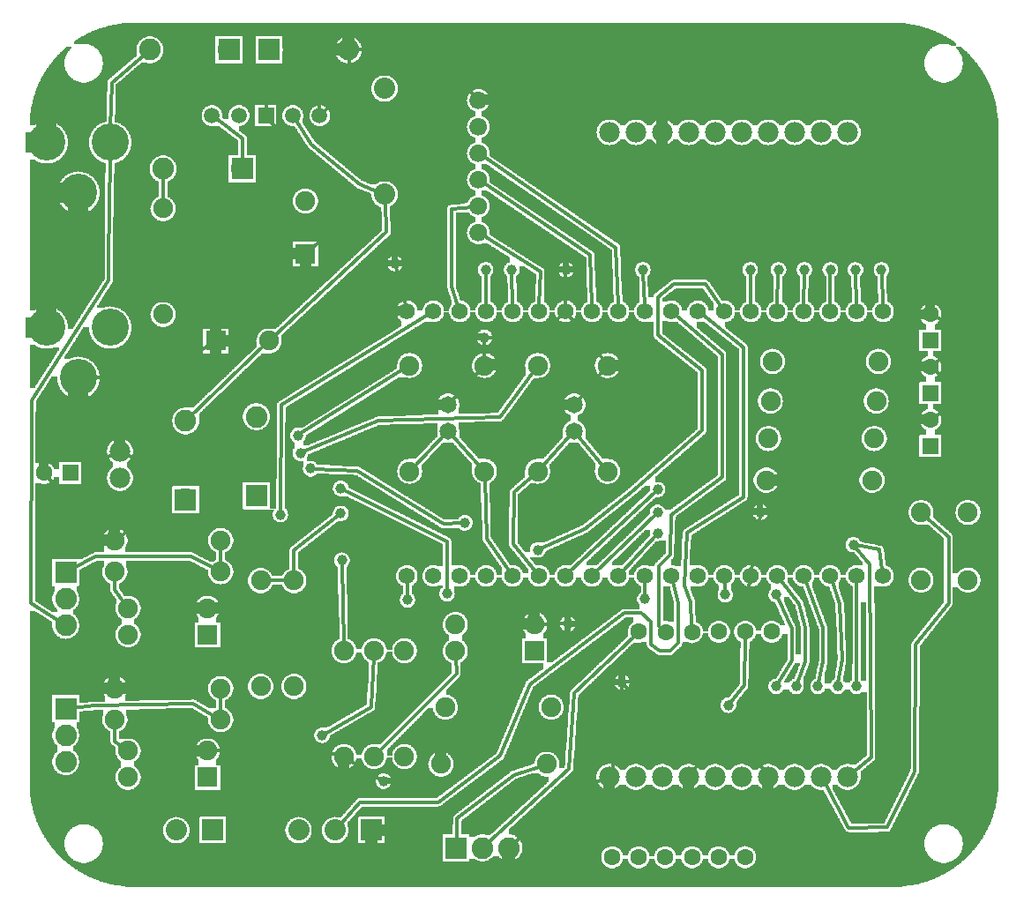
<source format=gbl>
G04 MADE WITH FRITZING*
G04 WWW.FRITZING.ORG*
G04 DOUBLE SIDED*
G04 HOLES PLATED*
G04 CONTOUR ON CENTER OF CONTOUR VECTOR*
%ASAXBY*%
%FSLAX23Y23*%
%MOIN*%
%OFA0B0*%
%SFA1.0B1.0*%
%ADD10C,0.075000*%
%ADD11C,0.082000*%
%ADD12C,0.039370*%
%ADD13C,0.078000*%
%ADD14C,0.080000*%
%ADD15C,0.062000*%
%ADD16C,0.063111*%
%ADD17C,0.065000*%
%ADD18C,0.065972*%
%ADD19C,0.059000*%
%ADD20C,0.140000*%
%ADD21C,0.062992*%
%ADD22R,0.082000X0.082000*%
%ADD23R,0.075000X0.075000*%
%ADD24R,0.080000X0.080000*%
%ADD25R,0.059889X0.059000*%
%ADD26R,0.062992X0.062992*%
%ADD27C,0.012000*%
%ADD28R,0.001000X0.001000*%
%LNCOPPER0*%
G90*
G70*
G54D10*
X1823Y2573D03*
X2545Y1641D03*
X360Y3191D03*
G54D11*
X177Y1228D03*
X177Y1128D03*
X177Y1028D03*
X177Y713D03*
X177Y613D03*
X177Y513D03*
G54D12*
X1216Y1451D03*
X1145Y613D03*
X1055Y1746D03*
X1063Y1680D03*
X1759Y2117D03*
G54D13*
X381Y1685D03*
X381Y1585D03*
X381Y1685D03*
X381Y1585D03*
X3132Y2892D03*
X3032Y2892D03*
X2932Y2892D03*
X2832Y2892D03*
X2732Y2892D03*
X2632Y2892D03*
X2532Y2892D03*
X2432Y2892D03*
X2332Y2892D03*
X2232Y2892D03*
X3132Y2892D03*
X3032Y2892D03*
X2932Y2892D03*
X2832Y2892D03*
X2732Y2892D03*
X2632Y2892D03*
X2532Y2892D03*
X2432Y2892D03*
X2332Y2892D03*
X2232Y2892D03*
X3131Y455D03*
X3031Y455D03*
X2931Y455D03*
X2831Y455D03*
X2731Y455D03*
X2631Y455D03*
X2531Y455D03*
X2431Y455D03*
X2331Y455D03*
X2231Y455D03*
X3131Y455D03*
X3031Y455D03*
X2931Y455D03*
X2831Y455D03*
X2731Y455D03*
X2631Y455D03*
X2531Y455D03*
X2431Y455D03*
X2331Y455D03*
X2231Y455D03*
G54D12*
X1763Y2372D03*
X1862Y2372D03*
X2067Y2372D03*
X2358Y2372D03*
X2763Y2372D03*
X2870Y2372D03*
X2968Y2372D03*
X3067Y2372D03*
X3161Y2372D03*
X3259Y2372D03*
X2669Y1144D03*
X2862Y1144D03*
X2862Y798D03*
X2937Y798D03*
X3019Y798D03*
X3094Y798D03*
X3165Y798D03*
X2413Y1542D03*
X2413Y1376D03*
X2413Y1455D03*
X988Y1447D03*
X2366Y1128D03*
X3153Y1333D03*
X1102Y1621D03*
X1685Y1416D03*
X2681Y727D03*
X1216Y1546D03*
X1618Y1148D03*
X1960Y1313D03*
X1220Y1274D03*
X1468Y1124D03*
X2802Y1456D03*
X2074Y1034D03*
X2279Y813D03*
X1378Y439D03*
X1421Y2396D03*
G54D14*
X1381Y3058D03*
X1381Y2658D03*
G54D15*
X1766Y2215D03*
X1866Y2215D03*
X1966Y2215D03*
X2066Y2215D03*
X2166Y2215D03*
X2266Y2215D03*
X2366Y2215D03*
X2466Y2215D03*
X2566Y2215D03*
X2666Y2215D03*
X2766Y2215D03*
X2866Y2215D03*
X2966Y2215D03*
X3066Y2215D03*
X3166Y2215D03*
X3266Y2215D03*
X1466Y2215D03*
X1566Y2215D03*
X1666Y2215D03*
X1765Y1215D03*
X1865Y1215D03*
X1965Y1215D03*
X2065Y1215D03*
X2165Y1215D03*
X2265Y1215D03*
X2365Y1215D03*
X2465Y1215D03*
X2565Y1215D03*
X2665Y1215D03*
X2765Y1215D03*
X2865Y1215D03*
X2965Y1215D03*
X3065Y1215D03*
X3165Y1215D03*
X3265Y1215D03*
X1466Y1215D03*
X1566Y1215D03*
X1666Y1215D03*
G54D16*
X2744Y152D03*
X2644Y152D03*
X2543Y152D03*
X2442Y152D03*
X2342Y152D03*
X2241Y152D03*
X2845Y1004D03*
X2744Y1004D03*
X2644Y1004D03*
X2543Y1003D03*
X2443Y1003D03*
X2342Y1004D03*
G54D11*
X1652Y187D03*
X1752Y187D03*
X1852Y187D03*
G54D10*
X712Y993D03*
X412Y993D03*
X712Y1093D03*
X412Y1093D03*
X712Y454D03*
X412Y454D03*
X712Y554D03*
X412Y554D03*
X1949Y932D03*
X1649Y932D03*
X1949Y1032D03*
X1649Y1032D03*
X3409Y1199D03*
X3409Y1455D03*
X3586Y1199D03*
X3586Y1455D03*
G54D14*
X1332Y254D03*
X1194Y254D03*
X1057Y254D03*
X732Y254D03*
X594Y254D03*
G54D17*
X1622Y1862D03*
X1622Y1762D03*
X2098Y1862D03*
X2098Y1762D03*
G54D18*
X1736Y2513D03*
X1736Y2613D03*
X1736Y2713D03*
X1736Y2813D03*
X1736Y2913D03*
X1736Y3013D03*
G54D10*
X744Y2104D03*
X944Y2104D03*
X1082Y2432D03*
X1082Y2632D03*
G54D19*
X729Y2955D03*
X831Y2955D03*
X933Y2955D03*
X1034Y2955D03*
X1136Y2955D03*
G54D20*
X344Y2154D03*
X104Y2154D03*
X224Y1964D03*
X344Y2854D03*
X104Y2854D03*
X224Y2664D03*
G54D11*
X946Y3204D03*
X1244Y3204D03*
X842Y2754D03*
X544Y2754D03*
X897Y1519D03*
X897Y1817D03*
X629Y1504D03*
X629Y1802D03*
X792Y3204D03*
X494Y3204D03*
G54D10*
X1342Y532D03*
X1342Y932D03*
X1476Y2010D03*
X1476Y1610D03*
X1759Y1610D03*
X1759Y2010D03*
X2224Y1610D03*
X2224Y2010D03*
X1960Y2010D03*
X1960Y1610D03*
X1228Y532D03*
X1228Y932D03*
X2824Y1577D03*
X3224Y1577D03*
X2848Y2026D03*
X3248Y2026D03*
X2840Y1876D03*
X3240Y1876D03*
X2832Y1735D03*
X3232Y1735D03*
X362Y1231D03*
X762Y1231D03*
X362Y672D03*
X762Y672D03*
X1611Y719D03*
X2011Y719D03*
X362Y1349D03*
X762Y1349D03*
X362Y790D03*
X762Y790D03*
X1594Y504D03*
X1994Y504D03*
X913Y1198D03*
X913Y798D03*
X1039Y1198D03*
X1039Y798D03*
X1456Y932D03*
X1456Y532D03*
X544Y2604D03*
X544Y2204D03*
G54D21*
X3444Y2105D03*
X3444Y2204D03*
X3444Y1907D03*
X3444Y2005D03*
X3444Y1707D03*
X3444Y1805D03*
X193Y1604D03*
X94Y1604D03*
G54D22*
X177Y1228D03*
X177Y713D03*
X1652Y187D03*
G54D23*
X712Y993D03*
X712Y454D03*
X1949Y932D03*
G54D24*
X1332Y254D03*
X732Y254D03*
G54D23*
X744Y2104D03*
X1082Y2432D03*
G54D25*
X933Y2955D03*
G54D22*
X945Y3204D03*
X843Y2754D03*
X897Y1518D03*
X629Y1503D03*
X793Y3204D03*
G54D26*
X3444Y2105D03*
X3444Y1907D03*
X3444Y1707D03*
X193Y1604D03*
G54D27*
X547Y1975D02*
X725Y2091D01*
D02*
X280Y1966D02*
X547Y1975D01*
D02*
X339Y2333D02*
X47Y1880D01*
D02*
X43Y1112D02*
X154Y1042D01*
D02*
X47Y1880D02*
X43Y1112D01*
D02*
X339Y2413D02*
X339Y2333D01*
D02*
X344Y2798D02*
X339Y2413D01*
D02*
X519Y1615D02*
X403Y1674D01*
D02*
X516Y1465D02*
X519Y1615D01*
D02*
X380Y1363D02*
X516Y1465D01*
D02*
X289Y1288D02*
X200Y1241D01*
D02*
X650Y1288D02*
X289Y1288D01*
D02*
X741Y1241D02*
X650Y1288D01*
D02*
X658Y732D02*
X742Y683D01*
D02*
X285Y724D02*
X658Y732D01*
D02*
X203Y715D02*
X285Y724D01*
D02*
X362Y1162D02*
X362Y1208D01*
D02*
X398Y1112D02*
X362Y1162D01*
D02*
X362Y590D02*
X362Y649D01*
D02*
X393Y567D02*
X362Y590D01*
D02*
X762Y1254D02*
X762Y1326D01*
D02*
X762Y767D02*
X762Y695D01*
D02*
X1115Y559D02*
X735Y554D01*
D02*
X1205Y538D02*
X1115Y559D01*
D02*
X1038Y1311D02*
X1206Y1443D01*
D02*
X1039Y1221D02*
X1038Y1311D01*
D02*
X1016Y1198D02*
X936Y1198D01*
D02*
X2078Y486D02*
X1771Y205D01*
D02*
X2098Y772D02*
X2078Y486D01*
D02*
X2324Y986D02*
X2098Y772D01*
D02*
X2284Y600D02*
X2279Y800D01*
D02*
X2239Y478D02*
X2284Y600D01*
D02*
X2700Y643D02*
X2423Y637D01*
D02*
X2700Y643D02*
X2817Y475D01*
D02*
X2423Y637D02*
X2288Y803D01*
D02*
X2118Y415D02*
X1872Y205D01*
D02*
X2208Y447D02*
X2118Y415D01*
D02*
X1656Y298D02*
X1870Y463D01*
D02*
X1870Y463D02*
X1973Y497D01*
D02*
X1653Y214D02*
X1656Y298D01*
D02*
X1870Y1531D02*
X1943Y1595D01*
D02*
X1867Y1336D02*
X1870Y1531D01*
D02*
X1951Y1233D02*
X1867Y1336D01*
D02*
X1767Y1356D02*
X1760Y1587D01*
D02*
X1852Y1234D02*
X1767Y1356D01*
D02*
X1608Y1748D02*
X1492Y1627D01*
D02*
X1635Y1748D02*
X1744Y1627D01*
D02*
X1976Y1627D02*
X2085Y1748D01*
D02*
X2110Y1747D02*
X2209Y1628D01*
D02*
X2209Y1993D02*
X2111Y1877D01*
D02*
X2080Y2197D02*
X2210Y2029D01*
D02*
X1759Y2103D02*
X1759Y2033D01*
D02*
X1744Y1994D02*
X1635Y1876D01*
D02*
X1330Y720D02*
X1341Y909D01*
D02*
X1157Y619D02*
X1330Y720D01*
D02*
X1066Y1754D02*
X1456Y1998D01*
D02*
X1359Y1802D02*
X1818Y1817D01*
D02*
X1818Y1817D02*
X1947Y1992D01*
D02*
X1075Y1685D02*
X1359Y1802D01*
D02*
X1468Y1138D02*
X1467Y1192D01*
D02*
X3513Y1113D02*
X3513Y1363D01*
D02*
X3513Y1363D02*
X3426Y1440D01*
D02*
X3389Y956D02*
X3513Y1113D01*
D02*
X3385Y476D02*
X3389Y956D01*
D02*
X3280Y264D02*
X3385Y476D01*
D02*
X3136Y263D02*
X3280Y264D01*
D02*
X3043Y434D02*
X3136Y263D01*
D02*
X1960Y2116D02*
X2049Y2199D01*
D02*
X1773Y2117D02*
X1960Y2116D01*
D02*
X288Y1644D02*
X359Y1675D01*
D02*
X236Y1526D02*
X288Y1644D01*
D02*
X164Y1526D02*
X236Y1526D01*
D02*
X109Y1588D02*
X164Y1526D01*
D02*
X1764Y2359D02*
X1765Y2238D01*
D02*
X1862Y2359D02*
X1865Y2238D01*
D02*
X2066Y2359D02*
X2066Y2238D01*
D02*
X2359Y2359D02*
X2365Y2238D01*
D02*
X2764Y2359D02*
X2765Y2238D01*
D02*
X2869Y2359D02*
X2866Y2238D01*
D02*
X2968Y2359D02*
X2966Y2238D01*
D02*
X3066Y2359D02*
X3066Y2238D01*
D02*
X3161Y2359D02*
X3165Y2238D01*
D02*
X3260Y2359D02*
X3265Y2238D01*
D02*
X2668Y1158D02*
X2667Y1192D01*
D02*
X3221Y530D02*
X3150Y471D01*
D02*
X3216Y1258D02*
X3221Y530D01*
D02*
X3162Y1323D02*
X3216Y1258D01*
D02*
X2921Y896D02*
X2921Y1014D01*
D02*
X2921Y1014D02*
X2867Y1132D01*
D02*
X2869Y809D02*
X2921Y896D01*
D02*
X2972Y1018D02*
X2949Y1109D01*
D02*
X2972Y893D02*
X2972Y1018D01*
D02*
X2949Y1109D02*
X2880Y1197D01*
D02*
X2941Y810D02*
X2972Y893D01*
D02*
X3039Y893D02*
X3039Y1018D01*
D02*
X3039Y1018D02*
X2974Y1193D01*
D02*
X3022Y811D02*
X3039Y893D01*
D02*
X3102Y1109D02*
X3073Y1193D01*
D02*
X3110Y899D02*
X3102Y1109D01*
D02*
X3096Y811D02*
X3110Y899D01*
D02*
X2589Y530D02*
X2546Y475D01*
D02*
X2779Y530D02*
X2589Y530D01*
D02*
X2817Y475D02*
X2779Y530D01*
D02*
X3165Y811D02*
X3165Y1192D01*
D02*
X1970Y2365D02*
X1966Y2238D01*
D02*
X1754Y2501D02*
X1970Y2365D01*
D02*
X2584Y2201D02*
X2737Y2080D01*
D02*
X2737Y1513D02*
X2524Y1378D01*
D02*
X2524Y1378D02*
X2514Y1180D01*
D02*
X2737Y2080D02*
X2737Y1513D01*
D02*
X2539Y1116D02*
X2542Y1028D01*
D02*
X2514Y1180D02*
X2539Y1116D01*
D02*
X1715Y2610D02*
X1633Y2602D01*
D02*
X1633Y2309D02*
X1658Y2237D01*
D02*
X1633Y2602D02*
X1633Y2309D01*
D02*
X2403Y1533D02*
X2082Y1231D01*
D02*
X2463Y1447D02*
X2460Y1294D01*
D02*
X2657Y1588D02*
X2463Y1447D01*
D02*
X2657Y2052D02*
X2657Y1588D01*
D02*
X2483Y2200D02*
X2657Y2052D01*
D02*
X2460Y1294D02*
X2418Y1252D01*
X2418Y1252D02*
X2418Y1024D01*
X2418Y1024D02*
X2424Y1019D01*
D02*
X2404Y1367D02*
X2281Y1232D01*
D02*
X2403Y1446D02*
X2182Y1231D01*
D02*
X988Y1461D02*
X992Y1861D01*
D02*
X992Y1861D02*
X1546Y2203D01*
D02*
X544Y2727D02*
X544Y2627D01*
D02*
X2159Y2428D02*
X2165Y2238D01*
D02*
X1753Y2701D02*
X2159Y2428D01*
D02*
X2366Y1142D02*
X2365Y1192D01*
D02*
X2256Y2457D02*
X2265Y2238D01*
D02*
X1753Y2801D02*
X2256Y2457D01*
D02*
X846Y2868D02*
X843Y2780D01*
D02*
X748Y2941D02*
X846Y2868D01*
D02*
X350Y3080D02*
X346Y2909D01*
D02*
X474Y3186D02*
X350Y3080D01*
D02*
X3252Y1314D02*
X3262Y1238D01*
D02*
X3166Y1331D02*
X3252Y1314D01*
D02*
X1115Y1620D02*
X1279Y1613D01*
D02*
X1604Y1411D02*
X1671Y1415D01*
D02*
X1279Y1613D02*
X1604Y1411D01*
D02*
X2741Y801D02*
X2744Y978D01*
D02*
X2689Y737D02*
X2741Y801D01*
D02*
X1653Y844D02*
X1358Y549D01*
D02*
X1650Y909D02*
X1653Y844D01*
D02*
X1228Y1540D02*
X1617Y1346D01*
D02*
X1617Y1346D02*
X1618Y1162D01*
D02*
X928Y2088D02*
X649Y1820D01*
D02*
X1389Y2515D02*
X961Y2119D01*
D02*
X1383Y2632D02*
X1389Y2515D01*
D02*
X1048Y2935D02*
X1106Y2846D01*
D02*
X1287Y2695D02*
X1358Y2667D01*
D02*
X1106Y2846D02*
X1287Y2695D01*
D02*
X2492Y1112D02*
X2492Y963D01*
D02*
X2492Y963D02*
X2460Y931D01*
D02*
X2471Y1192D02*
X2492Y1112D01*
D02*
X2421Y931D02*
X2389Y955D01*
D02*
X2460Y931D02*
X2421Y931D01*
D02*
X2389Y1041D02*
X2350Y1074D01*
D02*
X2389Y955D02*
X2389Y1041D01*
D02*
X2350Y1074D02*
X2287Y1074D01*
D02*
X2287Y1074D02*
X1930Y806D01*
D02*
X1818Y535D02*
X1583Y359D01*
D02*
X1930Y806D02*
X1818Y535D01*
D02*
X1583Y359D02*
X1288Y359D01*
D02*
X1288Y359D02*
X1211Y273D01*
D02*
X2652Y2234D02*
X2593Y2318D01*
D02*
X2476Y2318D02*
X2413Y2270D01*
D02*
X2593Y2318D02*
X2476Y2318D01*
D02*
X2413Y2270D02*
X2414Y2124D01*
D02*
X2414Y2124D02*
X2582Y1992D01*
D02*
X2315Y1533D02*
X2139Y1393D01*
D02*
X2582Y1765D02*
X2315Y1533D01*
D02*
X2582Y1992D02*
X2582Y1765D01*
D02*
X2139Y1393D02*
X1972Y1319D01*
D02*
X1220Y1261D02*
X1227Y955D01*
D02*
X3463Y2194D02*
X3516Y2167D01*
D02*
X3516Y2167D02*
X3516Y2058D01*
D02*
X3516Y2058D02*
X3462Y2018D01*
D02*
X3462Y1817D02*
X3516Y1854D01*
D02*
X3516Y1854D02*
X3516Y1947D01*
D02*
X3516Y1947D02*
X3461Y1992D01*
D02*
X2769Y1238D02*
X2800Y1443D01*
D02*
X1972Y1032D02*
X2061Y1034D01*
D02*
X2595Y822D02*
X2696Y925D01*
D02*
X2293Y814D02*
X2595Y822D01*
D02*
X2740Y1093D02*
X2761Y1192D01*
D02*
X2696Y1038D02*
X2740Y1093D01*
D02*
X2696Y925D02*
X2696Y1038D01*
D02*
X1248Y520D02*
X1366Y447D01*
D02*
X1461Y2238D02*
X1424Y2383D01*
D02*
X1137Y3054D02*
X1099Y3105D01*
D02*
X1136Y2979D02*
X1137Y3054D01*
D02*
X1099Y3105D02*
X976Y3104D01*
D02*
X933Y3050D02*
X933Y2979D01*
D02*
X976Y3104D02*
X933Y3050D01*
D02*
X1209Y2641D02*
X1201Y2537D01*
D02*
X949Y2937D02*
X1209Y2641D01*
D02*
X1201Y2537D02*
X1100Y2448D01*
D02*
X1256Y3066D02*
X1154Y2971D01*
D02*
X1247Y3177D02*
X1256Y3066D01*
D02*
X1563Y3207D02*
X1271Y3204D01*
D02*
X1722Y3028D02*
X1563Y3207D01*
G36*
X1748Y2772D02*
X1748Y2752D01*
X1754Y2752D01*
X1754Y2750D01*
X1758Y2750D01*
X1758Y2748D01*
X1760Y2748D01*
X1760Y2746D01*
X1764Y2746D01*
X1764Y2744D01*
X1766Y2744D01*
X1766Y2742D01*
X1768Y2742D01*
X1768Y2740D01*
X1770Y2740D01*
X1770Y2736D01*
X1772Y2736D01*
X1772Y2734D01*
X1774Y2734D01*
X1774Y2730D01*
X1776Y2730D01*
X1776Y2724D01*
X1778Y2724D01*
X1778Y2702D01*
X1782Y2702D01*
X1782Y2700D01*
X1784Y2700D01*
X1784Y2698D01*
X1786Y2698D01*
X1786Y2696D01*
X1790Y2696D01*
X1790Y2694D01*
X1792Y2694D01*
X1792Y2692D01*
X1796Y2692D01*
X1796Y2690D01*
X1798Y2690D01*
X1798Y2688D01*
X1802Y2688D01*
X1802Y2686D01*
X1804Y2686D01*
X1804Y2684D01*
X1808Y2684D01*
X1808Y2682D01*
X1810Y2682D01*
X1810Y2680D01*
X1814Y2680D01*
X1814Y2678D01*
X1816Y2678D01*
X1816Y2676D01*
X1820Y2676D01*
X1820Y2674D01*
X1822Y2674D01*
X1822Y2672D01*
X1826Y2672D01*
X1826Y2670D01*
X1828Y2670D01*
X1828Y2668D01*
X1832Y2668D01*
X1832Y2666D01*
X1834Y2666D01*
X1834Y2664D01*
X1838Y2664D01*
X1838Y2662D01*
X1840Y2662D01*
X1840Y2660D01*
X1844Y2660D01*
X1844Y2658D01*
X1846Y2658D01*
X1846Y2656D01*
X1850Y2656D01*
X1850Y2654D01*
X1852Y2654D01*
X1852Y2652D01*
X1856Y2652D01*
X1856Y2650D01*
X1858Y2650D01*
X1858Y2648D01*
X1862Y2648D01*
X1862Y2646D01*
X1864Y2646D01*
X1864Y2644D01*
X1868Y2644D01*
X1868Y2642D01*
X1870Y2642D01*
X1870Y2640D01*
X1874Y2640D01*
X1874Y2638D01*
X1876Y2638D01*
X1876Y2636D01*
X1880Y2636D01*
X1880Y2634D01*
X1882Y2634D01*
X1882Y2632D01*
X1886Y2632D01*
X1886Y2630D01*
X1888Y2630D01*
X1888Y2628D01*
X1892Y2628D01*
X1892Y2626D01*
X1894Y2626D01*
X1894Y2624D01*
X1896Y2624D01*
X1896Y2622D01*
X1900Y2622D01*
X1900Y2620D01*
X1902Y2620D01*
X1902Y2618D01*
X1906Y2618D01*
X1906Y2616D01*
X1908Y2616D01*
X1908Y2614D01*
X1912Y2614D01*
X1912Y2612D01*
X1914Y2612D01*
X1914Y2610D01*
X1918Y2610D01*
X1918Y2608D01*
X1920Y2608D01*
X1920Y2606D01*
X1924Y2606D01*
X1924Y2604D01*
X1926Y2604D01*
X1926Y2602D01*
X1930Y2602D01*
X1930Y2600D01*
X1932Y2600D01*
X1932Y2598D01*
X1936Y2598D01*
X1936Y2596D01*
X1938Y2596D01*
X1938Y2594D01*
X1942Y2594D01*
X1942Y2592D01*
X1944Y2592D01*
X1944Y2590D01*
X1948Y2590D01*
X1948Y2588D01*
X1950Y2588D01*
X1950Y2586D01*
X1954Y2586D01*
X1954Y2584D01*
X1956Y2584D01*
X1956Y2582D01*
X1960Y2582D01*
X1960Y2580D01*
X1962Y2580D01*
X1962Y2578D01*
X1966Y2578D01*
X1966Y2576D01*
X1968Y2576D01*
X1968Y2574D01*
X1972Y2574D01*
X1972Y2572D01*
X1974Y2572D01*
X1974Y2570D01*
X1978Y2570D01*
X1978Y2568D01*
X1980Y2568D01*
X1980Y2566D01*
X1984Y2566D01*
X1984Y2564D01*
X1986Y2564D01*
X1986Y2562D01*
X1990Y2562D01*
X1990Y2560D01*
X1992Y2560D01*
X1992Y2558D01*
X1996Y2558D01*
X1996Y2556D01*
X1998Y2556D01*
X1998Y2554D01*
X2000Y2554D01*
X2000Y2552D01*
X2004Y2552D01*
X2004Y2550D01*
X2006Y2550D01*
X2006Y2548D01*
X2010Y2548D01*
X2010Y2546D01*
X2012Y2546D01*
X2012Y2544D01*
X2016Y2544D01*
X2016Y2542D01*
X2018Y2542D01*
X2018Y2540D01*
X2022Y2540D01*
X2022Y2538D01*
X2024Y2538D01*
X2024Y2536D01*
X2028Y2536D01*
X2028Y2534D01*
X2030Y2534D01*
X2030Y2532D01*
X2034Y2532D01*
X2034Y2530D01*
X2036Y2530D01*
X2036Y2528D01*
X2040Y2528D01*
X2040Y2526D01*
X2042Y2526D01*
X2042Y2524D01*
X2046Y2524D01*
X2046Y2522D01*
X2048Y2522D01*
X2048Y2520D01*
X2052Y2520D01*
X2052Y2518D01*
X2054Y2518D01*
X2054Y2516D01*
X2058Y2516D01*
X2058Y2514D01*
X2060Y2514D01*
X2060Y2512D01*
X2064Y2512D01*
X2064Y2510D01*
X2066Y2510D01*
X2066Y2508D01*
X2070Y2508D01*
X2070Y2506D01*
X2072Y2506D01*
X2072Y2504D01*
X2076Y2504D01*
X2076Y2502D01*
X2078Y2502D01*
X2078Y2500D01*
X2082Y2500D01*
X2082Y2498D01*
X2084Y2498D01*
X2084Y2496D01*
X2088Y2496D01*
X2088Y2494D01*
X2090Y2494D01*
X2090Y2492D01*
X2094Y2492D01*
X2094Y2490D01*
X2096Y2490D01*
X2096Y2488D01*
X2100Y2488D01*
X2100Y2486D01*
X2102Y2486D01*
X2102Y2484D01*
X2104Y2484D01*
X2104Y2482D01*
X2108Y2482D01*
X2108Y2480D01*
X2110Y2480D01*
X2110Y2478D01*
X2114Y2478D01*
X2114Y2476D01*
X2116Y2476D01*
X2116Y2474D01*
X2120Y2474D01*
X2120Y2472D01*
X2122Y2472D01*
X2122Y2470D01*
X2126Y2470D01*
X2126Y2468D01*
X2128Y2468D01*
X2128Y2466D01*
X2132Y2466D01*
X2132Y2464D01*
X2134Y2464D01*
X2134Y2462D01*
X2138Y2462D01*
X2138Y2460D01*
X2140Y2460D01*
X2140Y2458D01*
X2144Y2458D01*
X2144Y2456D01*
X2146Y2456D01*
X2146Y2454D01*
X2150Y2454D01*
X2150Y2452D01*
X2152Y2452D01*
X2152Y2450D01*
X2156Y2450D01*
X2156Y2448D01*
X2158Y2448D01*
X2158Y2446D01*
X2162Y2446D01*
X2162Y2444D01*
X2164Y2444D01*
X2164Y2442D01*
X2168Y2442D01*
X2168Y2440D01*
X2170Y2440D01*
X2170Y2438D01*
X2172Y2438D01*
X2172Y2436D01*
X2174Y2436D01*
X2174Y2430D01*
X2176Y2430D01*
X2176Y2370D01*
X2178Y2370D01*
X2178Y2304D01*
X2180Y2304D01*
X2180Y2252D01*
X2184Y2252D01*
X2184Y2250D01*
X2188Y2250D01*
X2188Y2248D01*
X2190Y2248D01*
X2190Y2246D01*
X2192Y2246D01*
X2192Y2244D01*
X2196Y2244D01*
X2196Y2240D01*
X2198Y2240D01*
X2198Y2238D01*
X2200Y2238D01*
X2200Y2234D01*
X2202Y2234D01*
X2202Y2232D01*
X2204Y2232D01*
X2204Y2226D01*
X2206Y2226D01*
X2206Y2218D01*
X2226Y2218D01*
X2226Y2228D01*
X2228Y2228D01*
X2228Y2232D01*
X2230Y2232D01*
X2230Y2236D01*
X2232Y2236D01*
X2232Y2238D01*
X2234Y2238D01*
X2234Y2242D01*
X2236Y2242D01*
X2236Y2244D01*
X2238Y2244D01*
X2238Y2246D01*
X2240Y2246D01*
X2240Y2248D01*
X2244Y2248D01*
X2244Y2250D01*
X2248Y2250D01*
X2248Y2278D01*
X2246Y2278D01*
X2246Y2326D01*
X2244Y2326D01*
X2244Y2374D01*
X2242Y2374D01*
X2242Y2422D01*
X2240Y2422D01*
X2240Y2448D01*
X2238Y2448D01*
X2238Y2450D01*
X2236Y2450D01*
X2236Y2452D01*
X2232Y2452D01*
X2232Y2454D01*
X2230Y2454D01*
X2230Y2456D01*
X2226Y2456D01*
X2226Y2458D01*
X2224Y2458D01*
X2224Y2460D01*
X2222Y2460D01*
X2222Y2462D01*
X2218Y2462D01*
X2218Y2464D01*
X2216Y2464D01*
X2216Y2466D01*
X2212Y2466D01*
X2212Y2468D01*
X2210Y2468D01*
X2210Y2470D01*
X2206Y2470D01*
X2206Y2472D01*
X2204Y2472D01*
X2204Y2474D01*
X2200Y2474D01*
X2200Y2476D01*
X2198Y2476D01*
X2198Y2478D01*
X2194Y2478D01*
X2194Y2480D01*
X2192Y2480D01*
X2192Y2482D01*
X2188Y2482D01*
X2188Y2484D01*
X2186Y2484D01*
X2186Y2486D01*
X2184Y2486D01*
X2184Y2488D01*
X2180Y2488D01*
X2180Y2490D01*
X2178Y2490D01*
X2178Y2492D01*
X2174Y2492D01*
X2174Y2494D01*
X2172Y2494D01*
X2172Y2496D01*
X2168Y2496D01*
X2168Y2498D01*
X2166Y2498D01*
X2166Y2500D01*
X2162Y2500D01*
X2162Y2502D01*
X2160Y2502D01*
X2160Y2504D01*
X2156Y2504D01*
X2156Y2506D01*
X2154Y2506D01*
X2154Y2508D01*
X2150Y2508D01*
X2150Y2510D01*
X2148Y2510D01*
X2148Y2512D01*
X2146Y2512D01*
X2146Y2514D01*
X2142Y2514D01*
X2142Y2516D01*
X2140Y2516D01*
X2140Y2518D01*
X2136Y2518D01*
X2136Y2520D01*
X2134Y2520D01*
X2134Y2522D01*
X2130Y2522D01*
X2130Y2524D01*
X2128Y2524D01*
X2128Y2526D01*
X2124Y2526D01*
X2124Y2528D01*
X2122Y2528D01*
X2122Y2530D01*
X2118Y2530D01*
X2118Y2532D01*
X2116Y2532D01*
X2116Y2534D01*
X2112Y2534D01*
X2112Y2536D01*
X2110Y2536D01*
X2110Y2538D01*
X2108Y2538D01*
X2108Y2540D01*
X2104Y2540D01*
X2104Y2542D01*
X2102Y2542D01*
X2102Y2544D01*
X2098Y2544D01*
X2098Y2546D01*
X2096Y2546D01*
X2096Y2548D01*
X2092Y2548D01*
X2092Y2550D01*
X2090Y2550D01*
X2090Y2552D01*
X2086Y2552D01*
X2086Y2554D01*
X2084Y2554D01*
X2084Y2556D01*
X2080Y2556D01*
X2080Y2558D01*
X2078Y2558D01*
X2078Y2560D01*
X2074Y2560D01*
X2074Y2562D01*
X2072Y2562D01*
X2072Y2564D01*
X2068Y2564D01*
X2068Y2566D01*
X2066Y2566D01*
X2066Y2568D01*
X2064Y2568D01*
X2064Y2570D01*
X2060Y2570D01*
X2060Y2572D01*
X2058Y2572D01*
X2058Y2574D01*
X2054Y2574D01*
X2054Y2576D01*
X2052Y2576D01*
X2052Y2578D01*
X2048Y2578D01*
X2048Y2580D01*
X2046Y2580D01*
X2046Y2582D01*
X2042Y2582D01*
X2042Y2584D01*
X2040Y2584D01*
X2040Y2586D01*
X2036Y2586D01*
X2036Y2588D01*
X2034Y2588D01*
X2034Y2590D01*
X2030Y2590D01*
X2030Y2592D01*
X2028Y2592D01*
X2028Y2594D01*
X2026Y2594D01*
X2026Y2596D01*
X2022Y2596D01*
X2022Y2598D01*
X2020Y2598D01*
X2020Y2600D01*
X2016Y2600D01*
X2016Y2602D01*
X2014Y2602D01*
X2014Y2604D01*
X2010Y2604D01*
X2010Y2606D01*
X2008Y2606D01*
X2008Y2608D01*
X2004Y2608D01*
X2004Y2610D01*
X2002Y2610D01*
X2002Y2612D01*
X1998Y2612D01*
X1998Y2614D01*
X1996Y2614D01*
X1996Y2616D01*
X1992Y2616D01*
X1992Y2618D01*
X1990Y2618D01*
X1990Y2620D01*
X1988Y2620D01*
X1988Y2622D01*
X1984Y2622D01*
X1984Y2624D01*
X1982Y2624D01*
X1982Y2626D01*
X1978Y2626D01*
X1978Y2628D01*
X1976Y2628D01*
X1976Y2630D01*
X1972Y2630D01*
X1972Y2632D01*
X1970Y2632D01*
X1970Y2634D01*
X1966Y2634D01*
X1966Y2636D01*
X1964Y2636D01*
X1964Y2638D01*
X1960Y2638D01*
X1960Y2640D01*
X1958Y2640D01*
X1958Y2642D01*
X1954Y2642D01*
X1954Y2644D01*
X1952Y2644D01*
X1952Y2646D01*
X1950Y2646D01*
X1950Y2648D01*
X1946Y2648D01*
X1946Y2650D01*
X1944Y2650D01*
X1944Y2652D01*
X1940Y2652D01*
X1940Y2654D01*
X1938Y2654D01*
X1938Y2656D01*
X1934Y2656D01*
X1934Y2658D01*
X1932Y2658D01*
X1932Y2660D01*
X1928Y2660D01*
X1928Y2662D01*
X1926Y2662D01*
X1926Y2664D01*
X1922Y2664D01*
X1922Y2666D01*
X1920Y2666D01*
X1920Y2668D01*
X1916Y2668D01*
X1916Y2670D01*
X1914Y2670D01*
X1914Y2672D01*
X1912Y2672D01*
X1912Y2674D01*
X1908Y2674D01*
X1908Y2676D01*
X1906Y2676D01*
X1906Y2678D01*
X1902Y2678D01*
X1902Y2680D01*
X1900Y2680D01*
X1900Y2682D01*
X1896Y2682D01*
X1896Y2684D01*
X1894Y2684D01*
X1894Y2686D01*
X1890Y2686D01*
X1890Y2688D01*
X1888Y2688D01*
X1888Y2690D01*
X1884Y2690D01*
X1884Y2692D01*
X1882Y2692D01*
X1882Y2694D01*
X1878Y2694D01*
X1878Y2696D01*
X1876Y2696D01*
X1876Y2698D01*
X1872Y2698D01*
X1872Y2700D01*
X1870Y2700D01*
X1870Y2702D01*
X1868Y2702D01*
X1868Y2704D01*
X1864Y2704D01*
X1864Y2706D01*
X1862Y2706D01*
X1862Y2708D01*
X1858Y2708D01*
X1858Y2710D01*
X1856Y2710D01*
X1856Y2712D01*
X1852Y2712D01*
X1852Y2714D01*
X1850Y2714D01*
X1850Y2716D01*
X1846Y2716D01*
X1846Y2718D01*
X1844Y2718D01*
X1844Y2720D01*
X1840Y2720D01*
X1840Y2722D01*
X1838Y2722D01*
X1838Y2724D01*
X1834Y2724D01*
X1834Y2726D01*
X1832Y2726D01*
X1832Y2728D01*
X1830Y2728D01*
X1830Y2730D01*
X1826Y2730D01*
X1826Y2732D01*
X1824Y2732D01*
X1824Y2734D01*
X1820Y2734D01*
X1820Y2736D01*
X1818Y2736D01*
X1818Y2738D01*
X1814Y2738D01*
X1814Y2740D01*
X1812Y2740D01*
X1812Y2742D01*
X1808Y2742D01*
X1808Y2744D01*
X1806Y2744D01*
X1806Y2746D01*
X1802Y2746D01*
X1802Y2748D01*
X1800Y2748D01*
X1800Y2750D01*
X1796Y2750D01*
X1796Y2752D01*
X1794Y2752D01*
X1794Y2754D01*
X1792Y2754D01*
X1792Y2756D01*
X1788Y2756D01*
X1788Y2758D01*
X1786Y2758D01*
X1786Y2760D01*
X1782Y2760D01*
X1782Y2762D01*
X1780Y2762D01*
X1780Y2764D01*
X1776Y2764D01*
X1776Y2766D01*
X1774Y2766D01*
X1774Y2768D01*
X1770Y2768D01*
X1770Y2770D01*
X1768Y2770D01*
X1768Y2772D01*
X1748Y2772D01*
G37*
D02*
G36*
X1748Y2672D02*
X1748Y2652D01*
X1754Y2652D01*
X1754Y2650D01*
X1758Y2650D01*
X1758Y2648D01*
X1760Y2648D01*
X1760Y2646D01*
X1764Y2646D01*
X1764Y2644D01*
X1766Y2644D01*
X1766Y2642D01*
X1768Y2642D01*
X1768Y2640D01*
X1770Y2640D01*
X1770Y2636D01*
X1772Y2636D01*
X1772Y2634D01*
X1774Y2634D01*
X1774Y2630D01*
X1776Y2630D01*
X1776Y2624D01*
X1778Y2624D01*
X1778Y2600D01*
X1776Y2600D01*
X1776Y2594D01*
X1774Y2594D01*
X1774Y2592D01*
X1772Y2592D01*
X1772Y2588D01*
X1770Y2588D01*
X1770Y2586D01*
X1768Y2586D01*
X1768Y2582D01*
X1766Y2582D01*
X1766Y2580D01*
X1762Y2580D01*
X1762Y2578D01*
X1760Y2578D01*
X1760Y2576D01*
X1756Y2576D01*
X1756Y2574D01*
X1754Y2574D01*
X1754Y2572D01*
X1748Y2572D01*
X1748Y2552D01*
X1754Y2552D01*
X1754Y2550D01*
X1758Y2550D01*
X1758Y2548D01*
X1760Y2548D01*
X1760Y2546D01*
X1764Y2546D01*
X1764Y2544D01*
X1766Y2544D01*
X1766Y2542D01*
X1768Y2542D01*
X1768Y2540D01*
X1770Y2540D01*
X1770Y2536D01*
X1772Y2536D01*
X1772Y2534D01*
X1774Y2534D01*
X1774Y2530D01*
X1776Y2530D01*
X1776Y2524D01*
X1778Y2524D01*
X1778Y2504D01*
X1780Y2504D01*
X1780Y2502D01*
X1784Y2502D01*
X1784Y2500D01*
X1786Y2500D01*
X1786Y2498D01*
X1790Y2498D01*
X1790Y2496D01*
X1794Y2496D01*
X1794Y2494D01*
X1796Y2494D01*
X1796Y2492D01*
X1800Y2492D01*
X1800Y2490D01*
X1802Y2490D01*
X1802Y2488D01*
X1806Y2488D01*
X1806Y2486D01*
X1808Y2486D01*
X1808Y2484D01*
X1812Y2484D01*
X1812Y2482D01*
X1816Y2482D01*
X1816Y2480D01*
X1818Y2480D01*
X1818Y2478D01*
X1822Y2478D01*
X1822Y2476D01*
X1824Y2476D01*
X1824Y2474D01*
X1828Y2474D01*
X1828Y2472D01*
X1832Y2472D01*
X1832Y2470D01*
X1834Y2470D01*
X1834Y2468D01*
X1838Y2468D01*
X1838Y2466D01*
X1840Y2466D01*
X1840Y2464D01*
X1844Y2464D01*
X1844Y2462D01*
X1846Y2462D01*
X1846Y2460D01*
X1850Y2460D01*
X1850Y2458D01*
X1854Y2458D01*
X1854Y2456D01*
X1856Y2456D01*
X1856Y2454D01*
X1860Y2454D01*
X1860Y2452D01*
X1862Y2452D01*
X1862Y2450D01*
X1866Y2450D01*
X1866Y2448D01*
X1870Y2448D01*
X1870Y2446D01*
X1872Y2446D01*
X1872Y2444D01*
X1876Y2444D01*
X1876Y2442D01*
X1878Y2442D01*
X1878Y2440D01*
X1882Y2440D01*
X1882Y2438D01*
X1886Y2438D01*
X1886Y2436D01*
X1888Y2436D01*
X1888Y2434D01*
X1892Y2434D01*
X1892Y2432D01*
X1894Y2432D01*
X1894Y2430D01*
X1898Y2430D01*
X1898Y2428D01*
X1900Y2428D01*
X1900Y2426D01*
X1904Y2426D01*
X1904Y2424D01*
X1908Y2424D01*
X1908Y2422D01*
X1910Y2422D01*
X1910Y2420D01*
X1914Y2420D01*
X1914Y2418D01*
X1916Y2418D01*
X1916Y2416D01*
X1920Y2416D01*
X1920Y2414D01*
X1924Y2414D01*
X1924Y2412D01*
X1926Y2412D01*
X1926Y2410D01*
X1930Y2410D01*
X1930Y2408D01*
X1932Y2408D01*
X1932Y2406D01*
X1936Y2406D01*
X1936Y2404D01*
X1938Y2404D01*
X1938Y2402D01*
X2072Y2402D01*
X2072Y2400D01*
X2078Y2400D01*
X2078Y2398D01*
X2082Y2398D01*
X2082Y2396D01*
X2086Y2396D01*
X2086Y2394D01*
X2088Y2394D01*
X2088Y2392D01*
X2090Y2392D01*
X2090Y2388D01*
X2092Y2388D01*
X2092Y2386D01*
X2094Y2386D01*
X2094Y2380D01*
X2096Y2380D01*
X2096Y2364D01*
X2094Y2364D01*
X2094Y2358D01*
X2092Y2358D01*
X2092Y2356D01*
X2090Y2356D01*
X2090Y2352D01*
X2088Y2352D01*
X2088Y2350D01*
X2084Y2350D01*
X2084Y2348D01*
X2082Y2348D01*
X2082Y2346D01*
X2078Y2346D01*
X2078Y2344D01*
X2072Y2344D01*
X2072Y2342D01*
X2146Y2342D01*
X2146Y2370D01*
X2144Y2370D01*
X2144Y2418D01*
X2142Y2418D01*
X2142Y2420D01*
X2140Y2420D01*
X2140Y2422D01*
X2136Y2422D01*
X2136Y2424D01*
X2134Y2424D01*
X2134Y2426D01*
X2130Y2426D01*
X2130Y2428D01*
X2128Y2428D01*
X2128Y2430D01*
X2124Y2430D01*
X2124Y2432D01*
X2122Y2432D01*
X2122Y2434D01*
X2120Y2434D01*
X2120Y2436D01*
X2116Y2436D01*
X2116Y2438D01*
X2114Y2438D01*
X2114Y2440D01*
X2110Y2440D01*
X2110Y2442D01*
X2108Y2442D01*
X2108Y2444D01*
X2104Y2444D01*
X2104Y2446D01*
X2102Y2446D01*
X2102Y2448D01*
X2098Y2448D01*
X2098Y2450D01*
X2096Y2450D01*
X2096Y2452D01*
X2092Y2452D01*
X2092Y2454D01*
X2090Y2454D01*
X2090Y2456D01*
X2086Y2456D01*
X2086Y2458D01*
X2084Y2458D01*
X2084Y2460D01*
X2080Y2460D01*
X2080Y2462D01*
X2078Y2462D01*
X2078Y2464D01*
X2074Y2464D01*
X2074Y2466D01*
X2072Y2466D01*
X2072Y2468D01*
X2068Y2468D01*
X2068Y2470D01*
X2066Y2470D01*
X2066Y2472D01*
X2062Y2472D01*
X2062Y2474D01*
X2060Y2474D01*
X2060Y2476D01*
X2056Y2476D01*
X2056Y2478D01*
X2054Y2478D01*
X2054Y2480D01*
X2050Y2480D01*
X2050Y2482D01*
X2048Y2482D01*
X2048Y2484D01*
X2044Y2484D01*
X2044Y2486D01*
X2042Y2486D01*
X2042Y2488D01*
X2038Y2488D01*
X2038Y2490D01*
X2036Y2490D01*
X2036Y2492D01*
X2032Y2492D01*
X2032Y2494D01*
X2030Y2494D01*
X2030Y2496D01*
X2026Y2496D01*
X2026Y2498D01*
X2024Y2498D01*
X2024Y2500D01*
X2020Y2500D01*
X2020Y2502D01*
X2018Y2502D01*
X2018Y2504D01*
X2014Y2504D01*
X2014Y2506D01*
X2012Y2506D01*
X2012Y2508D01*
X2010Y2508D01*
X2010Y2510D01*
X2006Y2510D01*
X2006Y2512D01*
X2004Y2512D01*
X2004Y2514D01*
X2000Y2514D01*
X2000Y2516D01*
X1998Y2516D01*
X1998Y2518D01*
X1994Y2518D01*
X1994Y2520D01*
X1992Y2520D01*
X1992Y2522D01*
X1988Y2522D01*
X1988Y2524D01*
X1986Y2524D01*
X1986Y2526D01*
X1982Y2526D01*
X1982Y2528D01*
X1980Y2528D01*
X1980Y2530D01*
X1976Y2530D01*
X1976Y2532D01*
X1974Y2532D01*
X1974Y2534D01*
X1970Y2534D01*
X1970Y2536D01*
X1968Y2536D01*
X1968Y2538D01*
X1964Y2538D01*
X1964Y2540D01*
X1962Y2540D01*
X1962Y2542D01*
X1958Y2542D01*
X1958Y2544D01*
X1956Y2544D01*
X1956Y2546D01*
X1952Y2546D01*
X1952Y2548D01*
X1950Y2548D01*
X1950Y2550D01*
X1946Y2550D01*
X1946Y2552D01*
X1944Y2552D01*
X1944Y2554D01*
X1940Y2554D01*
X1940Y2556D01*
X1938Y2556D01*
X1938Y2558D01*
X1934Y2558D01*
X1934Y2560D01*
X1932Y2560D01*
X1932Y2562D01*
X1928Y2562D01*
X1928Y2564D01*
X1926Y2564D01*
X1926Y2566D01*
X1922Y2566D01*
X1922Y2568D01*
X1920Y2568D01*
X1920Y2570D01*
X1916Y2570D01*
X1916Y2572D01*
X1914Y2572D01*
X1914Y2574D01*
X1910Y2574D01*
X1910Y2576D01*
X1908Y2576D01*
X1908Y2578D01*
X1904Y2578D01*
X1904Y2580D01*
X1902Y2580D01*
X1902Y2582D01*
X1900Y2582D01*
X1900Y2584D01*
X1896Y2584D01*
X1896Y2586D01*
X1894Y2586D01*
X1894Y2588D01*
X1890Y2588D01*
X1890Y2590D01*
X1888Y2590D01*
X1888Y2592D01*
X1884Y2592D01*
X1884Y2594D01*
X1882Y2594D01*
X1882Y2596D01*
X1878Y2596D01*
X1878Y2598D01*
X1876Y2598D01*
X1876Y2600D01*
X1872Y2600D01*
X1872Y2602D01*
X1870Y2602D01*
X1870Y2604D01*
X1866Y2604D01*
X1866Y2606D01*
X1864Y2606D01*
X1864Y2608D01*
X1860Y2608D01*
X1860Y2610D01*
X1858Y2610D01*
X1858Y2612D01*
X1854Y2612D01*
X1854Y2614D01*
X1852Y2614D01*
X1852Y2616D01*
X1848Y2616D01*
X1848Y2618D01*
X1846Y2618D01*
X1846Y2620D01*
X1842Y2620D01*
X1842Y2622D01*
X1840Y2622D01*
X1840Y2624D01*
X1836Y2624D01*
X1836Y2626D01*
X1834Y2626D01*
X1834Y2628D01*
X1830Y2628D01*
X1830Y2630D01*
X1828Y2630D01*
X1828Y2632D01*
X1824Y2632D01*
X1824Y2634D01*
X1822Y2634D01*
X1822Y2636D01*
X1818Y2636D01*
X1818Y2638D01*
X1816Y2638D01*
X1816Y2640D01*
X1812Y2640D01*
X1812Y2642D01*
X1810Y2642D01*
X1810Y2644D01*
X1806Y2644D01*
X1806Y2646D01*
X1804Y2646D01*
X1804Y2648D01*
X1800Y2648D01*
X1800Y2650D01*
X1798Y2650D01*
X1798Y2652D01*
X1796Y2652D01*
X1796Y2654D01*
X1792Y2654D01*
X1792Y2656D01*
X1790Y2656D01*
X1790Y2658D01*
X1786Y2658D01*
X1786Y2660D01*
X1784Y2660D01*
X1784Y2662D01*
X1780Y2662D01*
X1780Y2664D01*
X1778Y2664D01*
X1778Y2666D01*
X1774Y2666D01*
X1774Y2668D01*
X1772Y2668D01*
X1772Y2670D01*
X1768Y2670D01*
X1768Y2672D01*
X1748Y2672D01*
G37*
D02*
G36*
X1942Y2402D02*
X1942Y2400D01*
X1946Y2400D01*
X1946Y2398D01*
X1948Y2398D01*
X1948Y2396D01*
X1952Y2396D01*
X1952Y2394D01*
X1954Y2394D01*
X1954Y2392D01*
X1958Y2392D01*
X1958Y2390D01*
X1962Y2390D01*
X1962Y2388D01*
X1964Y2388D01*
X1964Y2386D01*
X1968Y2386D01*
X1968Y2384D01*
X1970Y2384D01*
X1970Y2382D01*
X1974Y2382D01*
X1974Y2380D01*
X1976Y2380D01*
X1976Y2378D01*
X1980Y2378D01*
X1980Y2376D01*
X1982Y2376D01*
X1982Y2374D01*
X1984Y2374D01*
X1984Y2370D01*
X1986Y2370D01*
X1986Y2342D01*
X2060Y2342D01*
X2060Y2344D01*
X2054Y2344D01*
X2054Y2346D01*
X2050Y2346D01*
X2050Y2348D01*
X2048Y2348D01*
X2048Y2350D01*
X2046Y2350D01*
X2046Y2352D01*
X2044Y2352D01*
X2044Y2354D01*
X2042Y2354D01*
X2042Y2358D01*
X2040Y2358D01*
X2040Y2362D01*
X2038Y2362D01*
X2038Y2370D01*
X2036Y2370D01*
X2036Y2374D01*
X2038Y2374D01*
X2038Y2384D01*
X2040Y2384D01*
X2040Y2386D01*
X2042Y2386D01*
X2042Y2390D01*
X2044Y2390D01*
X2044Y2392D01*
X2046Y2392D01*
X2046Y2394D01*
X2048Y2394D01*
X2048Y2396D01*
X2050Y2396D01*
X2050Y2398D01*
X2054Y2398D01*
X2054Y2400D01*
X2060Y2400D01*
X2060Y2402D01*
X1942Y2402D01*
G37*
D02*
G36*
X1986Y2342D02*
X1986Y2340D01*
X2146Y2340D01*
X2146Y2342D01*
X1986Y2342D01*
G37*
D02*
G36*
X1986Y2342D02*
X1986Y2340D01*
X2146Y2340D01*
X2146Y2342D01*
X1986Y2342D01*
G37*
D02*
G36*
X1986Y2340D02*
X1986Y2320D01*
X1984Y2320D01*
X1984Y2256D01*
X2070Y2256D01*
X2070Y2254D01*
X2080Y2254D01*
X2080Y2252D01*
X2084Y2252D01*
X2084Y2250D01*
X2088Y2250D01*
X2088Y2248D01*
X2090Y2248D01*
X2090Y2246D01*
X2092Y2246D01*
X2092Y2244D01*
X2096Y2244D01*
X2096Y2240D01*
X2098Y2240D01*
X2098Y2238D01*
X2100Y2238D01*
X2100Y2234D01*
X2102Y2234D01*
X2102Y2232D01*
X2104Y2232D01*
X2104Y2226D01*
X2106Y2226D01*
X2106Y2218D01*
X2126Y2218D01*
X2126Y2228D01*
X2128Y2228D01*
X2128Y2232D01*
X2130Y2232D01*
X2130Y2236D01*
X2132Y2236D01*
X2132Y2238D01*
X2134Y2238D01*
X2134Y2242D01*
X2136Y2242D01*
X2136Y2244D01*
X2138Y2244D01*
X2138Y2246D01*
X2140Y2246D01*
X2140Y2248D01*
X2144Y2248D01*
X2144Y2250D01*
X2148Y2250D01*
X2148Y2304D01*
X2146Y2304D01*
X2146Y2340D01*
X1986Y2340D01*
G37*
D02*
G36*
X1984Y2256D02*
X1984Y2250D01*
X1988Y2250D01*
X1988Y2248D01*
X1990Y2248D01*
X1990Y2246D01*
X1992Y2246D01*
X1992Y2244D01*
X1996Y2244D01*
X1996Y2240D01*
X1998Y2240D01*
X1998Y2238D01*
X2000Y2238D01*
X2000Y2234D01*
X2002Y2234D01*
X2002Y2232D01*
X2004Y2232D01*
X2004Y2226D01*
X2006Y2226D01*
X2006Y2218D01*
X2026Y2218D01*
X2026Y2228D01*
X2028Y2228D01*
X2028Y2232D01*
X2030Y2232D01*
X2030Y2236D01*
X2032Y2236D01*
X2032Y2238D01*
X2034Y2238D01*
X2034Y2242D01*
X2036Y2242D01*
X2036Y2244D01*
X2038Y2244D01*
X2038Y2246D01*
X2040Y2246D01*
X2040Y2248D01*
X2044Y2248D01*
X2044Y2250D01*
X2048Y2250D01*
X2048Y2252D01*
X2052Y2252D01*
X2052Y2254D01*
X2060Y2254D01*
X2060Y2256D01*
X1984Y2256D01*
G37*
D02*
G36*
X1670Y2590D02*
X1670Y2588D01*
X1650Y2588D01*
X1650Y2470D01*
X1724Y2470D01*
X1724Y2472D01*
X1718Y2472D01*
X1718Y2474D01*
X1714Y2474D01*
X1714Y2476D01*
X1712Y2476D01*
X1712Y2478D01*
X1708Y2478D01*
X1708Y2480D01*
X1706Y2480D01*
X1706Y2482D01*
X1704Y2482D01*
X1704Y2484D01*
X1702Y2484D01*
X1702Y2488D01*
X1700Y2488D01*
X1700Y2490D01*
X1698Y2490D01*
X1698Y2494D01*
X1696Y2494D01*
X1696Y2500D01*
X1694Y2500D01*
X1694Y2508D01*
X1692Y2508D01*
X1692Y2516D01*
X1694Y2516D01*
X1694Y2524D01*
X1696Y2524D01*
X1696Y2530D01*
X1698Y2530D01*
X1698Y2534D01*
X1700Y2534D01*
X1700Y2538D01*
X1702Y2538D01*
X1702Y2540D01*
X1704Y2540D01*
X1704Y2542D01*
X1706Y2542D01*
X1706Y2544D01*
X1708Y2544D01*
X1708Y2546D01*
X1710Y2546D01*
X1710Y2548D01*
X1714Y2548D01*
X1714Y2550D01*
X1718Y2550D01*
X1718Y2552D01*
X1724Y2552D01*
X1724Y2572D01*
X1718Y2572D01*
X1718Y2574D01*
X1714Y2574D01*
X1714Y2576D01*
X1712Y2576D01*
X1712Y2578D01*
X1708Y2578D01*
X1708Y2580D01*
X1706Y2580D01*
X1706Y2582D01*
X1704Y2582D01*
X1704Y2584D01*
X1702Y2584D01*
X1702Y2588D01*
X1700Y2588D01*
X1700Y2590D01*
X1670Y2590D01*
G37*
D02*
G36*
X1748Y2472D02*
X1748Y2470D01*
X1772Y2470D01*
X1772Y2472D01*
X1748Y2472D01*
G37*
D02*
G36*
X1650Y2470D02*
X1650Y2468D01*
X1774Y2468D01*
X1774Y2470D01*
X1650Y2470D01*
G37*
D02*
G36*
X1650Y2470D02*
X1650Y2468D01*
X1774Y2468D01*
X1774Y2470D01*
X1650Y2470D01*
G37*
D02*
G36*
X1650Y2468D02*
X1650Y2402D01*
X1770Y2402D01*
X1770Y2400D01*
X1776Y2400D01*
X1776Y2398D01*
X1780Y2398D01*
X1780Y2396D01*
X1782Y2396D01*
X1782Y2394D01*
X1784Y2394D01*
X1784Y2392D01*
X1786Y2392D01*
X1786Y2390D01*
X1788Y2390D01*
X1788Y2386D01*
X1790Y2386D01*
X1790Y2382D01*
X1792Y2382D01*
X1792Y2362D01*
X1790Y2362D01*
X1790Y2358D01*
X1788Y2358D01*
X1788Y2354D01*
X1786Y2354D01*
X1786Y2352D01*
X1784Y2352D01*
X1784Y2350D01*
X1782Y2350D01*
X1782Y2348D01*
X1780Y2348D01*
X1780Y2262D01*
X1782Y2262D01*
X1782Y2252D01*
X1784Y2252D01*
X1784Y2250D01*
X1788Y2250D01*
X1788Y2248D01*
X1790Y2248D01*
X1790Y2246D01*
X1792Y2246D01*
X1792Y2244D01*
X1796Y2244D01*
X1796Y2240D01*
X1798Y2240D01*
X1798Y2238D01*
X1800Y2238D01*
X1800Y2234D01*
X1802Y2234D01*
X1802Y2232D01*
X1804Y2232D01*
X1804Y2226D01*
X1806Y2226D01*
X1806Y2218D01*
X1826Y2218D01*
X1826Y2228D01*
X1828Y2228D01*
X1828Y2232D01*
X1830Y2232D01*
X1830Y2236D01*
X1832Y2236D01*
X1832Y2238D01*
X1834Y2238D01*
X1834Y2242D01*
X1836Y2242D01*
X1836Y2244D01*
X1838Y2244D01*
X1838Y2246D01*
X1840Y2246D01*
X1840Y2248D01*
X1844Y2248D01*
X1844Y2250D01*
X1848Y2250D01*
X1848Y2322D01*
X1846Y2322D01*
X1846Y2348D01*
X1844Y2348D01*
X1844Y2350D01*
X1840Y2350D01*
X1840Y2354D01*
X1838Y2354D01*
X1838Y2356D01*
X1836Y2356D01*
X1836Y2360D01*
X1834Y2360D01*
X1834Y2366D01*
X1832Y2366D01*
X1832Y2378D01*
X1834Y2378D01*
X1834Y2384D01*
X1836Y2384D01*
X1836Y2388D01*
X1838Y2388D01*
X1838Y2390D01*
X1840Y2390D01*
X1840Y2394D01*
X1844Y2394D01*
X1844Y2396D01*
X1846Y2396D01*
X1846Y2398D01*
X1850Y2398D01*
X1850Y2400D01*
X1854Y2400D01*
X1854Y2420D01*
X1850Y2420D01*
X1850Y2422D01*
X1848Y2422D01*
X1848Y2424D01*
X1844Y2424D01*
X1844Y2426D01*
X1840Y2426D01*
X1840Y2428D01*
X1838Y2428D01*
X1838Y2430D01*
X1834Y2430D01*
X1834Y2432D01*
X1832Y2432D01*
X1832Y2434D01*
X1828Y2434D01*
X1828Y2436D01*
X1824Y2436D01*
X1824Y2438D01*
X1822Y2438D01*
X1822Y2440D01*
X1818Y2440D01*
X1818Y2442D01*
X1816Y2442D01*
X1816Y2444D01*
X1812Y2444D01*
X1812Y2446D01*
X1810Y2446D01*
X1810Y2448D01*
X1806Y2448D01*
X1806Y2450D01*
X1802Y2450D01*
X1802Y2452D01*
X1800Y2452D01*
X1800Y2454D01*
X1796Y2454D01*
X1796Y2456D01*
X1794Y2456D01*
X1794Y2458D01*
X1790Y2458D01*
X1790Y2460D01*
X1786Y2460D01*
X1786Y2462D01*
X1784Y2462D01*
X1784Y2464D01*
X1780Y2464D01*
X1780Y2466D01*
X1778Y2466D01*
X1778Y2468D01*
X1650Y2468D01*
G37*
D02*
G36*
X1650Y2402D02*
X1650Y2306D01*
X1652Y2306D01*
X1652Y2300D01*
X1654Y2300D01*
X1654Y2296D01*
X1656Y2296D01*
X1656Y2290D01*
X1658Y2290D01*
X1658Y2284D01*
X1660Y2284D01*
X1660Y2278D01*
X1662Y2278D01*
X1662Y2272D01*
X1664Y2272D01*
X1664Y2266D01*
X1666Y2266D01*
X1666Y2260D01*
X1668Y2260D01*
X1668Y2256D01*
X1672Y2256D01*
X1672Y2254D01*
X1680Y2254D01*
X1680Y2252D01*
X1684Y2252D01*
X1684Y2250D01*
X1688Y2250D01*
X1688Y2248D01*
X1690Y2248D01*
X1690Y2246D01*
X1694Y2246D01*
X1694Y2244D01*
X1696Y2244D01*
X1696Y2242D01*
X1698Y2242D01*
X1698Y2238D01*
X1700Y2238D01*
X1700Y2236D01*
X1702Y2236D01*
X1702Y2232D01*
X1704Y2232D01*
X1704Y2226D01*
X1706Y2226D01*
X1706Y2218D01*
X1726Y2218D01*
X1726Y2228D01*
X1728Y2228D01*
X1728Y2232D01*
X1730Y2232D01*
X1730Y2236D01*
X1732Y2236D01*
X1732Y2238D01*
X1734Y2238D01*
X1734Y2242D01*
X1736Y2242D01*
X1736Y2244D01*
X1738Y2244D01*
X1738Y2246D01*
X1740Y2246D01*
X1740Y2248D01*
X1744Y2248D01*
X1744Y2250D01*
X1748Y2250D01*
X1748Y2348D01*
X1744Y2348D01*
X1744Y2350D01*
X1742Y2350D01*
X1742Y2352D01*
X1740Y2352D01*
X1740Y2356D01*
X1738Y2356D01*
X1738Y2358D01*
X1736Y2358D01*
X1736Y2364D01*
X1734Y2364D01*
X1734Y2380D01*
X1736Y2380D01*
X1736Y2386D01*
X1738Y2386D01*
X1738Y2388D01*
X1740Y2388D01*
X1740Y2392D01*
X1742Y2392D01*
X1742Y2394D01*
X1744Y2394D01*
X1744Y2396D01*
X1748Y2396D01*
X1748Y2398D01*
X1752Y2398D01*
X1752Y2400D01*
X1758Y2400D01*
X1758Y2402D01*
X1650Y2402D01*
G37*
D02*
G36*
X1890Y2384D02*
X1890Y2376D01*
X1892Y2376D01*
X1892Y2368D01*
X1890Y2368D01*
X1890Y2360D01*
X1888Y2360D01*
X1888Y2356D01*
X1886Y2356D01*
X1886Y2354D01*
X1884Y2354D01*
X1884Y2352D01*
X1882Y2352D01*
X1882Y2350D01*
X1880Y2350D01*
X1880Y2348D01*
X1878Y2348D01*
X1878Y2322D01*
X1880Y2322D01*
X1880Y2252D01*
X1884Y2252D01*
X1884Y2250D01*
X1888Y2250D01*
X1888Y2248D01*
X1890Y2248D01*
X1890Y2246D01*
X1892Y2246D01*
X1892Y2244D01*
X1896Y2244D01*
X1896Y2240D01*
X1898Y2240D01*
X1898Y2238D01*
X1900Y2238D01*
X1900Y2234D01*
X1902Y2234D01*
X1902Y2232D01*
X1904Y2232D01*
X1904Y2226D01*
X1906Y2226D01*
X1906Y2218D01*
X1926Y2218D01*
X1926Y2228D01*
X1928Y2228D01*
X1928Y2232D01*
X1930Y2232D01*
X1930Y2236D01*
X1932Y2236D01*
X1932Y2238D01*
X1934Y2238D01*
X1934Y2242D01*
X1936Y2242D01*
X1936Y2244D01*
X1938Y2244D01*
X1938Y2246D01*
X1940Y2246D01*
X1940Y2248D01*
X1944Y2248D01*
X1944Y2250D01*
X1948Y2250D01*
X1948Y2252D01*
X1950Y2252D01*
X1950Y2256D01*
X1952Y2256D01*
X1952Y2320D01*
X1954Y2320D01*
X1954Y2356D01*
X1952Y2356D01*
X1952Y2358D01*
X1948Y2358D01*
X1948Y2360D01*
X1946Y2360D01*
X1946Y2362D01*
X1942Y2362D01*
X1942Y2364D01*
X1940Y2364D01*
X1940Y2366D01*
X1936Y2366D01*
X1936Y2368D01*
X1932Y2368D01*
X1932Y2370D01*
X1930Y2370D01*
X1930Y2372D01*
X1926Y2372D01*
X1926Y2374D01*
X1924Y2374D01*
X1924Y2376D01*
X1920Y2376D01*
X1920Y2378D01*
X1916Y2378D01*
X1916Y2380D01*
X1914Y2380D01*
X1914Y2382D01*
X1910Y2382D01*
X1910Y2384D01*
X1890Y2384D01*
G37*
D02*
G36*
X2480Y2302D02*
X2480Y2300D01*
X2478Y2300D01*
X2478Y2298D01*
X2476Y2298D01*
X2476Y2296D01*
X2472Y2296D01*
X2472Y2294D01*
X2470Y2294D01*
X2470Y2292D01*
X2468Y2292D01*
X2468Y2290D01*
X2464Y2290D01*
X2464Y2288D01*
X2462Y2288D01*
X2462Y2286D01*
X2460Y2286D01*
X2460Y2284D01*
X2456Y2284D01*
X2456Y2282D01*
X2454Y2282D01*
X2454Y2280D01*
X2452Y2280D01*
X2452Y2278D01*
X2448Y2278D01*
X2448Y2276D01*
X2446Y2276D01*
X2446Y2274D01*
X2444Y2274D01*
X2444Y2272D01*
X2442Y2272D01*
X2442Y2270D01*
X2438Y2270D01*
X2438Y2268D01*
X2436Y2268D01*
X2436Y2266D01*
X2434Y2266D01*
X2434Y2264D01*
X2430Y2264D01*
X2430Y2256D01*
X2570Y2256D01*
X2570Y2254D01*
X2580Y2254D01*
X2580Y2252D01*
X2584Y2252D01*
X2584Y2250D01*
X2588Y2250D01*
X2588Y2248D01*
X2590Y2248D01*
X2590Y2246D01*
X2592Y2246D01*
X2592Y2244D01*
X2596Y2244D01*
X2596Y2240D01*
X2598Y2240D01*
X2598Y2238D01*
X2600Y2238D01*
X2600Y2234D01*
X2602Y2234D01*
X2602Y2232D01*
X2604Y2232D01*
X2604Y2226D01*
X2606Y2226D01*
X2606Y2218D01*
X2626Y2218D01*
X2626Y2244D01*
X2624Y2244D01*
X2624Y2248D01*
X2622Y2248D01*
X2622Y2250D01*
X2620Y2250D01*
X2620Y2254D01*
X2618Y2254D01*
X2618Y2256D01*
X2616Y2256D01*
X2616Y2258D01*
X2614Y2258D01*
X2614Y2262D01*
X2612Y2262D01*
X2612Y2264D01*
X2610Y2264D01*
X2610Y2268D01*
X2608Y2268D01*
X2608Y2270D01*
X2606Y2270D01*
X2606Y2274D01*
X2604Y2274D01*
X2604Y2276D01*
X2602Y2276D01*
X2602Y2278D01*
X2600Y2278D01*
X2600Y2282D01*
X2598Y2282D01*
X2598Y2284D01*
X2596Y2284D01*
X2596Y2288D01*
X2594Y2288D01*
X2594Y2290D01*
X2592Y2290D01*
X2592Y2294D01*
X2590Y2294D01*
X2590Y2296D01*
X2588Y2296D01*
X2588Y2298D01*
X2586Y2298D01*
X2586Y2302D01*
X2480Y2302D01*
G37*
D02*
G36*
X2430Y2256D02*
X2430Y2252D01*
X2452Y2252D01*
X2452Y2254D01*
X2460Y2254D01*
X2460Y2256D01*
X2430Y2256D01*
G37*
D02*
G36*
X2470Y2256D02*
X2470Y2254D01*
X2480Y2254D01*
X2480Y2252D01*
X2484Y2252D01*
X2484Y2250D01*
X2488Y2250D01*
X2488Y2248D01*
X2490Y2248D01*
X2490Y2246D01*
X2492Y2246D01*
X2492Y2244D01*
X2496Y2244D01*
X2496Y2240D01*
X2498Y2240D01*
X2498Y2238D01*
X2500Y2238D01*
X2500Y2234D01*
X2502Y2234D01*
X2502Y2232D01*
X2504Y2232D01*
X2504Y2226D01*
X2506Y2226D01*
X2506Y2218D01*
X2526Y2218D01*
X2526Y2228D01*
X2528Y2228D01*
X2528Y2232D01*
X2530Y2232D01*
X2530Y2236D01*
X2532Y2236D01*
X2532Y2238D01*
X2534Y2238D01*
X2534Y2242D01*
X2536Y2242D01*
X2536Y2244D01*
X2538Y2244D01*
X2538Y2246D01*
X2540Y2246D01*
X2540Y2248D01*
X2544Y2248D01*
X2544Y2250D01*
X2548Y2250D01*
X2548Y2252D01*
X2552Y2252D01*
X2552Y2254D01*
X2560Y2254D01*
X2560Y2256D01*
X2470Y2256D01*
G37*
D02*
G36*
X2430Y2178D02*
X2430Y2130D01*
X2432Y2130D01*
X2432Y2128D01*
X2436Y2128D01*
X2436Y2126D01*
X2438Y2126D01*
X2438Y2124D01*
X2440Y2124D01*
X2440Y2122D01*
X2444Y2122D01*
X2444Y2120D01*
X2446Y2120D01*
X2446Y2118D01*
X2448Y2118D01*
X2448Y2116D01*
X2450Y2116D01*
X2450Y2114D01*
X2454Y2114D01*
X2454Y2112D01*
X2456Y2112D01*
X2456Y2110D01*
X2458Y2110D01*
X2458Y2108D01*
X2460Y2108D01*
X2460Y2106D01*
X2464Y2106D01*
X2464Y2104D01*
X2466Y2104D01*
X2466Y2102D01*
X2468Y2102D01*
X2468Y2100D01*
X2472Y2100D01*
X2472Y2098D01*
X2474Y2098D01*
X2474Y2096D01*
X2476Y2096D01*
X2476Y2094D01*
X2478Y2094D01*
X2478Y2092D01*
X2482Y2092D01*
X2482Y2090D01*
X2484Y2090D01*
X2484Y2088D01*
X2486Y2088D01*
X2486Y2086D01*
X2488Y2086D01*
X2488Y2084D01*
X2492Y2084D01*
X2492Y2082D01*
X2494Y2082D01*
X2494Y2080D01*
X2496Y2080D01*
X2496Y2078D01*
X2500Y2078D01*
X2500Y2076D01*
X2502Y2076D01*
X2502Y2074D01*
X2504Y2074D01*
X2504Y2072D01*
X2506Y2072D01*
X2506Y2070D01*
X2510Y2070D01*
X2510Y2068D01*
X2512Y2068D01*
X2512Y2066D01*
X2514Y2066D01*
X2514Y2064D01*
X2516Y2064D01*
X2516Y2062D01*
X2520Y2062D01*
X2520Y2060D01*
X2522Y2060D01*
X2522Y2058D01*
X2524Y2058D01*
X2524Y2056D01*
X2526Y2056D01*
X2526Y2054D01*
X2530Y2054D01*
X2530Y2052D01*
X2532Y2052D01*
X2532Y2050D01*
X2534Y2050D01*
X2534Y2048D01*
X2538Y2048D01*
X2538Y2046D01*
X2540Y2046D01*
X2540Y2044D01*
X2542Y2044D01*
X2542Y2042D01*
X2544Y2042D01*
X2544Y2040D01*
X2548Y2040D01*
X2548Y2038D01*
X2550Y2038D01*
X2550Y2036D01*
X2552Y2036D01*
X2552Y2034D01*
X2554Y2034D01*
X2554Y2032D01*
X2558Y2032D01*
X2558Y2030D01*
X2560Y2030D01*
X2560Y2028D01*
X2562Y2028D01*
X2562Y2026D01*
X2566Y2026D01*
X2566Y2024D01*
X2568Y2024D01*
X2568Y2022D01*
X2570Y2022D01*
X2570Y2020D01*
X2572Y2020D01*
X2572Y2018D01*
X2576Y2018D01*
X2576Y2016D01*
X2578Y2016D01*
X2578Y2014D01*
X2580Y2014D01*
X2580Y2012D01*
X2582Y2012D01*
X2582Y2010D01*
X2586Y2010D01*
X2586Y2008D01*
X2588Y2008D01*
X2588Y2006D01*
X2590Y2006D01*
X2590Y2004D01*
X2592Y2004D01*
X2592Y2002D01*
X2594Y2002D01*
X2594Y2000D01*
X2596Y2000D01*
X2596Y1998D01*
X2598Y1998D01*
X2598Y1758D01*
X2596Y1758D01*
X2596Y1754D01*
X2594Y1754D01*
X2594Y1752D01*
X2592Y1752D01*
X2592Y1750D01*
X2590Y1750D01*
X2590Y1748D01*
X2586Y1748D01*
X2586Y1746D01*
X2584Y1746D01*
X2584Y1744D01*
X2582Y1744D01*
X2582Y1742D01*
X2580Y1742D01*
X2580Y1740D01*
X2578Y1740D01*
X2578Y1738D01*
X2576Y1738D01*
X2576Y1736D01*
X2572Y1736D01*
X2572Y1734D01*
X2570Y1734D01*
X2570Y1732D01*
X2568Y1732D01*
X2568Y1730D01*
X2566Y1730D01*
X2566Y1728D01*
X2564Y1728D01*
X2564Y1726D01*
X2562Y1726D01*
X2562Y1724D01*
X2560Y1724D01*
X2560Y1722D01*
X2556Y1722D01*
X2556Y1720D01*
X2554Y1720D01*
X2554Y1718D01*
X2552Y1718D01*
X2552Y1716D01*
X2550Y1716D01*
X2550Y1714D01*
X2548Y1714D01*
X2548Y1712D01*
X2546Y1712D01*
X2546Y1710D01*
X2542Y1710D01*
X2542Y1708D01*
X2540Y1708D01*
X2540Y1706D01*
X2538Y1706D01*
X2538Y1704D01*
X2536Y1704D01*
X2536Y1702D01*
X2534Y1702D01*
X2534Y1700D01*
X2532Y1700D01*
X2532Y1698D01*
X2530Y1698D01*
X2530Y1696D01*
X2526Y1696D01*
X2526Y1694D01*
X2524Y1694D01*
X2524Y1692D01*
X2522Y1692D01*
X2522Y1690D01*
X2520Y1690D01*
X2520Y1688D01*
X2518Y1688D01*
X2518Y1686D01*
X2516Y1686D01*
X2516Y1684D01*
X2512Y1684D01*
X2512Y1682D01*
X2510Y1682D01*
X2510Y1680D01*
X2508Y1680D01*
X2508Y1678D01*
X2506Y1678D01*
X2506Y1676D01*
X2504Y1676D01*
X2504Y1674D01*
X2502Y1674D01*
X2502Y1672D01*
X2500Y1672D01*
X2500Y1670D01*
X2496Y1670D01*
X2496Y1668D01*
X2494Y1668D01*
X2494Y1666D01*
X2492Y1666D01*
X2492Y1664D01*
X2490Y1664D01*
X2490Y1662D01*
X2488Y1662D01*
X2488Y1660D01*
X2486Y1660D01*
X2486Y1658D01*
X2482Y1658D01*
X2482Y1656D01*
X2480Y1656D01*
X2480Y1654D01*
X2478Y1654D01*
X2478Y1652D01*
X2476Y1652D01*
X2476Y1650D01*
X2474Y1650D01*
X2474Y1648D01*
X2472Y1648D01*
X2472Y1646D01*
X2470Y1646D01*
X2470Y1644D01*
X2466Y1644D01*
X2466Y1642D01*
X2464Y1642D01*
X2464Y1640D01*
X2462Y1640D01*
X2462Y1638D01*
X2460Y1638D01*
X2460Y1636D01*
X2458Y1636D01*
X2458Y1634D01*
X2456Y1634D01*
X2456Y1632D01*
X2454Y1632D01*
X2454Y1630D01*
X2450Y1630D01*
X2450Y1628D01*
X2448Y1628D01*
X2448Y1626D01*
X2446Y1626D01*
X2446Y1624D01*
X2444Y1624D01*
X2444Y1622D01*
X2442Y1622D01*
X2442Y1620D01*
X2440Y1620D01*
X2440Y1618D01*
X2436Y1618D01*
X2436Y1616D01*
X2434Y1616D01*
X2434Y1614D01*
X2432Y1614D01*
X2432Y1612D01*
X2430Y1612D01*
X2430Y1610D01*
X2428Y1610D01*
X2428Y1608D01*
X2426Y1608D01*
X2426Y1606D01*
X2424Y1606D01*
X2424Y1604D01*
X2420Y1604D01*
X2420Y1602D01*
X2418Y1602D01*
X2418Y1600D01*
X2416Y1600D01*
X2416Y1598D01*
X2414Y1598D01*
X2414Y1596D01*
X2412Y1596D01*
X2412Y1594D01*
X2410Y1594D01*
X2410Y1592D01*
X2406Y1592D01*
X2406Y1590D01*
X2404Y1590D01*
X2404Y1570D01*
X2424Y1570D01*
X2424Y1568D01*
X2428Y1568D01*
X2428Y1566D01*
X2430Y1566D01*
X2430Y1564D01*
X2434Y1564D01*
X2434Y1560D01*
X2436Y1560D01*
X2436Y1558D01*
X2438Y1558D01*
X2438Y1556D01*
X2440Y1556D01*
X2440Y1550D01*
X2442Y1550D01*
X2442Y1532D01*
X2440Y1532D01*
X2440Y1528D01*
X2438Y1528D01*
X2438Y1524D01*
X2436Y1524D01*
X2436Y1522D01*
X2434Y1522D01*
X2434Y1520D01*
X2432Y1520D01*
X2432Y1518D01*
X2430Y1518D01*
X2430Y1516D01*
X2426Y1516D01*
X2426Y1514D01*
X2422Y1514D01*
X2422Y1512D01*
X2404Y1512D01*
X2404Y1510D01*
X2402Y1510D01*
X2402Y1508D01*
X2400Y1508D01*
X2400Y1506D01*
X2398Y1506D01*
X2398Y1504D01*
X2396Y1504D01*
X2396Y1502D01*
X2394Y1502D01*
X2394Y1500D01*
X2392Y1500D01*
X2392Y1498D01*
X2390Y1498D01*
X2390Y1496D01*
X2388Y1496D01*
X2388Y1494D01*
X2384Y1494D01*
X2384Y1492D01*
X2382Y1492D01*
X2382Y1490D01*
X2380Y1490D01*
X2380Y1488D01*
X2378Y1488D01*
X2378Y1486D01*
X2376Y1486D01*
X2376Y1484D01*
X2422Y1484D01*
X2422Y1482D01*
X2426Y1482D01*
X2426Y1480D01*
X2430Y1480D01*
X2430Y1478D01*
X2432Y1478D01*
X2432Y1476D01*
X2434Y1476D01*
X2434Y1474D01*
X2436Y1474D01*
X2436Y1472D01*
X2438Y1472D01*
X2438Y1468D01*
X2440Y1468D01*
X2440Y1464D01*
X2462Y1464D01*
X2462Y1466D01*
X2464Y1466D01*
X2464Y1468D01*
X2468Y1468D01*
X2468Y1470D01*
X2470Y1470D01*
X2470Y1472D01*
X2472Y1472D01*
X2472Y1474D01*
X2476Y1474D01*
X2476Y1476D01*
X2478Y1476D01*
X2478Y1478D01*
X2480Y1478D01*
X2480Y1480D01*
X2484Y1480D01*
X2484Y1482D01*
X2486Y1482D01*
X2486Y1484D01*
X2490Y1484D01*
X2490Y1486D01*
X2492Y1486D01*
X2492Y1488D01*
X2494Y1488D01*
X2494Y1490D01*
X2498Y1490D01*
X2498Y1492D01*
X2500Y1492D01*
X2500Y1494D01*
X2502Y1494D01*
X2502Y1496D01*
X2506Y1496D01*
X2506Y1498D01*
X2508Y1498D01*
X2508Y1500D01*
X2512Y1500D01*
X2512Y1502D01*
X2514Y1502D01*
X2514Y1504D01*
X2516Y1504D01*
X2516Y1506D01*
X2520Y1506D01*
X2520Y1508D01*
X2522Y1508D01*
X2522Y1510D01*
X2524Y1510D01*
X2524Y1512D01*
X2528Y1512D01*
X2528Y1514D01*
X2530Y1514D01*
X2530Y1516D01*
X2534Y1516D01*
X2534Y1518D01*
X2536Y1518D01*
X2536Y1520D01*
X2538Y1520D01*
X2538Y1522D01*
X2542Y1522D01*
X2542Y1524D01*
X2544Y1524D01*
X2544Y1526D01*
X2546Y1526D01*
X2546Y1528D01*
X2550Y1528D01*
X2550Y1530D01*
X2552Y1530D01*
X2552Y1532D01*
X2556Y1532D01*
X2556Y1534D01*
X2558Y1534D01*
X2558Y1536D01*
X2560Y1536D01*
X2560Y1538D01*
X2564Y1538D01*
X2564Y1540D01*
X2566Y1540D01*
X2566Y1542D01*
X2568Y1542D01*
X2568Y1544D01*
X2572Y1544D01*
X2572Y1546D01*
X2574Y1546D01*
X2574Y1548D01*
X2578Y1548D01*
X2578Y1550D01*
X2580Y1550D01*
X2580Y1552D01*
X2582Y1552D01*
X2582Y1554D01*
X2586Y1554D01*
X2586Y1556D01*
X2588Y1556D01*
X2588Y1558D01*
X2590Y1558D01*
X2590Y1560D01*
X2594Y1560D01*
X2594Y1562D01*
X2596Y1562D01*
X2596Y1564D01*
X2598Y1564D01*
X2598Y1566D01*
X2602Y1566D01*
X2602Y1568D01*
X2604Y1568D01*
X2604Y1570D01*
X2608Y1570D01*
X2608Y1572D01*
X2610Y1572D01*
X2610Y1574D01*
X2612Y1574D01*
X2612Y1576D01*
X2616Y1576D01*
X2616Y1578D01*
X2618Y1578D01*
X2618Y1580D01*
X2620Y1580D01*
X2620Y1582D01*
X2624Y1582D01*
X2624Y1584D01*
X2626Y1584D01*
X2626Y1586D01*
X2630Y1586D01*
X2630Y1588D01*
X2632Y1588D01*
X2632Y1590D01*
X2634Y1590D01*
X2634Y1592D01*
X2638Y1592D01*
X2638Y1594D01*
X2640Y1594D01*
X2640Y2046D01*
X2638Y2046D01*
X2638Y2048D01*
X2636Y2048D01*
X2636Y2050D01*
X2634Y2050D01*
X2634Y2052D01*
X2630Y2052D01*
X2630Y2054D01*
X2628Y2054D01*
X2628Y2056D01*
X2626Y2056D01*
X2626Y2058D01*
X2624Y2058D01*
X2624Y2060D01*
X2622Y2060D01*
X2622Y2062D01*
X2620Y2062D01*
X2620Y2064D01*
X2616Y2064D01*
X2616Y2066D01*
X2614Y2066D01*
X2614Y2068D01*
X2612Y2068D01*
X2612Y2070D01*
X2610Y2070D01*
X2610Y2072D01*
X2608Y2072D01*
X2608Y2074D01*
X2606Y2074D01*
X2606Y2076D01*
X2602Y2076D01*
X2602Y2078D01*
X2600Y2078D01*
X2600Y2080D01*
X2598Y2080D01*
X2598Y2082D01*
X2596Y2082D01*
X2596Y2084D01*
X2594Y2084D01*
X2594Y2086D01*
X2592Y2086D01*
X2592Y2088D01*
X2588Y2088D01*
X2588Y2090D01*
X2586Y2090D01*
X2586Y2092D01*
X2584Y2092D01*
X2584Y2094D01*
X2582Y2094D01*
X2582Y2096D01*
X2580Y2096D01*
X2580Y2098D01*
X2576Y2098D01*
X2576Y2100D01*
X2574Y2100D01*
X2574Y2102D01*
X2572Y2102D01*
X2572Y2104D01*
X2570Y2104D01*
X2570Y2106D01*
X2568Y2106D01*
X2568Y2108D01*
X2566Y2108D01*
X2566Y2110D01*
X2562Y2110D01*
X2562Y2112D01*
X2560Y2112D01*
X2560Y2114D01*
X2558Y2114D01*
X2558Y2116D01*
X2556Y2116D01*
X2556Y2118D01*
X2554Y2118D01*
X2554Y2120D01*
X2552Y2120D01*
X2552Y2122D01*
X2548Y2122D01*
X2548Y2124D01*
X2546Y2124D01*
X2546Y2126D01*
X2544Y2126D01*
X2544Y2128D01*
X2542Y2128D01*
X2542Y2130D01*
X2540Y2130D01*
X2540Y2132D01*
X2536Y2132D01*
X2536Y2134D01*
X2534Y2134D01*
X2534Y2136D01*
X2532Y2136D01*
X2532Y2138D01*
X2530Y2138D01*
X2530Y2140D01*
X2528Y2140D01*
X2528Y2142D01*
X2526Y2142D01*
X2526Y2144D01*
X2522Y2144D01*
X2522Y2146D01*
X2520Y2146D01*
X2520Y2148D01*
X2518Y2148D01*
X2518Y2150D01*
X2516Y2150D01*
X2516Y2152D01*
X2514Y2152D01*
X2514Y2154D01*
X2512Y2154D01*
X2512Y2156D01*
X2508Y2156D01*
X2508Y2158D01*
X2506Y2158D01*
X2506Y2160D01*
X2504Y2160D01*
X2504Y2162D01*
X2502Y2162D01*
X2502Y2164D01*
X2500Y2164D01*
X2500Y2166D01*
X2496Y2166D01*
X2496Y2168D01*
X2494Y2168D01*
X2494Y2170D01*
X2492Y2170D01*
X2492Y2172D01*
X2490Y2172D01*
X2490Y2174D01*
X2456Y2174D01*
X2456Y2176D01*
X2450Y2176D01*
X2450Y2178D01*
X2430Y2178D01*
G37*
D02*
G36*
X2374Y1484D02*
X2374Y1482D01*
X2372Y1482D01*
X2372Y1480D01*
X2370Y1480D01*
X2370Y1478D01*
X2368Y1478D01*
X2368Y1476D01*
X2366Y1476D01*
X2366Y1474D01*
X2364Y1474D01*
X2364Y1472D01*
X2362Y1472D01*
X2362Y1470D01*
X2360Y1470D01*
X2360Y1468D01*
X2358Y1468D01*
X2358Y1466D01*
X2356Y1466D01*
X2356Y1464D01*
X2354Y1464D01*
X2354Y1462D01*
X2350Y1462D01*
X2350Y1460D01*
X2348Y1460D01*
X2348Y1458D01*
X2346Y1458D01*
X2346Y1456D01*
X2344Y1456D01*
X2344Y1454D01*
X2342Y1454D01*
X2342Y1452D01*
X2340Y1452D01*
X2340Y1450D01*
X2338Y1450D01*
X2338Y1448D01*
X2336Y1448D01*
X2336Y1446D01*
X2334Y1446D01*
X2334Y1444D01*
X2332Y1444D01*
X2332Y1442D01*
X2330Y1442D01*
X2330Y1440D01*
X2328Y1440D01*
X2328Y1438D01*
X2326Y1438D01*
X2326Y1436D01*
X2324Y1436D01*
X2324Y1434D01*
X2322Y1434D01*
X2322Y1432D01*
X2320Y1432D01*
X2320Y1430D01*
X2316Y1430D01*
X2316Y1428D01*
X2314Y1428D01*
X2314Y1426D01*
X2312Y1426D01*
X2312Y1424D01*
X2310Y1424D01*
X2310Y1422D01*
X2308Y1422D01*
X2308Y1420D01*
X2306Y1420D01*
X2306Y1418D01*
X2304Y1418D01*
X2304Y1416D01*
X2302Y1416D01*
X2302Y1414D01*
X2300Y1414D01*
X2300Y1412D01*
X2298Y1412D01*
X2298Y1410D01*
X2296Y1410D01*
X2296Y1408D01*
X2294Y1408D01*
X2294Y1406D01*
X2292Y1406D01*
X2292Y1404D01*
X2290Y1404D01*
X2290Y1402D01*
X2288Y1402D01*
X2288Y1400D01*
X2286Y1400D01*
X2286Y1398D01*
X2282Y1398D01*
X2282Y1396D01*
X2280Y1396D01*
X2280Y1394D01*
X2278Y1394D01*
X2278Y1392D01*
X2276Y1392D01*
X2276Y1390D01*
X2274Y1390D01*
X2274Y1388D01*
X2272Y1388D01*
X2272Y1386D01*
X2270Y1386D01*
X2270Y1384D01*
X2268Y1384D01*
X2268Y1382D01*
X2266Y1382D01*
X2266Y1380D01*
X2264Y1380D01*
X2264Y1378D01*
X2262Y1378D01*
X2262Y1376D01*
X2260Y1376D01*
X2260Y1374D01*
X2258Y1374D01*
X2258Y1372D01*
X2256Y1372D01*
X2256Y1370D01*
X2254Y1370D01*
X2254Y1368D01*
X2250Y1368D01*
X2250Y1366D01*
X2248Y1366D01*
X2248Y1364D01*
X2246Y1364D01*
X2246Y1362D01*
X2244Y1362D01*
X2244Y1360D01*
X2242Y1360D01*
X2242Y1358D01*
X2240Y1358D01*
X2240Y1356D01*
X2238Y1356D01*
X2238Y1354D01*
X2236Y1354D01*
X2236Y1352D01*
X2234Y1352D01*
X2234Y1350D01*
X2232Y1350D01*
X2232Y1348D01*
X2230Y1348D01*
X2230Y1346D01*
X2228Y1346D01*
X2228Y1344D01*
X2226Y1344D01*
X2226Y1342D01*
X2224Y1342D01*
X2224Y1340D01*
X2222Y1340D01*
X2222Y1338D01*
X2220Y1338D01*
X2220Y1336D01*
X2216Y1336D01*
X2216Y1334D01*
X2214Y1334D01*
X2214Y1332D01*
X2212Y1332D01*
X2212Y1330D01*
X2210Y1330D01*
X2210Y1328D01*
X2208Y1328D01*
X2208Y1326D01*
X2206Y1326D01*
X2206Y1324D01*
X2204Y1324D01*
X2204Y1322D01*
X2202Y1322D01*
X2202Y1320D01*
X2200Y1320D01*
X2200Y1318D01*
X2198Y1318D01*
X2198Y1316D01*
X2196Y1316D01*
X2196Y1314D01*
X2194Y1314D01*
X2194Y1312D01*
X2192Y1312D01*
X2192Y1310D01*
X2190Y1310D01*
X2190Y1308D01*
X2188Y1308D01*
X2188Y1306D01*
X2186Y1306D01*
X2186Y1304D01*
X2182Y1304D01*
X2182Y1302D01*
X2180Y1302D01*
X2180Y1300D01*
X2178Y1300D01*
X2178Y1298D01*
X2176Y1298D01*
X2176Y1296D01*
X2174Y1296D01*
X2174Y1294D01*
X2172Y1294D01*
X2172Y1292D01*
X2170Y1292D01*
X2170Y1290D01*
X2168Y1290D01*
X2168Y1288D01*
X2166Y1288D01*
X2166Y1286D01*
X2164Y1286D01*
X2164Y1284D01*
X2162Y1284D01*
X2162Y1282D01*
X2160Y1282D01*
X2160Y1280D01*
X2158Y1280D01*
X2158Y1278D01*
X2156Y1278D01*
X2156Y1276D01*
X2154Y1276D01*
X2154Y1274D01*
X2152Y1274D01*
X2152Y1272D01*
X2148Y1272D01*
X2148Y1270D01*
X2146Y1270D01*
X2146Y1256D01*
X2186Y1256D01*
X2186Y1258D01*
X2188Y1258D01*
X2188Y1260D01*
X2190Y1260D01*
X2190Y1262D01*
X2192Y1262D01*
X2192Y1264D01*
X2194Y1264D01*
X2194Y1266D01*
X2196Y1266D01*
X2196Y1268D01*
X2198Y1268D01*
X2198Y1270D01*
X2200Y1270D01*
X2200Y1272D01*
X2202Y1272D01*
X2202Y1274D01*
X2204Y1274D01*
X2204Y1276D01*
X2206Y1276D01*
X2206Y1278D01*
X2210Y1278D01*
X2210Y1280D01*
X2212Y1280D01*
X2212Y1282D01*
X2214Y1282D01*
X2214Y1284D01*
X2216Y1284D01*
X2216Y1286D01*
X2218Y1286D01*
X2218Y1288D01*
X2220Y1288D01*
X2220Y1290D01*
X2222Y1290D01*
X2222Y1292D01*
X2224Y1292D01*
X2224Y1294D01*
X2226Y1294D01*
X2226Y1296D01*
X2228Y1296D01*
X2228Y1298D01*
X2230Y1298D01*
X2230Y1300D01*
X2232Y1300D01*
X2232Y1302D01*
X2234Y1302D01*
X2234Y1304D01*
X2236Y1304D01*
X2236Y1306D01*
X2238Y1306D01*
X2238Y1308D01*
X2240Y1308D01*
X2240Y1310D01*
X2242Y1310D01*
X2242Y1312D01*
X2244Y1312D01*
X2244Y1314D01*
X2246Y1314D01*
X2246Y1316D01*
X2248Y1316D01*
X2248Y1318D01*
X2250Y1318D01*
X2250Y1320D01*
X2252Y1320D01*
X2252Y1322D01*
X2254Y1322D01*
X2254Y1324D01*
X2256Y1324D01*
X2256Y1326D01*
X2258Y1326D01*
X2258Y1328D01*
X2260Y1328D01*
X2260Y1330D01*
X2262Y1330D01*
X2262Y1332D01*
X2264Y1332D01*
X2264Y1334D01*
X2266Y1334D01*
X2266Y1336D01*
X2268Y1336D01*
X2268Y1338D01*
X2270Y1338D01*
X2270Y1340D01*
X2272Y1340D01*
X2272Y1342D01*
X2274Y1342D01*
X2274Y1344D01*
X2276Y1344D01*
X2276Y1346D01*
X2280Y1346D01*
X2280Y1348D01*
X2282Y1348D01*
X2282Y1350D01*
X2284Y1350D01*
X2284Y1352D01*
X2286Y1352D01*
X2286Y1354D01*
X2288Y1354D01*
X2288Y1356D01*
X2290Y1356D01*
X2290Y1358D01*
X2292Y1358D01*
X2292Y1360D01*
X2294Y1360D01*
X2294Y1362D01*
X2296Y1362D01*
X2296Y1364D01*
X2298Y1364D01*
X2298Y1366D01*
X2300Y1366D01*
X2300Y1368D01*
X2302Y1368D01*
X2302Y1370D01*
X2304Y1370D01*
X2304Y1372D01*
X2306Y1372D01*
X2306Y1374D01*
X2308Y1374D01*
X2308Y1376D01*
X2310Y1376D01*
X2310Y1378D01*
X2312Y1378D01*
X2312Y1380D01*
X2314Y1380D01*
X2314Y1382D01*
X2316Y1382D01*
X2316Y1384D01*
X2318Y1384D01*
X2318Y1386D01*
X2320Y1386D01*
X2320Y1388D01*
X2322Y1388D01*
X2322Y1390D01*
X2324Y1390D01*
X2324Y1392D01*
X2326Y1392D01*
X2326Y1394D01*
X2328Y1394D01*
X2328Y1396D01*
X2330Y1396D01*
X2330Y1398D01*
X2332Y1398D01*
X2332Y1400D01*
X2334Y1400D01*
X2334Y1402D01*
X2336Y1402D01*
X2336Y1404D01*
X2338Y1404D01*
X2338Y1406D01*
X2340Y1406D01*
X2340Y1408D01*
X2342Y1408D01*
X2342Y1410D01*
X2344Y1410D01*
X2344Y1412D01*
X2348Y1412D01*
X2348Y1414D01*
X2350Y1414D01*
X2350Y1416D01*
X2352Y1416D01*
X2352Y1418D01*
X2354Y1418D01*
X2354Y1420D01*
X2356Y1420D01*
X2356Y1422D01*
X2358Y1422D01*
X2358Y1424D01*
X2360Y1424D01*
X2360Y1426D01*
X2362Y1426D01*
X2362Y1428D01*
X2364Y1428D01*
X2364Y1430D01*
X2366Y1430D01*
X2366Y1432D01*
X2368Y1432D01*
X2368Y1434D01*
X2370Y1434D01*
X2370Y1436D01*
X2372Y1436D01*
X2372Y1438D01*
X2374Y1438D01*
X2374Y1440D01*
X2376Y1440D01*
X2376Y1442D01*
X2378Y1442D01*
X2378Y1444D01*
X2380Y1444D01*
X2380Y1446D01*
X2382Y1446D01*
X2382Y1448D01*
X2384Y1448D01*
X2384Y1464D01*
X2386Y1464D01*
X2386Y1468D01*
X2388Y1468D01*
X2388Y1472D01*
X2390Y1472D01*
X2390Y1474D01*
X2392Y1474D01*
X2392Y1476D01*
X2394Y1476D01*
X2394Y1478D01*
X2396Y1478D01*
X2396Y1480D01*
X2400Y1480D01*
X2400Y1482D01*
X2404Y1482D01*
X2404Y1484D01*
X2374Y1484D01*
G37*
D02*
G36*
X2560Y2174D02*
X2560Y2154D01*
X2562Y2154D01*
X2562Y2152D01*
X2566Y2152D01*
X2566Y2150D01*
X2568Y2150D01*
X2568Y2148D01*
X2570Y2148D01*
X2570Y2146D01*
X2572Y2146D01*
X2572Y2144D01*
X2574Y2144D01*
X2574Y2142D01*
X2576Y2142D01*
X2576Y2140D01*
X2580Y2140D01*
X2580Y2138D01*
X2582Y2138D01*
X2582Y2136D01*
X2584Y2136D01*
X2584Y2134D01*
X2586Y2134D01*
X2586Y2132D01*
X2588Y2132D01*
X2588Y2130D01*
X2592Y2130D01*
X2592Y2128D01*
X2594Y2128D01*
X2594Y2126D01*
X2596Y2126D01*
X2596Y2124D01*
X2598Y2124D01*
X2598Y2122D01*
X2600Y2122D01*
X2600Y2120D01*
X2602Y2120D01*
X2602Y2118D01*
X2606Y2118D01*
X2606Y2116D01*
X2608Y2116D01*
X2608Y2114D01*
X2610Y2114D01*
X2610Y2112D01*
X2612Y2112D01*
X2612Y2110D01*
X2614Y2110D01*
X2614Y2108D01*
X2616Y2108D01*
X2616Y2106D01*
X2620Y2106D01*
X2620Y2104D01*
X2622Y2104D01*
X2622Y2102D01*
X2624Y2102D01*
X2624Y2100D01*
X2626Y2100D01*
X2626Y2098D01*
X2628Y2098D01*
X2628Y2096D01*
X2630Y2096D01*
X2630Y2094D01*
X2634Y2094D01*
X2634Y2092D01*
X2636Y2092D01*
X2636Y2090D01*
X2638Y2090D01*
X2638Y2088D01*
X2640Y2088D01*
X2640Y2086D01*
X2642Y2086D01*
X2642Y2084D01*
X2646Y2084D01*
X2646Y2082D01*
X2648Y2082D01*
X2648Y2080D01*
X2650Y2080D01*
X2650Y2078D01*
X2652Y2078D01*
X2652Y2076D01*
X2654Y2076D01*
X2654Y2074D01*
X2656Y2074D01*
X2656Y2072D01*
X2660Y2072D01*
X2660Y2070D01*
X2662Y2070D01*
X2662Y2068D01*
X2664Y2068D01*
X2664Y2066D01*
X2666Y2066D01*
X2666Y2064D01*
X2668Y2064D01*
X2668Y2062D01*
X2670Y2062D01*
X2670Y2060D01*
X2672Y2060D01*
X2672Y1580D01*
X2670Y1580D01*
X2670Y1576D01*
X2666Y1576D01*
X2666Y1574D01*
X2664Y1574D01*
X2664Y1572D01*
X2662Y1572D01*
X2662Y1570D01*
X2658Y1570D01*
X2658Y1568D01*
X2656Y1568D01*
X2656Y1566D01*
X2654Y1566D01*
X2654Y1564D01*
X2650Y1564D01*
X2650Y1562D01*
X2648Y1562D01*
X2648Y1560D01*
X2646Y1560D01*
X2646Y1558D01*
X2642Y1558D01*
X2642Y1556D01*
X2640Y1556D01*
X2640Y1554D01*
X2636Y1554D01*
X2636Y1552D01*
X2634Y1552D01*
X2634Y1550D01*
X2632Y1550D01*
X2632Y1548D01*
X2628Y1548D01*
X2628Y1546D01*
X2626Y1546D01*
X2626Y1544D01*
X2624Y1544D01*
X2624Y1542D01*
X2620Y1542D01*
X2620Y1540D01*
X2618Y1540D01*
X2618Y1538D01*
X2614Y1538D01*
X2614Y1536D01*
X2612Y1536D01*
X2612Y1534D01*
X2610Y1534D01*
X2610Y1532D01*
X2606Y1532D01*
X2606Y1530D01*
X2604Y1530D01*
X2604Y1528D01*
X2602Y1528D01*
X2602Y1526D01*
X2598Y1526D01*
X2598Y1524D01*
X2596Y1524D01*
X2596Y1522D01*
X2592Y1522D01*
X2592Y1520D01*
X2590Y1520D01*
X2590Y1518D01*
X2588Y1518D01*
X2588Y1516D01*
X2584Y1516D01*
X2584Y1514D01*
X2582Y1514D01*
X2582Y1512D01*
X2580Y1512D01*
X2580Y1510D01*
X2576Y1510D01*
X2576Y1508D01*
X2574Y1508D01*
X2574Y1506D01*
X2570Y1506D01*
X2570Y1504D01*
X2568Y1504D01*
X2568Y1502D01*
X2566Y1502D01*
X2566Y1500D01*
X2562Y1500D01*
X2562Y1498D01*
X2560Y1498D01*
X2560Y1496D01*
X2558Y1496D01*
X2558Y1494D01*
X2554Y1494D01*
X2554Y1492D01*
X2552Y1492D01*
X2552Y1490D01*
X2550Y1490D01*
X2550Y1488D01*
X2546Y1488D01*
X2546Y1486D01*
X2544Y1486D01*
X2544Y1484D01*
X2540Y1484D01*
X2540Y1482D01*
X2538Y1482D01*
X2538Y1480D01*
X2536Y1480D01*
X2536Y1478D01*
X2532Y1478D01*
X2532Y1476D01*
X2530Y1476D01*
X2530Y1474D01*
X2528Y1474D01*
X2528Y1472D01*
X2524Y1472D01*
X2524Y1470D01*
X2522Y1470D01*
X2522Y1468D01*
X2518Y1468D01*
X2518Y1466D01*
X2516Y1466D01*
X2516Y1464D01*
X2514Y1464D01*
X2514Y1462D01*
X2510Y1462D01*
X2510Y1460D01*
X2508Y1460D01*
X2508Y1458D01*
X2506Y1458D01*
X2506Y1456D01*
X2502Y1456D01*
X2502Y1454D01*
X2500Y1454D01*
X2500Y1452D01*
X2496Y1452D01*
X2496Y1450D01*
X2494Y1450D01*
X2494Y1448D01*
X2492Y1448D01*
X2492Y1446D01*
X2488Y1446D01*
X2488Y1444D01*
X2486Y1444D01*
X2486Y1442D01*
X2484Y1442D01*
X2484Y1440D01*
X2480Y1440D01*
X2480Y1426D01*
X2478Y1426D01*
X2478Y1336D01*
X2476Y1336D01*
X2476Y1288D01*
X2474Y1288D01*
X2474Y1284D01*
X2472Y1284D01*
X2472Y1282D01*
X2470Y1282D01*
X2470Y1280D01*
X2468Y1280D01*
X2468Y1278D01*
X2466Y1278D01*
X2466Y1276D01*
X2464Y1276D01*
X2464Y1256D01*
X2468Y1256D01*
X2468Y1254D01*
X2478Y1254D01*
X2478Y1252D01*
X2502Y1252D01*
X2502Y1276D01*
X2504Y1276D01*
X2504Y1314D01*
X2506Y1314D01*
X2506Y1354D01*
X2508Y1354D01*
X2508Y1382D01*
X2510Y1382D01*
X2510Y1386D01*
X2512Y1386D01*
X2512Y1388D01*
X2514Y1388D01*
X2514Y1390D01*
X2516Y1390D01*
X2516Y1392D01*
X2520Y1392D01*
X2520Y1394D01*
X2522Y1394D01*
X2522Y1396D01*
X2526Y1396D01*
X2526Y1398D01*
X2528Y1398D01*
X2528Y1400D01*
X2532Y1400D01*
X2532Y1402D01*
X2534Y1402D01*
X2534Y1404D01*
X2538Y1404D01*
X2538Y1406D01*
X2542Y1406D01*
X2542Y1408D01*
X2544Y1408D01*
X2544Y1410D01*
X2548Y1410D01*
X2548Y1412D01*
X2550Y1412D01*
X2550Y1414D01*
X2554Y1414D01*
X2554Y1416D01*
X2556Y1416D01*
X2556Y1418D01*
X2560Y1418D01*
X2560Y1420D01*
X2564Y1420D01*
X2564Y1422D01*
X2566Y1422D01*
X2566Y1424D01*
X2570Y1424D01*
X2570Y1426D01*
X2572Y1426D01*
X2572Y1428D01*
X2576Y1428D01*
X2576Y1430D01*
X2578Y1430D01*
X2578Y1432D01*
X2582Y1432D01*
X2582Y1434D01*
X2586Y1434D01*
X2586Y1436D01*
X2588Y1436D01*
X2588Y1438D01*
X2592Y1438D01*
X2592Y1440D01*
X2594Y1440D01*
X2594Y1442D01*
X2598Y1442D01*
X2598Y1444D01*
X2600Y1444D01*
X2600Y1446D01*
X2604Y1446D01*
X2604Y1448D01*
X2608Y1448D01*
X2608Y1450D01*
X2610Y1450D01*
X2610Y1452D01*
X2614Y1452D01*
X2614Y1454D01*
X2616Y1454D01*
X2616Y1456D01*
X2620Y1456D01*
X2620Y1458D01*
X2622Y1458D01*
X2622Y1460D01*
X2626Y1460D01*
X2626Y1462D01*
X2630Y1462D01*
X2630Y1464D01*
X2632Y1464D01*
X2632Y1466D01*
X2636Y1466D01*
X2636Y1468D01*
X2638Y1468D01*
X2638Y1470D01*
X2642Y1470D01*
X2642Y1472D01*
X2644Y1472D01*
X2644Y1474D01*
X2648Y1474D01*
X2648Y1476D01*
X2652Y1476D01*
X2652Y1478D01*
X2654Y1478D01*
X2654Y1480D01*
X2658Y1480D01*
X2658Y1482D01*
X2660Y1482D01*
X2660Y1484D01*
X2664Y1484D01*
X2664Y1486D01*
X2666Y1486D01*
X2666Y1488D01*
X2670Y1488D01*
X2670Y1490D01*
X2674Y1490D01*
X2674Y1492D01*
X2676Y1492D01*
X2676Y1494D01*
X2680Y1494D01*
X2680Y1496D01*
X2682Y1496D01*
X2682Y1498D01*
X2686Y1498D01*
X2686Y1500D01*
X2688Y1500D01*
X2688Y1502D01*
X2692Y1502D01*
X2692Y1504D01*
X2696Y1504D01*
X2696Y1506D01*
X2698Y1506D01*
X2698Y1508D01*
X2702Y1508D01*
X2702Y1510D01*
X2704Y1510D01*
X2704Y1512D01*
X2708Y1512D01*
X2708Y1514D01*
X2710Y1514D01*
X2710Y1516D01*
X2714Y1516D01*
X2714Y1518D01*
X2718Y1518D01*
X2718Y1520D01*
X2720Y1520D01*
X2720Y1522D01*
X2722Y1522D01*
X2722Y2072D01*
X2720Y2072D01*
X2720Y2074D01*
X2718Y2074D01*
X2718Y2076D01*
X2714Y2076D01*
X2714Y2078D01*
X2712Y2078D01*
X2712Y2080D01*
X2710Y2080D01*
X2710Y2082D01*
X2706Y2082D01*
X2706Y2084D01*
X2704Y2084D01*
X2704Y2086D01*
X2702Y2086D01*
X2702Y2088D01*
X2700Y2088D01*
X2700Y2090D01*
X2696Y2090D01*
X2696Y2092D01*
X2694Y2092D01*
X2694Y2094D01*
X2692Y2094D01*
X2692Y2096D01*
X2690Y2096D01*
X2690Y2098D01*
X2686Y2098D01*
X2686Y2100D01*
X2684Y2100D01*
X2684Y2102D01*
X2682Y2102D01*
X2682Y2104D01*
X2678Y2104D01*
X2678Y2106D01*
X2676Y2106D01*
X2676Y2108D01*
X2674Y2108D01*
X2674Y2110D01*
X2672Y2110D01*
X2672Y2112D01*
X2668Y2112D01*
X2668Y2114D01*
X2666Y2114D01*
X2666Y2116D01*
X2664Y2116D01*
X2664Y2118D01*
X2662Y2118D01*
X2662Y2120D01*
X2658Y2120D01*
X2658Y2122D01*
X2656Y2122D01*
X2656Y2124D01*
X2654Y2124D01*
X2654Y2126D01*
X2652Y2126D01*
X2652Y2128D01*
X2648Y2128D01*
X2648Y2130D01*
X2646Y2130D01*
X2646Y2132D01*
X2644Y2132D01*
X2644Y2134D01*
X2640Y2134D01*
X2640Y2136D01*
X2638Y2136D01*
X2638Y2138D01*
X2636Y2138D01*
X2636Y2140D01*
X2634Y2140D01*
X2634Y2142D01*
X2630Y2142D01*
X2630Y2144D01*
X2628Y2144D01*
X2628Y2146D01*
X2626Y2146D01*
X2626Y2148D01*
X2624Y2148D01*
X2624Y2150D01*
X2620Y2150D01*
X2620Y2152D01*
X2618Y2152D01*
X2618Y2154D01*
X2616Y2154D01*
X2616Y2156D01*
X2612Y2156D01*
X2612Y2158D01*
X2610Y2158D01*
X2610Y2160D01*
X2608Y2160D01*
X2608Y2162D01*
X2606Y2162D01*
X2606Y2164D01*
X2602Y2164D01*
X2602Y2166D01*
X2600Y2166D01*
X2600Y2168D01*
X2598Y2168D01*
X2598Y2170D01*
X2596Y2170D01*
X2596Y2172D01*
X2592Y2172D01*
X2592Y2174D01*
X2560Y2174D01*
G37*
D02*
G36*
X40Y2088D02*
X40Y2074D01*
X88Y2074D01*
X88Y2076D01*
X80Y2076D01*
X80Y2078D01*
X74Y2078D01*
X74Y2080D01*
X70Y2080D01*
X70Y2082D01*
X66Y2082D01*
X66Y2084D01*
X62Y2084D01*
X62Y2086D01*
X60Y2086D01*
X60Y2088D01*
X40Y2088D01*
G37*
D02*
G36*
X128Y2078D02*
X128Y2076D01*
X122Y2076D01*
X122Y2074D01*
X150Y2074D01*
X150Y2078D01*
X128Y2078D01*
G37*
D02*
G36*
X40Y2074D02*
X40Y2072D01*
X150Y2072D01*
X150Y2074D01*
X40Y2074D01*
G37*
D02*
G36*
X40Y2074D02*
X40Y2072D01*
X150Y2072D01*
X150Y2074D01*
X40Y2074D01*
G37*
D02*
G36*
X40Y2072D02*
X40Y1926D01*
X60Y1926D01*
X60Y1930D01*
X62Y1930D01*
X62Y1934D01*
X64Y1934D01*
X64Y1936D01*
X66Y1936D01*
X66Y1940D01*
X68Y1940D01*
X68Y1942D01*
X70Y1942D01*
X70Y1946D01*
X72Y1946D01*
X72Y1948D01*
X74Y1948D01*
X74Y1952D01*
X76Y1952D01*
X76Y1954D01*
X78Y1954D01*
X78Y1958D01*
X80Y1958D01*
X80Y1962D01*
X82Y1962D01*
X82Y1964D01*
X84Y1964D01*
X84Y1968D01*
X86Y1968D01*
X86Y1970D01*
X88Y1970D01*
X88Y1974D01*
X90Y1974D01*
X90Y1976D01*
X92Y1976D01*
X92Y1980D01*
X94Y1980D01*
X94Y1982D01*
X96Y1982D01*
X96Y1986D01*
X98Y1986D01*
X98Y1990D01*
X100Y1990D01*
X100Y1992D01*
X102Y1992D01*
X102Y1996D01*
X104Y1996D01*
X104Y1998D01*
X106Y1998D01*
X106Y2002D01*
X108Y2002D01*
X108Y2004D01*
X110Y2004D01*
X110Y2008D01*
X112Y2008D01*
X112Y2010D01*
X114Y2010D01*
X114Y2014D01*
X116Y2014D01*
X116Y2018D01*
X118Y2018D01*
X118Y2020D01*
X120Y2020D01*
X120Y2024D01*
X122Y2024D01*
X122Y2026D01*
X124Y2026D01*
X124Y2030D01*
X126Y2030D01*
X126Y2032D01*
X128Y2032D01*
X128Y2036D01*
X130Y2036D01*
X130Y2038D01*
X132Y2038D01*
X132Y2042D01*
X134Y2042D01*
X134Y2044D01*
X136Y2044D01*
X136Y2048D01*
X138Y2048D01*
X138Y2052D01*
X140Y2052D01*
X140Y2054D01*
X142Y2054D01*
X142Y2058D01*
X144Y2058D01*
X144Y2060D01*
X146Y2060D01*
X146Y2064D01*
X148Y2064D01*
X148Y2066D01*
X150Y2066D01*
X150Y2072D01*
X40Y2072D01*
G37*
D02*
G36*
X2366Y1388D02*
X2366Y1386D01*
X2364Y1386D01*
X2364Y1384D01*
X2362Y1384D01*
X2362Y1382D01*
X2360Y1382D01*
X2360Y1380D01*
X2358Y1380D01*
X2358Y1378D01*
X2356Y1378D01*
X2356Y1376D01*
X2354Y1376D01*
X2354Y1374D01*
X2352Y1374D01*
X2352Y1372D01*
X2350Y1372D01*
X2350Y1370D01*
X2348Y1370D01*
X2348Y1368D01*
X2346Y1368D01*
X2346Y1366D01*
X2344Y1366D01*
X2344Y1364D01*
X2342Y1364D01*
X2342Y1362D01*
X2340Y1362D01*
X2340Y1360D01*
X2338Y1360D01*
X2338Y1358D01*
X2336Y1358D01*
X2336Y1356D01*
X2334Y1356D01*
X2334Y1354D01*
X2332Y1354D01*
X2332Y1352D01*
X2330Y1352D01*
X2330Y1350D01*
X2328Y1350D01*
X2328Y1348D01*
X2324Y1348D01*
X2324Y1346D01*
X2322Y1346D01*
X2322Y1344D01*
X2320Y1344D01*
X2320Y1342D01*
X2318Y1342D01*
X2318Y1340D01*
X2316Y1340D01*
X2316Y1338D01*
X2314Y1338D01*
X2314Y1336D01*
X2312Y1336D01*
X2312Y1334D01*
X2310Y1334D01*
X2310Y1332D01*
X2308Y1332D01*
X2308Y1330D01*
X2306Y1330D01*
X2306Y1328D01*
X2304Y1328D01*
X2304Y1326D01*
X2302Y1326D01*
X2302Y1324D01*
X2300Y1324D01*
X2300Y1322D01*
X2298Y1322D01*
X2298Y1320D01*
X2296Y1320D01*
X2296Y1318D01*
X2294Y1318D01*
X2294Y1316D01*
X2292Y1316D01*
X2292Y1314D01*
X2290Y1314D01*
X2290Y1312D01*
X2288Y1312D01*
X2288Y1310D01*
X2286Y1310D01*
X2286Y1308D01*
X2284Y1308D01*
X2284Y1306D01*
X2282Y1306D01*
X2282Y1304D01*
X2280Y1304D01*
X2280Y1302D01*
X2278Y1302D01*
X2278Y1300D01*
X2276Y1300D01*
X2276Y1298D01*
X2274Y1298D01*
X2274Y1296D01*
X2272Y1296D01*
X2272Y1294D01*
X2270Y1294D01*
X2270Y1292D01*
X2268Y1292D01*
X2268Y1290D01*
X2266Y1290D01*
X2266Y1288D01*
X2264Y1288D01*
X2264Y1286D01*
X2262Y1286D01*
X2262Y1284D01*
X2260Y1284D01*
X2260Y1282D01*
X2258Y1282D01*
X2258Y1280D01*
X2254Y1280D01*
X2254Y1278D01*
X2252Y1278D01*
X2252Y1276D01*
X2250Y1276D01*
X2250Y1274D01*
X2248Y1274D01*
X2248Y1272D01*
X2246Y1272D01*
X2246Y1270D01*
X2244Y1270D01*
X2244Y1268D01*
X2242Y1268D01*
X2242Y1254D01*
X2262Y1254D01*
X2262Y1256D01*
X2282Y1256D01*
X2282Y1258D01*
X2284Y1258D01*
X2284Y1260D01*
X2286Y1260D01*
X2286Y1262D01*
X2288Y1262D01*
X2288Y1264D01*
X2290Y1264D01*
X2290Y1266D01*
X2292Y1266D01*
X2292Y1268D01*
X2294Y1268D01*
X2294Y1270D01*
X2296Y1270D01*
X2296Y1272D01*
X2298Y1272D01*
X2298Y1274D01*
X2300Y1274D01*
X2300Y1278D01*
X2302Y1278D01*
X2302Y1280D01*
X2304Y1280D01*
X2304Y1282D01*
X2306Y1282D01*
X2306Y1284D01*
X2308Y1284D01*
X2308Y1286D01*
X2310Y1286D01*
X2310Y1288D01*
X2312Y1288D01*
X2312Y1290D01*
X2314Y1290D01*
X2314Y1292D01*
X2316Y1292D01*
X2316Y1294D01*
X2318Y1294D01*
X2318Y1296D01*
X2320Y1296D01*
X2320Y1300D01*
X2322Y1300D01*
X2322Y1302D01*
X2324Y1302D01*
X2324Y1304D01*
X2326Y1304D01*
X2326Y1306D01*
X2328Y1306D01*
X2328Y1308D01*
X2330Y1308D01*
X2330Y1310D01*
X2332Y1310D01*
X2332Y1312D01*
X2334Y1312D01*
X2334Y1314D01*
X2336Y1314D01*
X2336Y1316D01*
X2338Y1316D01*
X2338Y1318D01*
X2340Y1318D01*
X2340Y1320D01*
X2342Y1320D01*
X2342Y1324D01*
X2344Y1324D01*
X2344Y1326D01*
X2346Y1326D01*
X2346Y1328D01*
X2348Y1328D01*
X2348Y1330D01*
X2350Y1330D01*
X2350Y1332D01*
X2352Y1332D01*
X2352Y1334D01*
X2354Y1334D01*
X2354Y1336D01*
X2356Y1336D01*
X2356Y1338D01*
X2358Y1338D01*
X2358Y1340D01*
X2360Y1340D01*
X2360Y1342D01*
X2362Y1342D01*
X2362Y1346D01*
X2364Y1346D01*
X2364Y1348D01*
X2366Y1348D01*
X2366Y1350D01*
X2368Y1350D01*
X2368Y1352D01*
X2370Y1352D01*
X2370Y1354D01*
X2372Y1354D01*
X2372Y1356D01*
X2374Y1356D01*
X2374Y1358D01*
X2376Y1358D01*
X2376Y1360D01*
X2378Y1360D01*
X2378Y1362D01*
X2380Y1362D01*
X2380Y1364D01*
X2382Y1364D01*
X2382Y1366D01*
X2384Y1366D01*
X2384Y1386D01*
X2386Y1386D01*
X2386Y1388D01*
X2366Y1388D01*
G37*
D02*
G36*
X2426Y1350D02*
X2426Y1348D01*
X2418Y1348D01*
X2418Y1346D01*
X2406Y1346D01*
X2406Y1344D01*
X2404Y1344D01*
X2404Y1342D01*
X2402Y1342D01*
X2402Y1340D01*
X2400Y1340D01*
X2400Y1336D01*
X2398Y1336D01*
X2398Y1334D01*
X2396Y1334D01*
X2396Y1332D01*
X2394Y1332D01*
X2394Y1330D01*
X2392Y1330D01*
X2392Y1328D01*
X2390Y1328D01*
X2390Y1326D01*
X2388Y1326D01*
X2388Y1324D01*
X2386Y1324D01*
X2386Y1322D01*
X2384Y1322D01*
X2384Y1320D01*
X2382Y1320D01*
X2382Y1318D01*
X2380Y1318D01*
X2380Y1316D01*
X2378Y1316D01*
X2378Y1312D01*
X2376Y1312D01*
X2376Y1310D01*
X2374Y1310D01*
X2374Y1308D01*
X2372Y1308D01*
X2372Y1306D01*
X2370Y1306D01*
X2370Y1304D01*
X2368Y1304D01*
X2368Y1302D01*
X2366Y1302D01*
X2366Y1300D01*
X2364Y1300D01*
X2364Y1298D01*
X2362Y1298D01*
X2362Y1296D01*
X2360Y1296D01*
X2360Y1294D01*
X2358Y1294D01*
X2358Y1290D01*
X2356Y1290D01*
X2356Y1288D01*
X2354Y1288D01*
X2354Y1286D01*
X2352Y1286D01*
X2352Y1284D01*
X2350Y1284D01*
X2350Y1282D01*
X2348Y1282D01*
X2348Y1280D01*
X2346Y1280D01*
X2346Y1278D01*
X2344Y1278D01*
X2344Y1276D01*
X2342Y1276D01*
X2342Y1274D01*
X2340Y1274D01*
X2340Y1272D01*
X2338Y1272D01*
X2338Y1270D01*
X2336Y1270D01*
X2336Y1266D01*
X2334Y1266D01*
X2334Y1264D01*
X2332Y1264D01*
X2332Y1262D01*
X2330Y1262D01*
X2330Y1260D01*
X2328Y1260D01*
X2328Y1258D01*
X2326Y1258D01*
X2326Y1256D01*
X2368Y1256D01*
X2368Y1254D01*
X2378Y1254D01*
X2378Y1252D01*
X2402Y1252D01*
X2402Y1258D01*
X2404Y1258D01*
X2404Y1262D01*
X2406Y1262D01*
X2406Y1264D01*
X2408Y1264D01*
X2408Y1266D01*
X2410Y1266D01*
X2410Y1268D01*
X2412Y1268D01*
X2412Y1270D01*
X2414Y1270D01*
X2414Y1272D01*
X2416Y1272D01*
X2416Y1274D01*
X2418Y1274D01*
X2418Y1276D01*
X2420Y1276D01*
X2420Y1278D01*
X2422Y1278D01*
X2422Y1280D01*
X2424Y1280D01*
X2424Y1282D01*
X2426Y1282D01*
X2426Y1284D01*
X2428Y1284D01*
X2428Y1286D01*
X2430Y1286D01*
X2430Y1288D01*
X2432Y1288D01*
X2432Y1290D01*
X2434Y1290D01*
X2434Y1292D01*
X2436Y1292D01*
X2436Y1294D01*
X2440Y1294D01*
X2440Y1296D01*
X2442Y1296D01*
X2442Y1298D01*
X2444Y1298D01*
X2444Y1338D01*
X2446Y1338D01*
X2446Y1350D01*
X2426Y1350D01*
G37*
D02*
G36*
X2324Y1256D02*
X2324Y1254D01*
X2322Y1254D01*
X2322Y1252D01*
X2320Y1252D01*
X2320Y1250D01*
X2318Y1250D01*
X2318Y1248D01*
X2316Y1248D01*
X2316Y1244D01*
X2314Y1244D01*
X2314Y1242D01*
X2312Y1242D01*
X2312Y1240D01*
X2310Y1240D01*
X2310Y1238D01*
X2308Y1238D01*
X2308Y1236D01*
X2306Y1236D01*
X2306Y1220D01*
X2326Y1220D01*
X2326Y1228D01*
X2328Y1228D01*
X2328Y1232D01*
X2330Y1232D01*
X2330Y1236D01*
X2332Y1236D01*
X2332Y1240D01*
X2334Y1240D01*
X2334Y1242D01*
X2336Y1242D01*
X2336Y1244D01*
X2338Y1244D01*
X2338Y1246D01*
X2340Y1246D01*
X2340Y1248D01*
X2344Y1248D01*
X2344Y1250D01*
X2348Y1250D01*
X2348Y1252D01*
X2352Y1252D01*
X2352Y1254D01*
X2362Y1254D01*
X2362Y1256D01*
X2324Y1256D01*
G37*
D02*
G36*
X2366Y1556D02*
X2366Y1554D01*
X2364Y1554D01*
X2364Y1552D01*
X2360Y1552D01*
X2360Y1550D01*
X2358Y1550D01*
X2358Y1548D01*
X2356Y1548D01*
X2356Y1546D01*
X2354Y1546D01*
X2354Y1544D01*
X2352Y1544D01*
X2352Y1542D01*
X2350Y1542D01*
X2350Y1540D01*
X2346Y1540D01*
X2346Y1538D01*
X2344Y1538D01*
X2344Y1536D01*
X2342Y1536D01*
X2342Y1534D01*
X2340Y1534D01*
X2340Y1532D01*
X2338Y1532D01*
X2338Y1530D01*
X2336Y1530D01*
X2336Y1528D01*
X2334Y1528D01*
X2334Y1526D01*
X2330Y1526D01*
X2330Y1524D01*
X2328Y1524D01*
X2328Y1522D01*
X2326Y1522D01*
X2326Y1520D01*
X2324Y1520D01*
X2324Y1518D01*
X2322Y1518D01*
X2322Y1516D01*
X2318Y1516D01*
X2318Y1514D01*
X2316Y1514D01*
X2316Y1512D01*
X2314Y1512D01*
X2314Y1510D01*
X2312Y1510D01*
X2312Y1508D01*
X2308Y1508D01*
X2308Y1506D01*
X2306Y1506D01*
X2306Y1504D01*
X2304Y1504D01*
X2304Y1502D01*
X2302Y1502D01*
X2302Y1500D01*
X2298Y1500D01*
X2298Y1498D01*
X2296Y1498D01*
X2296Y1496D01*
X2294Y1496D01*
X2294Y1494D01*
X2290Y1494D01*
X2290Y1492D01*
X2288Y1492D01*
X2288Y1490D01*
X2286Y1490D01*
X2286Y1488D01*
X2284Y1488D01*
X2284Y1486D01*
X2280Y1486D01*
X2280Y1484D01*
X2278Y1484D01*
X2278Y1482D01*
X2276Y1482D01*
X2276Y1480D01*
X2274Y1480D01*
X2274Y1478D01*
X2270Y1478D01*
X2270Y1476D01*
X2268Y1476D01*
X2268Y1474D01*
X2266Y1474D01*
X2266Y1472D01*
X2264Y1472D01*
X2264Y1470D01*
X2260Y1470D01*
X2260Y1468D01*
X2258Y1468D01*
X2258Y1466D01*
X2256Y1466D01*
X2256Y1464D01*
X2254Y1464D01*
X2254Y1462D01*
X2250Y1462D01*
X2250Y1460D01*
X2248Y1460D01*
X2248Y1458D01*
X2246Y1458D01*
X2246Y1456D01*
X2242Y1456D01*
X2242Y1454D01*
X2240Y1454D01*
X2240Y1452D01*
X2238Y1452D01*
X2238Y1450D01*
X2236Y1450D01*
X2236Y1448D01*
X2232Y1448D01*
X2232Y1446D01*
X2230Y1446D01*
X2230Y1444D01*
X2228Y1444D01*
X2228Y1442D01*
X2226Y1442D01*
X2226Y1440D01*
X2222Y1440D01*
X2222Y1438D01*
X2220Y1438D01*
X2220Y1436D01*
X2218Y1436D01*
X2218Y1434D01*
X2216Y1434D01*
X2216Y1432D01*
X2212Y1432D01*
X2212Y1430D01*
X2210Y1430D01*
X2210Y1428D01*
X2208Y1428D01*
X2208Y1426D01*
X2206Y1426D01*
X2206Y1424D01*
X2202Y1424D01*
X2202Y1422D01*
X2200Y1422D01*
X2200Y1420D01*
X2198Y1420D01*
X2198Y1418D01*
X2194Y1418D01*
X2194Y1416D01*
X2192Y1416D01*
X2192Y1414D01*
X2190Y1414D01*
X2190Y1412D01*
X2188Y1412D01*
X2188Y1410D01*
X2184Y1410D01*
X2184Y1408D01*
X2182Y1408D01*
X2182Y1406D01*
X2180Y1406D01*
X2180Y1404D01*
X2178Y1404D01*
X2178Y1402D01*
X2174Y1402D01*
X2174Y1400D01*
X2172Y1400D01*
X2172Y1398D01*
X2170Y1398D01*
X2170Y1396D01*
X2168Y1396D01*
X2168Y1394D01*
X2164Y1394D01*
X2164Y1392D01*
X2162Y1392D01*
X2162Y1390D01*
X2160Y1390D01*
X2160Y1388D01*
X2158Y1388D01*
X2158Y1386D01*
X2154Y1386D01*
X2154Y1384D01*
X2152Y1384D01*
X2152Y1382D01*
X2150Y1382D01*
X2150Y1380D01*
X2146Y1380D01*
X2146Y1378D01*
X2142Y1378D01*
X2142Y1376D01*
X2138Y1376D01*
X2138Y1374D01*
X2134Y1374D01*
X2134Y1372D01*
X2130Y1372D01*
X2130Y1370D01*
X2124Y1370D01*
X2124Y1368D01*
X2120Y1368D01*
X2120Y1366D01*
X2116Y1366D01*
X2116Y1364D01*
X2112Y1364D01*
X2112Y1362D01*
X2106Y1362D01*
X2106Y1360D01*
X2102Y1360D01*
X2102Y1358D01*
X2098Y1358D01*
X2098Y1356D01*
X2094Y1356D01*
X2094Y1354D01*
X2088Y1354D01*
X2088Y1352D01*
X2084Y1352D01*
X2084Y1350D01*
X2080Y1350D01*
X2080Y1348D01*
X2076Y1348D01*
X2076Y1346D01*
X2072Y1346D01*
X2072Y1344D01*
X2066Y1344D01*
X2066Y1342D01*
X2062Y1342D01*
X2062Y1340D01*
X2058Y1340D01*
X2058Y1338D01*
X2054Y1338D01*
X2054Y1336D01*
X2048Y1336D01*
X2048Y1334D01*
X2044Y1334D01*
X2044Y1332D01*
X2040Y1332D01*
X2040Y1330D01*
X2036Y1330D01*
X2036Y1328D01*
X2030Y1328D01*
X2030Y1326D01*
X2026Y1326D01*
X2026Y1324D01*
X2022Y1324D01*
X2022Y1322D01*
X2018Y1322D01*
X2018Y1320D01*
X2012Y1320D01*
X2012Y1318D01*
X2008Y1318D01*
X2008Y1316D01*
X2004Y1316D01*
X2004Y1314D01*
X2000Y1314D01*
X2000Y1312D01*
X1994Y1312D01*
X1994Y1310D01*
X1990Y1310D01*
X1990Y1306D01*
X1988Y1306D01*
X1988Y1300D01*
X1986Y1300D01*
X1986Y1296D01*
X1984Y1296D01*
X1984Y1294D01*
X1982Y1294D01*
X1982Y1292D01*
X1980Y1292D01*
X1980Y1290D01*
X1978Y1290D01*
X1978Y1288D01*
X1974Y1288D01*
X1974Y1286D01*
X1970Y1286D01*
X1970Y1284D01*
X2118Y1284D01*
X2118Y1286D01*
X2120Y1286D01*
X2120Y1288D01*
X2122Y1288D01*
X2122Y1290D01*
X2124Y1290D01*
X2124Y1292D01*
X2126Y1292D01*
X2126Y1294D01*
X2128Y1294D01*
X2128Y1296D01*
X2130Y1296D01*
X2130Y1298D01*
X2132Y1298D01*
X2132Y1300D01*
X2134Y1300D01*
X2134Y1302D01*
X2136Y1302D01*
X2136Y1304D01*
X2138Y1304D01*
X2138Y1306D01*
X2140Y1306D01*
X2140Y1308D01*
X2142Y1308D01*
X2142Y1310D01*
X2144Y1310D01*
X2144Y1312D01*
X2146Y1312D01*
X2146Y1314D01*
X2148Y1314D01*
X2148Y1316D01*
X2152Y1316D01*
X2152Y1318D01*
X2154Y1318D01*
X2154Y1320D01*
X2156Y1320D01*
X2156Y1322D01*
X2158Y1322D01*
X2158Y1324D01*
X2160Y1324D01*
X2160Y1326D01*
X2162Y1326D01*
X2162Y1328D01*
X2164Y1328D01*
X2164Y1330D01*
X2166Y1330D01*
X2166Y1332D01*
X2168Y1332D01*
X2168Y1334D01*
X2170Y1334D01*
X2170Y1336D01*
X2172Y1336D01*
X2172Y1338D01*
X2174Y1338D01*
X2174Y1340D01*
X2176Y1340D01*
X2176Y1342D01*
X2178Y1342D01*
X2178Y1344D01*
X2180Y1344D01*
X2180Y1346D01*
X2184Y1346D01*
X2184Y1348D01*
X2186Y1348D01*
X2186Y1350D01*
X2188Y1350D01*
X2188Y1352D01*
X2190Y1352D01*
X2190Y1354D01*
X2192Y1354D01*
X2192Y1356D01*
X2194Y1356D01*
X2194Y1358D01*
X2196Y1358D01*
X2196Y1360D01*
X2198Y1360D01*
X2198Y1362D01*
X2200Y1362D01*
X2200Y1364D01*
X2202Y1364D01*
X2202Y1366D01*
X2204Y1366D01*
X2204Y1368D01*
X2206Y1368D01*
X2206Y1370D01*
X2208Y1370D01*
X2208Y1372D01*
X2210Y1372D01*
X2210Y1374D01*
X2212Y1374D01*
X2212Y1376D01*
X2214Y1376D01*
X2214Y1378D01*
X2218Y1378D01*
X2218Y1380D01*
X2220Y1380D01*
X2220Y1382D01*
X2222Y1382D01*
X2222Y1384D01*
X2224Y1384D01*
X2224Y1386D01*
X2226Y1386D01*
X2226Y1388D01*
X2228Y1388D01*
X2228Y1390D01*
X2230Y1390D01*
X2230Y1392D01*
X2232Y1392D01*
X2232Y1394D01*
X2234Y1394D01*
X2234Y1396D01*
X2236Y1396D01*
X2236Y1398D01*
X2238Y1398D01*
X2238Y1400D01*
X2240Y1400D01*
X2240Y1402D01*
X2242Y1402D01*
X2242Y1404D01*
X2244Y1404D01*
X2244Y1406D01*
X2246Y1406D01*
X2246Y1408D01*
X2248Y1408D01*
X2248Y1410D01*
X2252Y1410D01*
X2252Y1412D01*
X2254Y1412D01*
X2254Y1414D01*
X2256Y1414D01*
X2256Y1416D01*
X2258Y1416D01*
X2258Y1418D01*
X2260Y1418D01*
X2260Y1420D01*
X2262Y1420D01*
X2262Y1422D01*
X2264Y1422D01*
X2264Y1424D01*
X2266Y1424D01*
X2266Y1426D01*
X2268Y1426D01*
X2268Y1428D01*
X2270Y1428D01*
X2270Y1430D01*
X2272Y1430D01*
X2272Y1432D01*
X2274Y1432D01*
X2274Y1434D01*
X2276Y1434D01*
X2276Y1436D01*
X2278Y1436D01*
X2278Y1438D01*
X2280Y1438D01*
X2280Y1440D01*
X2282Y1440D01*
X2282Y1442D01*
X2286Y1442D01*
X2286Y1444D01*
X2288Y1444D01*
X2288Y1446D01*
X2290Y1446D01*
X2290Y1448D01*
X2292Y1448D01*
X2292Y1450D01*
X2294Y1450D01*
X2294Y1452D01*
X2296Y1452D01*
X2296Y1454D01*
X2298Y1454D01*
X2298Y1456D01*
X2300Y1456D01*
X2300Y1458D01*
X2302Y1458D01*
X2302Y1460D01*
X2304Y1460D01*
X2304Y1462D01*
X2306Y1462D01*
X2306Y1464D01*
X2308Y1464D01*
X2308Y1466D01*
X2310Y1466D01*
X2310Y1468D01*
X2312Y1468D01*
X2312Y1470D01*
X2314Y1470D01*
X2314Y1472D01*
X2316Y1472D01*
X2316Y1474D01*
X2320Y1474D01*
X2320Y1476D01*
X2322Y1476D01*
X2322Y1478D01*
X2324Y1478D01*
X2324Y1480D01*
X2326Y1480D01*
X2326Y1482D01*
X2328Y1482D01*
X2328Y1484D01*
X2330Y1484D01*
X2330Y1486D01*
X2332Y1486D01*
X2332Y1488D01*
X2334Y1488D01*
X2334Y1490D01*
X2336Y1490D01*
X2336Y1492D01*
X2338Y1492D01*
X2338Y1494D01*
X2340Y1494D01*
X2340Y1496D01*
X2342Y1496D01*
X2342Y1498D01*
X2344Y1498D01*
X2344Y1500D01*
X2346Y1500D01*
X2346Y1502D01*
X2348Y1502D01*
X2348Y1504D01*
X2350Y1504D01*
X2350Y1506D01*
X2354Y1506D01*
X2354Y1508D01*
X2356Y1508D01*
X2356Y1510D01*
X2358Y1510D01*
X2358Y1512D01*
X2360Y1512D01*
X2360Y1514D01*
X2362Y1514D01*
X2362Y1516D01*
X2364Y1516D01*
X2364Y1518D01*
X2366Y1518D01*
X2366Y1520D01*
X2368Y1520D01*
X2368Y1522D01*
X2370Y1522D01*
X2370Y1524D01*
X2372Y1524D01*
X2372Y1526D01*
X2374Y1526D01*
X2374Y1528D01*
X2376Y1528D01*
X2376Y1530D01*
X2378Y1530D01*
X2378Y1532D01*
X2380Y1532D01*
X2380Y1534D01*
X2382Y1534D01*
X2382Y1536D01*
X2384Y1536D01*
X2384Y1550D01*
X2386Y1550D01*
X2386Y1556D01*
X2366Y1556D01*
G37*
D02*
G36*
X1928Y1286D02*
X1928Y1284D01*
X1950Y1284D01*
X1950Y1286D01*
X1928Y1286D01*
G37*
D02*
G36*
X1930Y1284D02*
X1930Y1282D01*
X2114Y1282D01*
X2114Y1284D01*
X1930Y1284D01*
G37*
D02*
G36*
X1930Y1284D02*
X1930Y1282D01*
X2114Y1282D01*
X2114Y1284D01*
X1930Y1284D01*
G37*
D02*
G36*
X1932Y1282D02*
X1932Y1280D01*
X1934Y1280D01*
X1934Y1278D01*
X1936Y1278D01*
X1936Y1274D01*
X1938Y1274D01*
X1938Y1272D01*
X1940Y1272D01*
X1940Y1270D01*
X1942Y1270D01*
X1942Y1268D01*
X1944Y1268D01*
X1944Y1264D01*
X1946Y1264D01*
X1946Y1262D01*
X1948Y1262D01*
X1948Y1260D01*
X1950Y1260D01*
X1950Y1258D01*
X1952Y1258D01*
X1952Y1256D01*
X1968Y1256D01*
X1968Y1254D01*
X1978Y1254D01*
X1978Y1252D01*
X1984Y1252D01*
X1984Y1250D01*
X1986Y1250D01*
X1986Y1248D01*
X1990Y1248D01*
X1990Y1246D01*
X1992Y1246D01*
X1992Y1244D01*
X1994Y1244D01*
X1994Y1242D01*
X1996Y1242D01*
X1996Y1240D01*
X1998Y1240D01*
X1998Y1238D01*
X2000Y1238D01*
X2000Y1234D01*
X2002Y1234D01*
X2002Y1230D01*
X2004Y1230D01*
X2004Y1224D01*
X2006Y1224D01*
X2006Y1220D01*
X2026Y1220D01*
X2026Y1228D01*
X2028Y1228D01*
X2028Y1232D01*
X2030Y1232D01*
X2030Y1236D01*
X2032Y1236D01*
X2032Y1240D01*
X2034Y1240D01*
X2034Y1242D01*
X2036Y1242D01*
X2036Y1244D01*
X2038Y1244D01*
X2038Y1246D01*
X2040Y1246D01*
X2040Y1248D01*
X2044Y1248D01*
X2044Y1250D01*
X2048Y1250D01*
X2048Y1252D01*
X2052Y1252D01*
X2052Y1254D01*
X2062Y1254D01*
X2062Y1256D01*
X2088Y1256D01*
X2088Y1258D01*
X2090Y1258D01*
X2090Y1260D01*
X2092Y1260D01*
X2092Y1262D01*
X2094Y1262D01*
X2094Y1264D01*
X2096Y1264D01*
X2096Y1266D01*
X2098Y1266D01*
X2098Y1268D01*
X2100Y1268D01*
X2100Y1270D01*
X2102Y1270D01*
X2102Y1272D01*
X2104Y1272D01*
X2104Y1274D01*
X2106Y1274D01*
X2106Y1276D01*
X2108Y1276D01*
X2108Y1278D01*
X2110Y1278D01*
X2110Y1280D01*
X2112Y1280D01*
X2112Y1282D01*
X1932Y1282D01*
G37*
D02*
G36*
X2606Y1208D02*
X2606Y1204D01*
X2604Y1204D01*
X2604Y1198D01*
X2602Y1198D01*
X2602Y1194D01*
X2600Y1194D01*
X2600Y1192D01*
X2598Y1192D01*
X2598Y1188D01*
X2596Y1188D01*
X2596Y1186D01*
X2594Y1186D01*
X2594Y1184D01*
X2592Y1184D01*
X2592Y1182D01*
X2590Y1182D01*
X2590Y1180D01*
X2586Y1180D01*
X2586Y1178D01*
X2582Y1178D01*
X2582Y1176D01*
X2576Y1176D01*
X2576Y1174D01*
X2538Y1174D01*
X2538Y1160D01*
X2540Y1160D01*
X2540Y1156D01*
X2542Y1156D01*
X2542Y1150D01*
X2544Y1150D01*
X2544Y1144D01*
X2546Y1144D01*
X2546Y1140D01*
X2548Y1140D01*
X2548Y1134D01*
X2550Y1134D01*
X2550Y1130D01*
X2552Y1130D01*
X2552Y1124D01*
X2554Y1124D01*
X2554Y1118D01*
X2556Y1118D01*
X2556Y1114D01*
X2662Y1114D01*
X2662Y1116D01*
X2656Y1116D01*
X2656Y1118D01*
X2652Y1118D01*
X2652Y1120D01*
X2650Y1120D01*
X2650Y1122D01*
X2648Y1122D01*
X2648Y1124D01*
X2646Y1124D01*
X2646Y1126D01*
X2644Y1126D01*
X2644Y1130D01*
X2642Y1130D01*
X2642Y1134D01*
X2640Y1134D01*
X2640Y1154D01*
X2642Y1154D01*
X2642Y1158D01*
X2644Y1158D01*
X2644Y1180D01*
X2642Y1180D01*
X2642Y1182D01*
X2640Y1182D01*
X2640Y1184D01*
X2636Y1184D01*
X2636Y1186D01*
X2634Y1186D01*
X2634Y1190D01*
X2632Y1190D01*
X2632Y1192D01*
X2630Y1192D01*
X2630Y1196D01*
X2628Y1196D01*
X2628Y1200D01*
X2626Y1200D01*
X2626Y1208D01*
X2606Y1208D01*
G37*
D02*
G36*
X2706Y1208D02*
X2706Y1204D01*
X2704Y1204D01*
X2704Y1198D01*
X2702Y1198D01*
X2702Y1194D01*
X2700Y1194D01*
X2700Y1192D01*
X2698Y1192D01*
X2698Y1188D01*
X2696Y1188D01*
X2696Y1186D01*
X2694Y1186D01*
X2694Y1184D01*
X2692Y1184D01*
X2692Y1174D01*
X2754Y1174D01*
X2754Y1176D01*
X2748Y1176D01*
X2748Y1178D01*
X2744Y1178D01*
X2744Y1180D01*
X2742Y1180D01*
X2742Y1182D01*
X2740Y1182D01*
X2740Y1184D01*
X2736Y1184D01*
X2736Y1186D01*
X2734Y1186D01*
X2734Y1190D01*
X2732Y1190D01*
X2732Y1192D01*
X2730Y1192D01*
X2730Y1196D01*
X2728Y1196D01*
X2728Y1200D01*
X2726Y1200D01*
X2726Y1208D01*
X2706Y1208D01*
G37*
D02*
G36*
X2806Y1208D02*
X2806Y1204D01*
X2804Y1204D01*
X2804Y1198D01*
X2802Y1198D01*
X2802Y1194D01*
X2800Y1194D01*
X2800Y1192D01*
X2798Y1192D01*
X2798Y1188D01*
X2796Y1188D01*
X2796Y1186D01*
X2794Y1186D01*
X2794Y1184D01*
X2792Y1184D01*
X2792Y1182D01*
X2790Y1182D01*
X2790Y1180D01*
X2786Y1180D01*
X2786Y1178D01*
X2782Y1178D01*
X2782Y1176D01*
X2776Y1176D01*
X2776Y1174D01*
X2840Y1174D01*
X2840Y1184D01*
X2836Y1184D01*
X2836Y1186D01*
X2834Y1186D01*
X2834Y1190D01*
X2832Y1190D01*
X2832Y1192D01*
X2830Y1192D01*
X2830Y1196D01*
X2828Y1196D01*
X2828Y1200D01*
X2826Y1200D01*
X2826Y1208D01*
X2806Y1208D01*
G37*
D02*
G36*
X2692Y1174D02*
X2692Y1172D01*
X2840Y1172D01*
X2840Y1174D01*
X2692Y1174D01*
G37*
D02*
G36*
X2692Y1174D02*
X2692Y1172D01*
X2840Y1172D01*
X2840Y1174D01*
X2692Y1174D01*
G37*
D02*
G36*
X2692Y1172D02*
X2692Y1160D01*
X2694Y1160D01*
X2694Y1158D01*
X2696Y1158D01*
X2696Y1152D01*
X2698Y1152D01*
X2698Y1134D01*
X2696Y1134D01*
X2696Y1130D01*
X2694Y1130D01*
X2694Y1126D01*
X2692Y1126D01*
X2692Y1124D01*
X2690Y1124D01*
X2690Y1122D01*
X2688Y1122D01*
X2688Y1120D01*
X2686Y1120D01*
X2686Y1118D01*
X2682Y1118D01*
X2682Y1116D01*
X2676Y1116D01*
X2676Y1114D01*
X2854Y1114D01*
X2854Y1116D01*
X2850Y1116D01*
X2850Y1118D01*
X2846Y1118D01*
X2846Y1120D01*
X2842Y1120D01*
X2842Y1122D01*
X2840Y1122D01*
X2840Y1124D01*
X2838Y1124D01*
X2838Y1128D01*
X2836Y1128D01*
X2836Y1132D01*
X2834Y1132D01*
X2834Y1136D01*
X2832Y1136D01*
X2832Y1150D01*
X2834Y1150D01*
X2834Y1156D01*
X2836Y1156D01*
X2836Y1160D01*
X2838Y1160D01*
X2838Y1162D01*
X2840Y1162D01*
X2840Y1172D01*
X2692Y1172D01*
G37*
D02*
G36*
X2556Y1114D02*
X2556Y1112D01*
X2858Y1112D01*
X2858Y1114D01*
X2556Y1114D01*
G37*
D02*
G36*
X2556Y1114D02*
X2556Y1112D01*
X2858Y1112D01*
X2858Y1114D01*
X2556Y1114D01*
G37*
D02*
G36*
X2556Y1112D02*
X2556Y1066D01*
X2558Y1066D01*
X2558Y1044D01*
X2856Y1044D01*
X2856Y1042D01*
X2862Y1042D01*
X2862Y1040D01*
X2866Y1040D01*
X2866Y1038D01*
X2868Y1038D01*
X2868Y1036D01*
X2870Y1036D01*
X2870Y1034D01*
X2874Y1034D01*
X2874Y1032D01*
X2876Y1032D01*
X2876Y1028D01*
X2896Y1028D01*
X2896Y1032D01*
X2894Y1032D01*
X2894Y1036D01*
X2892Y1036D01*
X2892Y1040D01*
X2890Y1040D01*
X2890Y1044D01*
X2888Y1044D01*
X2888Y1048D01*
X2886Y1048D01*
X2886Y1054D01*
X2884Y1054D01*
X2884Y1058D01*
X2882Y1058D01*
X2882Y1062D01*
X2880Y1062D01*
X2880Y1066D01*
X2878Y1066D01*
X2878Y1070D01*
X2876Y1070D01*
X2876Y1076D01*
X2874Y1076D01*
X2874Y1080D01*
X2872Y1080D01*
X2872Y1084D01*
X2870Y1084D01*
X2870Y1088D01*
X2868Y1088D01*
X2868Y1094D01*
X2866Y1094D01*
X2866Y1098D01*
X2864Y1098D01*
X2864Y1102D01*
X2862Y1102D01*
X2862Y1106D01*
X2860Y1106D01*
X2860Y1110D01*
X2858Y1110D01*
X2858Y1112D01*
X2556Y1112D01*
G37*
D02*
G36*
X2558Y1044D02*
X2558Y1040D01*
X2562Y1040D01*
X2562Y1038D01*
X2566Y1038D01*
X2566Y1036D01*
X2568Y1036D01*
X2568Y1034D01*
X2572Y1034D01*
X2572Y1032D01*
X2574Y1032D01*
X2574Y1028D01*
X2576Y1028D01*
X2576Y1026D01*
X2578Y1026D01*
X2578Y1024D01*
X2580Y1024D01*
X2580Y1020D01*
X2582Y1020D01*
X2582Y1014D01*
X2584Y1014D01*
X2584Y1006D01*
X2604Y1006D01*
X2604Y1016D01*
X2606Y1016D01*
X2606Y1020D01*
X2608Y1020D01*
X2608Y1024D01*
X2610Y1024D01*
X2610Y1028D01*
X2612Y1028D01*
X2612Y1030D01*
X2614Y1030D01*
X2614Y1032D01*
X2616Y1032D01*
X2616Y1034D01*
X2618Y1034D01*
X2618Y1036D01*
X2620Y1036D01*
X2620Y1038D01*
X2624Y1038D01*
X2624Y1040D01*
X2628Y1040D01*
X2628Y1042D01*
X2634Y1042D01*
X2634Y1044D01*
X2558Y1044D01*
G37*
D02*
G36*
X2656Y1044D02*
X2656Y1042D01*
X2662Y1042D01*
X2662Y1040D01*
X2664Y1040D01*
X2664Y1038D01*
X2668Y1038D01*
X2668Y1036D01*
X2670Y1036D01*
X2670Y1034D01*
X2674Y1034D01*
X2674Y1032D01*
X2676Y1032D01*
X2676Y1028D01*
X2678Y1028D01*
X2678Y1026D01*
X2680Y1026D01*
X2680Y1022D01*
X2682Y1022D01*
X2682Y1018D01*
X2684Y1018D01*
X2684Y1012D01*
X2704Y1012D01*
X2704Y1016D01*
X2706Y1016D01*
X2706Y1022D01*
X2708Y1022D01*
X2708Y1026D01*
X2710Y1026D01*
X2710Y1028D01*
X2712Y1028D01*
X2712Y1030D01*
X2714Y1030D01*
X2714Y1032D01*
X2716Y1032D01*
X2716Y1034D01*
X2718Y1034D01*
X2718Y1036D01*
X2720Y1036D01*
X2720Y1038D01*
X2724Y1038D01*
X2724Y1040D01*
X2728Y1040D01*
X2728Y1042D01*
X2734Y1042D01*
X2734Y1044D01*
X2656Y1044D01*
G37*
D02*
G36*
X2756Y1044D02*
X2756Y1042D01*
X2762Y1042D01*
X2762Y1040D01*
X2764Y1040D01*
X2764Y1038D01*
X2768Y1038D01*
X2768Y1036D01*
X2770Y1036D01*
X2770Y1034D01*
X2772Y1034D01*
X2772Y1032D01*
X2774Y1032D01*
X2774Y1030D01*
X2776Y1030D01*
X2776Y1028D01*
X2778Y1028D01*
X2778Y1026D01*
X2780Y1026D01*
X2780Y1022D01*
X2782Y1022D01*
X2782Y1018D01*
X2784Y1018D01*
X2784Y1010D01*
X2804Y1010D01*
X2804Y1016D01*
X2806Y1016D01*
X2806Y1020D01*
X2808Y1020D01*
X2808Y1024D01*
X2810Y1024D01*
X2810Y1028D01*
X2812Y1028D01*
X2812Y1030D01*
X2814Y1030D01*
X2814Y1032D01*
X2816Y1032D01*
X2816Y1034D01*
X2818Y1034D01*
X2818Y1036D01*
X2820Y1036D01*
X2820Y1038D01*
X2824Y1038D01*
X2824Y1040D01*
X2828Y1040D01*
X2828Y1042D01*
X2834Y1042D01*
X2834Y1044D01*
X2756Y1044D01*
G37*
D02*
G36*
X3006Y1208D02*
X3006Y1204D01*
X3004Y1204D01*
X3004Y1198D01*
X3002Y1198D01*
X3002Y1194D01*
X3000Y1194D01*
X3000Y1192D01*
X2998Y1192D01*
X2998Y1170D01*
X3000Y1170D01*
X3000Y1164D01*
X3002Y1164D01*
X3002Y1160D01*
X3004Y1160D01*
X3004Y1154D01*
X3006Y1154D01*
X3006Y1148D01*
X3008Y1148D01*
X3008Y1144D01*
X3010Y1144D01*
X3010Y1138D01*
X3012Y1138D01*
X3012Y1132D01*
X3014Y1132D01*
X3014Y1128D01*
X3016Y1128D01*
X3016Y1122D01*
X3018Y1122D01*
X3018Y1116D01*
X3020Y1116D01*
X3020Y1112D01*
X3022Y1112D01*
X3022Y1106D01*
X3024Y1106D01*
X3024Y1100D01*
X3026Y1100D01*
X3026Y1096D01*
X3028Y1096D01*
X3028Y1090D01*
X3030Y1090D01*
X3030Y1084D01*
X3032Y1084D01*
X3032Y1080D01*
X3034Y1080D01*
X3034Y1074D01*
X3036Y1074D01*
X3036Y1068D01*
X3038Y1068D01*
X3038Y1064D01*
X3040Y1064D01*
X3040Y1058D01*
X3042Y1058D01*
X3042Y1052D01*
X3044Y1052D01*
X3044Y1048D01*
X3046Y1048D01*
X3046Y1042D01*
X3048Y1042D01*
X3048Y1036D01*
X3050Y1036D01*
X3050Y1032D01*
X3052Y1032D01*
X3052Y1026D01*
X3054Y1026D01*
X3054Y1020D01*
X3056Y1020D01*
X3056Y890D01*
X3054Y890D01*
X3054Y880D01*
X3052Y880D01*
X3052Y870D01*
X3050Y870D01*
X3050Y860D01*
X3048Y860D01*
X3048Y852D01*
X3046Y852D01*
X3046Y842D01*
X3044Y842D01*
X3044Y812D01*
X3046Y812D01*
X3046Y808D01*
X3066Y808D01*
X3066Y810D01*
X3068Y810D01*
X3068Y812D01*
X3070Y812D01*
X3070Y816D01*
X3072Y816D01*
X3072Y818D01*
X3074Y818D01*
X3074Y820D01*
X3076Y820D01*
X3076Y822D01*
X3080Y822D01*
X3080Y824D01*
X3082Y824D01*
X3082Y830D01*
X3084Y830D01*
X3084Y844D01*
X3086Y844D01*
X3086Y856D01*
X3088Y856D01*
X3088Y868D01*
X3090Y868D01*
X3090Y882D01*
X3092Y882D01*
X3092Y894D01*
X3094Y894D01*
X3094Y920D01*
X3092Y920D01*
X3092Y972D01*
X3090Y972D01*
X3090Y1022D01*
X3088Y1022D01*
X3088Y1074D01*
X3086Y1074D01*
X3086Y1108D01*
X3084Y1108D01*
X3084Y1114D01*
X3082Y1114D01*
X3082Y1120D01*
X3080Y1120D01*
X3080Y1126D01*
X3078Y1126D01*
X3078Y1132D01*
X3076Y1132D01*
X3076Y1138D01*
X3074Y1138D01*
X3074Y1142D01*
X3072Y1142D01*
X3072Y1148D01*
X3070Y1148D01*
X3070Y1154D01*
X3068Y1154D01*
X3068Y1160D01*
X3066Y1160D01*
X3066Y1166D01*
X3064Y1166D01*
X3064Y1172D01*
X3062Y1172D01*
X3062Y1174D01*
X3054Y1174D01*
X3054Y1176D01*
X3048Y1176D01*
X3048Y1178D01*
X3044Y1178D01*
X3044Y1180D01*
X3042Y1180D01*
X3042Y1182D01*
X3040Y1182D01*
X3040Y1184D01*
X3036Y1184D01*
X3036Y1186D01*
X3034Y1186D01*
X3034Y1190D01*
X3032Y1190D01*
X3032Y1192D01*
X3030Y1192D01*
X3030Y1196D01*
X3028Y1196D01*
X3028Y1200D01*
X3026Y1200D01*
X3026Y1208D01*
X3006Y1208D01*
G37*
D02*
G36*
X3106Y1208D02*
X3106Y1204D01*
X3104Y1204D01*
X3104Y1198D01*
X3102Y1198D01*
X3102Y1194D01*
X3100Y1194D01*
X3100Y1192D01*
X3098Y1192D01*
X3098Y1166D01*
X3100Y1166D01*
X3100Y1160D01*
X3102Y1160D01*
X3102Y1154D01*
X3104Y1154D01*
X3104Y1148D01*
X3106Y1148D01*
X3106Y1142D01*
X3108Y1142D01*
X3108Y1136D01*
X3110Y1136D01*
X3110Y1130D01*
X3112Y1130D01*
X3112Y1126D01*
X3114Y1126D01*
X3114Y1120D01*
X3116Y1120D01*
X3116Y1114D01*
X3118Y1114D01*
X3118Y1076D01*
X3120Y1076D01*
X3120Y1024D01*
X3122Y1024D01*
X3122Y972D01*
X3124Y972D01*
X3124Y922D01*
X3126Y922D01*
X3126Y892D01*
X3124Y892D01*
X3124Y880D01*
X3122Y880D01*
X3122Y866D01*
X3120Y866D01*
X3120Y854D01*
X3118Y854D01*
X3118Y840D01*
X3116Y840D01*
X3116Y816D01*
X3118Y816D01*
X3118Y814D01*
X3120Y814D01*
X3120Y812D01*
X3140Y812D01*
X3140Y814D01*
X3142Y814D01*
X3142Y818D01*
X3144Y818D01*
X3144Y820D01*
X3148Y820D01*
X3148Y882D01*
X3150Y882D01*
X3150Y1176D01*
X3148Y1176D01*
X3148Y1178D01*
X3144Y1178D01*
X3144Y1180D01*
X3142Y1180D01*
X3142Y1182D01*
X3140Y1182D01*
X3140Y1184D01*
X3136Y1184D01*
X3136Y1186D01*
X3134Y1186D01*
X3134Y1190D01*
X3132Y1190D01*
X3132Y1192D01*
X3130Y1192D01*
X3130Y1196D01*
X3128Y1196D01*
X3128Y1200D01*
X3126Y1200D01*
X3126Y1208D01*
X3106Y1208D01*
G37*
D02*
G36*
X2434Y1176D02*
X2434Y1044D01*
X2452Y1044D01*
X2452Y1042D01*
X2476Y1042D01*
X2476Y1114D01*
X2474Y1114D01*
X2474Y1122D01*
X2472Y1122D01*
X2472Y1128D01*
X2470Y1128D01*
X2470Y1136D01*
X2468Y1136D01*
X2468Y1144D01*
X2466Y1144D01*
X2466Y1152D01*
X2464Y1152D01*
X2464Y1160D01*
X2462Y1160D01*
X2462Y1168D01*
X2460Y1168D01*
X2460Y1174D01*
X2454Y1174D01*
X2454Y1176D01*
X2434Y1176D01*
G37*
D02*
G36*
X2890Y1134D02*
X2890Y1118D01*
X2892Y1118D01*
X2892Y1114D01*
X2894Y1114D01*
X2894Y1108D01*
X2896Y1108D01*
X2896Y1104D01*
X2898Y1104D01*
X2898Y1100D01*
X2900Y1100D01*
X2900Y1096D01*
X2902Y1096D01*
X2902Y1092D01*
X2904Y1092D01*
X2904Y1086D01*
X2906Y1086D01*
X2906Y1082D01*
X2908Y1082D01*
X2908Y1078D01*
X2910Y1078D01*
X2910Y1074D01*
X2912Y1074D01*
X2912Y1070D01*
X2914Y1070D01*
X2914Y1064D01*
X2916Y1064D01*
X2916Y1060D01*
X2918Y1060D01*
X2918Y1056D01*
X2920Y1056D01*
X2920Y1052D01*
X2922Y1052D01*
X2922Y1046D01*
X2924Y1046D01*
X2924Y1042D01*
X2926Y1042D01*
X2926Y1038D01*
X2928Y1038D01*
X2928Y1034D01*
X2930Y1034D01*
X2930Y1030D01*
X2932Y1030D01*
X2932Y1024D01*
X2934Y1024D01*
X2934Y1020D01*
X2954Y1020D01*
X2954Y1026D01*
X2952Y1026D01*
X2952Y1034D01*
X2950Y1034D01*
X2950Y1042D01*
X2948Y1042D01*
X2948Y1050D01*
X2946Y1050D01*
X2946Y1058D01*
X2944Y1058D01*
X2944Y1066D01*
X2942Y1066D01*
X2942Y1074D01*
X2940Y1074D01*
X2940Y1082D01*
X2938Y1082D01*
X2938Y1090D01*
X2936Y1090D01*
X2936Y1098D01*
X2934Y1098D01*
X2934Y1104D01*
X2932Y1104D01*
X2932Y1106D01*
X2930Y1106D01*
X2930Y1108D01*
X2928Y1108D01*
X2928Y1110D01*
X2926Y1110D01*
X2926Y1114D01*
X2924Y1114D01*
X2924Y1116D01*
X2922Y1116D01*
X2922Y1118D01*
X2920Y1118D01*
X2920Y1122D01*
X2918Y1122D01*
X2918Y1124D01*
X2916Y1124D01*
X2916Y1126D01*
X2914Y1126D01*
X2914Y1128D01*
X2912Y1128D01*
X2912Y1132D01*
X2910Y1132D01*
X2910Y1134D01*
X2890Y1134D01*
G37*
D02*
G36*
X3182Y1114D02*
X3182Y874D01*
X3180Y874D01*
X3180Y822D01*
X3182Y822D01*
X3182Y820D01*
X3202Y820D01*
X3202Y1114D01*
X3182Y1114D01*
G37*
D02*
G36*
X2936Y1018D02*
X2936Y918D01*
X2956Y918D01*
X2956Y1018D01*
X2936Y1018D01*
G37*
D02*
G36*
X408Y3306D02*
X408Y3304D01*
X388Y3304D01*
X388Y3302D01*
X372Y3302D01*
X372Y3300D01*
X362Y3300D01*
X362Y3298D01*
X352Y3298D01*
X352Y3296D01*
X342Y3296D01*
X342Y3294D01*
X334Y3294D01*
X334Y3292D01*
X328Y3292D01*
X328Y3290D01*
X320Y3290D01*
X320Y3288D01*
X314Y3288D01*
X314Y3286D01*
X308Y3286D01*
X308Y3284D01*
X302Y3284D01*
X302Y3282D01*
X296Y3282D01*
X296Y3280D01*
X290Y3280D01*
X290Y3278D01*
X286Y3278D01*
X286Y3276D01*
X280Y3276D01*
X280Y3274D01*
X276Y3274D01*
X276Y3272D01*
X272Y3272D01*
X272Y3270D01*
X268Y3270D01*
X268Y3268D01*
X262Y3268D01*
X262Y3266D01*
X258Y3266D01*
X258Y3264D01*
X254Y3264D01*
X254Y3262D01*
X250Y3262D01*
X250Y3260D01*
X248Y3260D01*
X248Y3258D01*
X244Y3258D01*
X244Y3256D01*
X240Y3256D01*
X240Y3254D01*
X1254Y3254D01*
X1254Y3252D01*
X1262Y3252D01*
X1262Y3250D01*
X1266Y3250D01*
X1266Y3248D01*
X1270Y3248D01*
X1270Y3246D01*
X1274Y3246D01*
X1274Y3244D01*
X1276Y3244D01*
X1276Y3242D01*
X1278Y3242D01*
X1278Y3240D01*
X1280Y3240D01*
X1280Y3238D01*
X1282Y3238D01*
X1282Y3236D01*
X1284Y3236D01*
X1284Y3234D01*
X1286Y3234D01*
X1286Y3230D01*
X1288Y3230D01*
X1288Y3228D01*
X1290Y3228D01*
X1290Y3226D01*
X3506Y3226D01*
X3506Y3224D01*
X3514Y3224D01*
X3514Y3222D01*
X3520Y3222D01*
X3520Y3220D01*
X3540Y3220D01*
X3540Y3230D01*
X3538Y3230D01*
X3538Y3232D01*
X3536Y3232D01*
X3536Y3234D01*
X3532Y3234D01*
X3532Y3236D01*
X3530Y3236D01*
X3530Y3238D01*
X3526Y3238D01*
X3526Y3240D01*
X3524Y3240D01*
X3524Y3242D01*
X3520Y3242D01*
X3520Y3244D01*
X3518Y3244D01*
X3518Y3246D01*
X3514Y3246D01*
X3514Y3248D01*
X3510Y3248D01*
X3510Y3250D01*
X3508Y3250D01*
X3508Y3252D01*
X3504Y3252D01*
X3504Y3254D01*
X3500Y3254D01*
X3500Y3256D01*
X3496Y3256D01*
X3496Y3258D01*
X3494Y3258D01*
X3494Y3260D01*
X3490Y3260D01*
X3490Y3262D01*
X3486Y3262D01*
X3486Y3264D01*
X3482Y3264D01*
X3482Y3266D01*
X3478Y3266D01*
X3478Y3268D01*
X3472Y3268D01*
X3472Y3270D01*
X3468Y3270D01*
X3468Y3272D01*
X3464Y3272D01*
X3464Y3274D01*
X3460Y3274D01*
X3460Y3276D01*
X3454Y3276D01*
X3454Y3278D01*
X3450Y3278D01*
X3450Y3280D01*
X3444Y3280D01*
X3444Y3282D01*
X3438Y3282D01*
X3438Y3284D01*
X3432Y3284D01*
X3432Y3286D01*
X3426Y3286D01*
X3426Y3288D01*
X3420Y3288D01*
X3420Y3290D01*
X3414Y3290D01*
X3414Y3292D01*
X3406Y3292D01*
X3406Y3294D01*
X3398Y3294D01*
X3398Y3296D01*
X3388Y3296D01*
X3388Y3298D01*
X3378Y3298D01*
X3378Y3300D01*
X3368Y3300D01*
X3368Y3302D01*
X3352Y3302D01*
X3352Y3304D01*
X3332Y3304D01*
X3332Y3306D01*
X408Y3306D01*
G37*
D02*
G36*
X236Y3254D02*
X236Y3252D01*
X232Y3252D01*
X232Y3250D01*
X230Y3250D01*
X230Y3248D01*
X226Y3248D01*
X226Y3246D01*
X222Y3246D01*
X222Y3244D01*
X220Y3244D01*
X220Y3242D01*
X216Y3242D01*
X216Y3240D01*
X214Y3240D01*
X214Y3238D01*
X210Y3238D01*
X210Y3236D01*
X208Y3236D01*
X208Y3226D01*
X256Y3226D01*
X256Y3224D01*
X264Y3224D01*
X264Y3222D01*
X270Y3222D01*
X270Y3220D01*
X276Y3220D01*
X276Y3218D01*
X280Y3218D01*
X280Y3216D01*
X282Y3216D01*
X282Y3214D01*
X286Y3214D01*
X286Y3212D01*
X288Y3212D01*
X288Y3210D01*
X292Y3210D01*
X292Y3208D01*
X294Y3208D01*
X294Y3206D01*
X296Y3206D01*
X296Y3204D01*
X298Y3204D01*
X298Y3202D01*
X300Y3202D01*
X300Y3200D01*
X302Y3200D01*
X302Y3196D01*
X304Y3196D01*
X304Y3194D01*
X306Y3194D01*
X306Y3190D01*
X308Y3190D01*
X308Y3186D01*
X310Y3186D01*
X310Y3182D01*
X312Y3182D01*
X312Y3178D01*
X314Y3178D01*
X314Y3170D01*
X316Y3170D01*
X316Y3160D01*
X318Y3160D01*
X318Y3146D01*
X316Y3146D01*
X316Y3136D01*
X314Y3136D01*
X314Y3128D01*
X312Y3128D01*
X312Y3124D01*
X310Y3124D01*
X310Y3120D01*
X308Y3120D01*
X308Y3116D01*
X306Y3116D01*
X306Y3112D01*
X304Y3112D01*
X304Y3110D01*
X302Y3110D01*
X302Y3108D01*
X300Y3108D01*
X300Y3104D01*
X298Y3104D01*
X298Y3102D01*
X296Y3102D01*
X296Y3100D01*
X294Y3100D01*
X294Y3098D01*
X292Y3098D01*
X292Y3096D01*
X288Y3096D01*
X288Y3094D01*
X286Y3094D01*
X286Y3092D01*
X282Y3092D01*
X282Y3090D01*
X278Y3090D01*
X278Y3088D01*
X274Y3088D01*
X274Y3086D01*
X270Y3086D01*
X270Y3084D01*
X264Y3084D01*
X264Y3082D01*
X254Y3082D01*
X254Y3080D01*
X334Y3080D01*
X334Y3086D01*
X336Y3086D01*
X336Y3090D01*
X338Y3090D01*
X338Y3092D01*
X340Y3092D01*
X340Y3094D01*
X344Y3094D01*
X344Y3096D01*
X346Y3096D01*
X346Y3098D01*
X348Y3098D01*
X348Y3100D01*
X350Y3100D01*
X350Y3102D01*
X352Y3102D01*
X352Y3104D01*
X354Y3104D01*
X354Y3106D01*
X358Y3106D01*
X358Y3108D01*
X360Y3108D01*
X360Y3110D01*
X362Y3110D01*
X362Y3112D01*
X364Y3112D01*
X364Y3114D01*
X366Y3114D01*
X366Y3116D01*
X368Y3116D01*
X368Y3118D01*
X372Y3118D01*
X372Y3120D01*
X374Y3120D01*
X374Y3122D01*
X376Y3122D01*
X376Y3124D01*
X378Y3124D01*
X378Y3126D01*
X380Y3126D01*
X380Y3128D01*
X382Y3128D01*
X382Y3130D01*
X386Y3130D01*
X386Y3132D01*
X388Y3132D01*
X388Y3134D01*
X390Y3134D01*
X390Y3136D01*
X392Y3136D01*
X392Y3138D01*
X394Y3138D01*
X394Y3140D01*
X396Y3140D01*
X396Y3142D01*
X400Y3142D01*
X400Y3144D01*
X402Y3144D01*
X402Y3146D01*
X404Y3146D01*
X404Y3148D01*
X406Y3148D01*
X406Y3150D01*
X408Y3150D01*
X408Y3152D01*
X412Y3152D01*
X412Y3154D01*
X414Y3154D01*
X414Y3156D01*
X416Y3156D01*
X416Y3158D01*
X418Y3158D01*
X418Y3160D01*
X420Y3160D01*
X420Y3162D01*
X422Y3162D01*
X422Y3164D01*
X426Y3164D01*
X426Y3166D01*
X428Y3166D01*
X428Y3168D01*
X430Y3168D01*
X430Y3170D01*
X432Y3170D01*
X432Y3172D01*
X434Y3172D01*
X434Y3174D01*
X436Y3174D01*
X436Y3176D01*
X440Y3176D01*
X440Y3178D01*
X442Y3178D01*
X442Y3180D01*
X444Y3180D01*
X444Y3216D01*
X446Y3216D01*
X446Y3222D01*
X448Y3222D01*
X448Y3226D01*
X450Y3226D01*
X450Y3230D01*
X452Y3230D01*
X452Y3232D01*
X454Y3232D01*
X454Y3236D01*
X456Y3236D01*
X456Y3238D01*
X458Y3238D01*
X458Y3240D01*
X460Y3240D01*
X460Y3242D01*
X464Y3242D01*
X464Y3244D01*
X466Y3244D01*
X466Y3246D01*
X468Y3246D01*
X468Y3248D01*
X472Y3248D01*
X472Y3250D01*
X478Y3250D01*
X478Y3252D01*
X484Y3252D01*
X484Y3254D01*
X236Y3254D01*
G37*
D02*
G36*
X504Y3254D02*
X504Y3252D01*
X512Y3252D01*
X512Y3250D01*
X516Y3250D01*
X516Y3248D01*
X520Y3248D01*
X520Y3246D01*
X524Y3246D01*
X524Y3244D01*
X526Y3244D01*
X526Y3242D01*
X528Y3242D01*
X528Y3240D01*
X530Y3240D01*
X530Y3238D01*
X532Y3238D01*
X532Y3236D01*
X534Y3236D01*
X534Y3234D01*
X536Y3234D01*
X536Y3230D01*
X538Y3230D01*
X538Y3228D01*
X540Y3228D01*
X540Y3224D01*
X542Y3224D01*
X542Y3218D01*
X544Y3218D01*
X544Y3210D01*
X546Y3210D01*
X546Y3198D01*
X544Y3198D01*
X544Y3188D01*
X542Y3188D01*
X542Y3182D01*
X540Y3182D01*
X540Y3178D01*
X538Y3178D01*
X538Y3176D01*
X536Y3176D01*
X536Y3172D01*
X534Y3172D01*
X534Y3170D01*
X532Y3170D01*
X532Y3168D01*
X530Y3168D01*
X530Y3166D01*
X528Y3166D01*
X528Y3164D01*
X526Y3164D01*
X526Y3162D01*
X522Y3162D01*
X522Y3160D01*
X520Y3160D01*
X520Y3158D01*
X516Y3158D01*
X516Y3156D01*
X512Y3156D01*
X512Y3154D01*
X504Y3154D01*
X504Y3152D01*
X742Y3152D01*
X742Y3254D01*
X504Y3254D01*
G37*
D02*
G36*
X844Y3254D02*
X844Y3152D01*
X894Y3152D01*
X894Y3254D01*
X844Y3254D01*
G37*
D02*
G36*
X996Y3254D02*
X996Y3210D01*
X998Y3210D01*
X998Y3198D01*
X996Y3198D01*
X996Y3152D01*
X1236Y3152D01*
X1236Y3154D01*
X1228Y3154D01*
X1228Y3156D01*
X1224Y3156D01*
X1224Y3158D01*
X1220Y3158D01*
X1220Y3160D01*
X1216Y3160D01*
X1216Y3162D01*
X1214Y3162D01*
X1214Y3164D01*
X1210Y3164D01*
X1210Y3166D01*
X1208Y3166D01*
X1208Y3168D01*
X1206Y3168D01*
X1206Y3172D01*
X1204Y3172D01*
X1204Y3174D01*
X1202Y3174D01*
X1202Y3176D01*
X1200Y3176D01*
X1200Y3180D01*
X1198Y3180D01*
X1198Y3184D01*
X1196Y3184D01*
X1196Y3192D01*
X1194Y3192D01*
X1194Y3216D01*
X1196Y3216D01*
X1196Y3222D01*
X1198Y3222D01*
X1198Y3226D01*
X1200Y3226D01*
X1200Y3230D01*
X1202Y3230D01*
X1202Y3232D01*
X1204Y3232D01*
X1204Y3236D01*
X1206Y3236D01*
X1206Y3238D01*
X1208Y3238D01*
X1208Y3240D01*
X1210Y3240D01*
X1210Y3242D01*
X1214Y3242D01*
X1214Y3244D01*
X1216Y3244D01*
X1216Y3246D01*
X1218Y3246D01*
X1218Y3248D01*
X1222Y3248D01*
X1222Y3250D01*
X1228Y3250D01*
X1228Y3252D01*
X1234Y3252D01*
X1234Y3254D01*
X996Y3254D01*
G37*
D02*
G36*
X208Y3226D02*
X208Y3224D01*
X232Y3224D01*
X232Y3226D01*
X208Y3226D01*
G37*
D02*
G36*
X1290Y3226D02*
X1290Y3224D01*
X1292Y3224D01*
X1292Y3218D01*
X1294Y3218D01*
X1294Y3210D01*
X1296Y3210D01*
X1296Y3198D01*
X1294Y3198D01*
X1294Y3188D01*
X1292Y3188D01*
X1292Y3182D01*
X1290Y3182D01*
X1290Y3178D01*
X1288Y3178D01*
X1288Y3176D01*
X1286Y3176D01*
X1286Y3172D01*
X1284Y3172D01*
X1284Y3170D01*
X1282Y3170D01*
X1282Y3168D01*
X1280Y3168D01*
X1280Y3166D01*
X1278Y3166D01*
X1278Y3164D01*
X1276Y3164D01*
X1276Y3162D01*
X1272Y3162D01*
X1272Y3160D01*
X1270Y3160D01*
X1270Y3158D01*
X1266Y3158D01*
X1266Y3156D01*
X1262Y3156D01*
X1262Y3154D01*
X1254Y3154D01*
X1254Y3152D01*
X3422Y3152D01*
X3422Y3168D01*
X3424Y3168D01*
X3424Y3176D01*
X3426Y3176D01*
X3426Y3180D01*
X3428Y3180D01*
X3428Y3184D01*
X3430Y3184D01*
X3430Y3188D01*
X3432Y3188D01*
X3432Y3192D01*
X3434Y3192D01*
X3434Y3196D01*
X3436Y3196D01*
X3436Y3198D01*
X3438Y3198D01*
X3438Y3200D01*
X3440Y3200D01*
X3440Y3202D01*
X3442Y3202D01*
X3442Y3204D01*
X3444Y3204D01*
X3444Y3206D01*
X3446Y3206D01*
X3446Y3208D01*
X3448Y3208D01*
X3448Y3210D01*
X3450Y3210D01*
X3450Y3212D01*
X3452Y3212D01*
X3452Y3214D01*
X3456Y3214D01*
X3456Y3216D01*
X3460Y3216D01*
X3460Y3218D01*
X3464Y3218D01*
X3464Y3220D01*
X3468Y3220D01*
X3468Y3222D01*
X3474Y3222D01*
X3474Y3224D01*
X3482Y3224D01*
X3482Y3226D01*
X1290Y3226D01*
G37*
D02*
G36*
X178Y3214D02*
X178Y3212D01*
X176Y3212D01*
X176Y3210D01*
X174Y3210D01*
X174Y3208D01*
X172Y3208D01*
X172Y3206D01*
X170Y3206D01*
X170Y3204D01*
X168Y3204D01*
X168Y3202D01*
X166Y3202D01*
X166Y3200D01*
X164Y3200D01*
X164Y3198D01*
X160Y3198D01*
X160Y3196D01*
X158Y3196D01*
X158Y3194D01*
X156Y3194D01*
X156Y3192D01*
X154Y3192D01*
X154Y3190D01*
X152Y3190D01*
X152Y3188D01*
X150Y3188D01*
X150Y3186D01*
X148Y3186D01*
X148Y3184D01*
X146Y3184D01*
X146Y3182D01*
X144Y3182D01*
X144Y3180D01*
X142Y3180D01*
X142Y3176D01*
X140Y3176D01*
X140Y3174D01*
X138Y3174D01*
X138Y3172D01*
X136Y3172D01*
X136Y3170D01*
X134Y3170D01*
X134Y3168D01*
X132Y3168D01*
X132Y3166D01*
X130Y3166D01*
X130Y3164D01*
X128Y3164D01*
X128Y3160D01*
X126Y3160D01*
X126Y3158D01*
X124Y3158D01*
X124Y3156D01*
X122Y3156D01*
X122Y3154D01*
X120Y3154D01*
X120Y3150D01*
X118Y3150D01*
X118Y3148D01*
X116Y3148D01*
X116Y3146D01*
X114Y3146D01*
X114Y3142D01*
X112Y3142D01*
X112Y3140D01*
X110Y3140D01*
X110Y3136D01*
X108Y3136D01*
X108Y3134D01*
X106Y3134D01*
X106Y3130D01*
X104Y3130D01*
X104Y3128D01*
X102Y3128D01*
X102Y3124D01*
X100Y3124D01*
X100Y3122D01*
X98Y3122D01*
X98Y3118D01*
X96Y3118D01*
X96Y3116D01*
X94Y3116D01*
X94Y3112D01*
X92Y3112D01*
X92Y3108D01*
X90Y3108D01*
X90Y3104D01*
X88Y3104D01*
X88Y3102D01*
X86Y3102D01*
X86Y3098D01*
X84Y3098D01*
X84Y3094D01*
X82Y3094D01*
X82Y3090D01*
X80Y3090D01*
X80Y3086D01*
X78Y3086D01*
X78Y3082D01*
X76Y3082D01*
X76Y3080D01*
X234Y3080D01*
X234Y3082D01*
X224Y3082D01*
X224Y3084D01*
X218Y3084D01*
X218Y3086D01*
X214Y3086D01*
X214Y3088D01*
X210Y3088D01*
X210Y3090D01*
X206Y3090D01*
X206Y3092D01*
X204Y3092D01*
X204Y3094D01*
X200Y3094D01*
X200Y3096D01*
X198Y3096D01*
X198Y3098D01*
X196Y3098D01*
X196Y3100D01*
X194Y3100D01*
X194Y3102D01*
X192Y3102D01*
X192Y3104D01*
X190Y3104D01*
X190Y3106D01*
X188Y3106D01*
X188Y3108D01*
X186Y3108D01*
X186Y3110D01*
X184Y3110D01*
X184Y3114D01*
X182Y3114D01*
X182Y3118D01*
X180Y3118D01*
X180Y3122D01*
X178Y3122D01*
X178Y3126D01*
X176Y3126D01*
X176Y3132D01*
X174Y3132D01*
X174Y3138D01*
X172Y3138D01*
X172Y3168D01*
X174Y3168D01*
X174Y3176D01*
X176Y3176D01*
X176Y3180D01*
X178Y3180D01*
X178Y3184D01*
X180Y3184D01*
X180Y3188D01*
X182Y3188D01*
X182Y3192D01*
X184Y3192D01*
X184Y3196D01*
X186Y3196D01*
X186Y3198D01*
X188Y3198D01*
X188Y3200D01*
X190Y3200D01*
X190Y3202D01*
X192Y3202D01*
X192Y3204D01*
X194Y3204D01*
X194Y3206D01*
X196Y3206D01*
X196Y3208D01*
X198Y3208D01*
X198Y3214D01*
X178Y3214D01*
G37*
D02*
G36*
X3542Y3214D02*
X3542Y3208D01*
X3544Y3208D01*
X3544Y3206D01*
X3546Y3206D01*
X3546Y3204D01*
X3548Y3204D01*
X3548Y3202D01*
X3550Y3202D01*
X3550Y3200D01*
X3552Y3200D01*
X3552Y3196D01*
X3554Y3196D01*
X3554Y3194D01*
X3556Y3194D01*
X3556Y3190D01*
X3558Y3190D01*
X3558Y3186D01*
X3560Y3186D01*
X3560Y3182D01*
X3562Y3182D01*
X3562Y3178D01*
X3564Y3178D01*
X3564Y3170D01*
X3566Y3170D01*
X3566Y3160D01*
X3568Y3160D01*
X3568Y3146D01*
X3566Y3146D01*
X3566Y3136D01*
X3564Y3136D01*
X3564Y3128D01*
X3562Y3128D01*
X3562Y3124D01*
X3560Y3124D01*
X3560Y3120D01*
X3558Y3120D01*
X3558Y3116D01*
X3556Y3116D01*
X3556Y3112D01*
X3554Y3112D01*
X3554Y3110D01*
X3552Y3110D01*
X3552Y3108D01*
X3550Y3108D01*
X3550Y3104D01*
X3548Y3104D01*
X3548Y3102D01*
X3546Y3102D01*
X3546Y3100D01*
X3544Y3100D01*
X3544Y3098D01*
X3542Y3098D01*
X3542Y3096D01*
X3538Y3096D01*
X3538Y3094D01*
X3536Y3094D01*
X3536Y3092D01*
X3532Y3092D01*
X3532Y3090D01*
X3528Y3090D01*
X3528Y3088D01*
X3524Y3088D01*
X3524Y3086D01*
X3520Y3086D01*
X3520Y3084D01*
X3514Y3084D01*
X3514Y3082D01*
X3504Y3082D01*
X3504Y3080D01*
X3664Y3080D01*
X3664Y3082D01*
X3662Y3082D01*
X3662Y3086D01*
X3660Y3086D01*
X3660Y3090D01*
X3658Y3090D01*
X3658Y3094D01*
X3656Y3094D01*
X3656Y3098D01*
X3654Y3098D01*
X3654Y3102D01*
X3652Y3102D01*
X3652Y3106D01*
X3650Y3106D01*
X3650Y3108D01*
X3648Y3108D01*
X3648Y3112D01*
X3646Y3112D01*
X3646Y3116D01*
X3644Y3116D01*
X3644Y3118D01*
X3642Y3118D01*
X3642Y3122D01*
X3640Y3122D01*
X3640Y3126D01*
X3638Y3126D01*
X3638Y3128D01*
X3636Y3128D01*
X3636Y3132D01*
X3634Y3132D01*
X3634Y3134D01*
X3632Y3134D01*
X3632Y3138D01*
X3630Y3138D01*
X3630Y3140D01*
X3628Y3140D01*
X3628Y3142D01*
X3626Y3142D01*
X3626Y3146D01*
X3624Y3146D01*
X3624Y3148D01*
X3622Y3148D01*
X3622Y3150D01*
X3620Y3150D01*
X3620Y3154D01*
X3618Y3154D01*
X3618Y3156D01*
X3616Y3156D01*
X3616Y3158D01*
X3614Y3158D01*
X3614Y3160D01*
X3612Y3160D01*
X3612Y3164D01*
X3610Y3164D01*
X3610Y3166D01*
X3608Y3166D01*
X3608Y3168D01*
X3606Y3168D01*
X3606Y3170D01*
X3604Y3170D01*
X3604Y3172D01*
X3602Y3172D01*
X3602Y3174D01*
X3600Y3174D01*
X3600Y3176D01*
X3598Y3176D01*
X3598Y3180D01*
X3596Y3180D01*
X3596Y3182D01*
X3594Y3182D01*
X3594Y3184D01*
X3592Y3184D01*
X3592Y3186D01*
X3590Y3186D01*
X3590Y3188D01*
X3588Y3188D01*
X3588Y3190D01*
X3586Y3190D01*
X3586Y3192D01*
X3584Y3192D01*
X3584Y3194D01*
X3582Y3194D01*
X3582Y3196D01*
X3580Y3196D01*
X3580Y3198D01*
X3578Y3198D01*
X3578Y3200D01*
X3574Y3200D01*
X3574Y3202D01*
X3572Y3202D01*
X3572Y3204D01*
X3570Y3204D01*
X3570Y3206D01*
X3568Y3206D01*
X3568Y3208D01*
X3566Y3208D01*
X3566Y3210D01*
X3564Y3210D01*
X3564Y3212D01*
X3562Y3212D01*
X3562Y3214D01*
X3542Y3214D01*
G37*
D02*
G36*
X460Y3154D02*
X460Y3152D01*
X486Y3152D01*
X486Y3154D01*
X460Y3154D01*
G37*
D02*
G36*
X458Y3152D02*
X458Y3150D01*
X3422Y3150D01*
X3422Y3152D01*
X458Y3152D01*
G37*
D02*
G36*
X458Y3152D02*
X458Y3150D01*
X3422Y3150D01*
X3422Y3152D01*
X458Y3152D01*
G37*
D02*
G36*
X458Y3152D02*
X458Y3150D01*
X3422Y3150D01*
X3422Y3152D01*
X458Y3152D01*
G37*
D02*
G36*
X458Y3152D02*
X458Y3150D01*
X3422Y3150D01*
X3422Y3152D01*
X458Y3152D01*
G37*
D02*
G36*
X458Y3152D02*
X458Y3150D01*
X3422Y3150D01*
X3422Y3152D01*
X458Y3152D01*
G37*
D02*
G36*
X456Y3150D02*
X456Y3148D01*
X454Y3148D01*
X454Y3146D01*
X450Y3146D01*
X450Y3144D01*
X448Y3144D01*
X448Y3142D01*
X446Y3142D01*
X446Y3140D01*
X444Y3140D01*
X444Y3138D01*
X442Y3138D01*
X442Y3136D01*
X440Y3136D01*
X440Y3134D01*
X436Y3134D01*
X436Y3132D01*
X434Y3132D01*
X434Y3130D01*
X432Y3130D01*
X432Y3128D01*
X430Y3128D01*
X430Y3126D01*
X428Y3126D01*
X428Y3124D01*
X426Y3124D01*
X426Y3122D01*
X422Y3122D01*
X422Y3120D01*
X420Y3120D01*
X420Y3118D01*
X418Y3118D01*
X418Y3116D01*
X416Y3116D01*
X416Y3114D01*
X414Y3114D01*
X414Y3112D01*
X412Y3112D01*
X412Y3110D01*
X408Y3110D01*
X408Y3108D01*
X1382Y3108D01*
X1382Y3106D01*
X1396Y3106D01*
X1396Y3104D01*
X1402Y3104D01*
X1402Y3102D01*
X1404Y3102D01*
X1404Y3100D01*
X1408Y3100D01*
X1408Y3098D01*
X1412Y3098D01*
X1412Y3096D01*
X1414Y3096D01*
X1414Y3094D01*
X1416Y3094D01*
X1416Y3092D01*
X1418Y3092D01*
X1418Y3090D01*
X1420Y3090D01*
X1420Y3088D01*
X1422Y3088D01*
X1422Y3084D01*
X1424Y3084D01*
X1424Y3082D01*
X1426Y3082D01*
X1426Y3080D01*
X3484Y3080D01*
X3484Y3082D01*
X3474Y3082D01*
X3474Y3084D01*
X3468Y3084D01*
X3468Y3086D01*
X3464Y3086D01*
X3464Y3088D01*
X3460Y3088D01*
X3460Y3090D01*
X3456Y3090D01*
X3456Y3092D01*
X3454Y3092D01*
X3454Y3094D01*
X3450Y3094D01*
X3450Y3096D01*
X3448Y3096D01*
X3448Y3098D01*
X3446Y3098D01*
X3446Y3100D01*
X3444Y3100D01*
X3444Y3102D01*
X3442Y3102D01*
X3442Y3104D01*
X3440Y3104D01*
X3440Y3106D01*
X3438Y3106D01*
X3438Y3108D01*
X3436Y3108D01*
X3436Y3110D01*
X3434Y3110D01*
X3434Y3114D01*
X3432Y3114D01*
X3432Y3118D01*
X3430Y3118D01*
X3430Y3122D01*
X3428Y3122D01*
X3428Y3126D01*
X3426Y3126D01*
X3426Y3132D01*
X3424Y3132D01*
X3424Y3138D01*
X3422Y3138D01*
X3422Y3150D01*
X456Y3150D01*
G37*
D02*
G36*
X406Y3108D02*
X406Y3106D01*
X404Y3106D01*
X404Y3104D01*
X402Y3104D01*
X402Y3102D01*
X400Y3102D01*
X400Y3100D01*
X398Y3100D01*
X398Y3098D01*
X394Y3098D01*
X394Y3096D01*
X392Y3096D01*
X392Y3094D01*
X390Y3094D01*
X390Y3092D01*
X388Y3092D01*
X388Y3090D01*
X386Y3090D01*
X386Y3088D01*
X384Y3088D01*
X384Y3086D01*
X380Y3086D01*
X380Y3084D01*
X378Y3084D01*
X378Y3082D01*
X376Y3082D01*
X376Y3080D01*
X374Y3080D01*
X374Y3078D01*
X372Y3078D01*
X372Y3076D01*
X368Y3076D01*
X368Y3074D01*
X366Y3074D01*
X366Y3042D01*
X364Y3042D01*
X364Y3008D01*
X1368Y3008D01*
X1368Y3010D01*
X1362Y3010D01*
X1362Y3012D01*
X1358Y3012D01*
X1358Y3014D01*
X1354Y3014D01*
X1354Y3016D01*
X1352Y3016D01*
X1352Y3018D01*
X1350Y3018D01*
X1350Y3020D01*
X1346Y3020D01*
X1346Y3024D01*
X1344Y3024D01*
X1344Y3026D01*
X1342Y3026D01*
X1342Y3028D01*
X1340Y3028D01*
X1340Y3032D01*
X1338Y3032D01*
X1338Y3034D01*
X1336Y3034D01*
X1336Y3038D01*
X1334Y3038D01*
X1334Y3046D01*
X1332Y3046D01*
X1332Y3068D01*
X1334Y3068D01*
X1334Y3076D01*
X1336Y3076D01*
X1336Y3080D01*
X1338Y3080D01*
X1338Y3084D01*
X1340Y3084D01*
X1340Y3086D01*
X1342Y3086D01*
X1342Y3088D01*
X1344Y3088D01*
X1344Y3092D01*
X1346Y3092D01*
X1346Y3094D01*
X1350Y3094D01*
X1350Y3096D01*
X1352Y3096D01*
X1352Y3098D01*
X1354Y3098D01*
X1354Y3100D01*
X1358Y3100D01*
X1358Y3102D01*
X1362Y3102D01*
X1362Y3104D01*
X1368Y3104D01*
X1368Y3106D01*
X1380Y3106D01*
X1380Y3108D01*
X406Y3108D01*
G37*
D02*
G36*
X76Y3080D02*
X76Y3078D01*
X334Y3078D01*
X334Y3080D01*
X76Y3080D01*
G37*
D02*
G36*
X76Y3080D02*
X76Y3078D01*
X334Y3078D01*
X334Y3080D01*
X76Y3080D01*
G37*
D02*
G36*
X1426Y3080D02*
X1426Y3078D01*
X3664Y3078D01*
X3664Y3080D01*
X1426Y3080D01*
G37*
D02*
G36*
X1426Y3080D02*
X1426Y3078D01*
X3664Y3078D01*
X3664Y3080D01*
X1426Y3080D01*
G37*
D02*
G36*
X74Y3078D02*
X74Y3074D01*
X72Y3074D01*
X72Y3068D01*
X70Y3068D01*
X70Y3064D01*
X68Y3064D01*
X68Y3058D01*
X66Y3058D01*
X66Y3054D01*
X64Y3054D01*
X64Y3048D01*
X62Y3048D01*
X62Y3042D01*
X60Y3042D01*
X60Y3036D01*
X58Y3036D01*
X58Y3030D01*
X56Y3030D01*
X56Y3024D01*
X54Y3024D01*
X54Y3016D01*
X52Y3016D01*
X52Y3008D01*
X50Y3008D01*
X50Y3000D01*
X48Y3000D01*
X48Y2990D01*
X46Y2990D01*
X46Y2980D01*
X44Y2980D01*
X44Y2964D01*
X42Y2964D01*
X42Y2944D01*
X40Y2944D01*
X40Y2934D01*
X106Y2934D01*
X106Y2932D01*
X122Y2932D01*
X122Y2930D01*
X130Y2930D01*
X130Y2928D01*
X136Y2928D01*
X136Y2926D01*
X140Y2926D01*
X140Y2924D01*
X144Y2924D01*
X144Y2922D01*
X146Y2922D01*
X146Y2920D01*
X150Y2920D01*
X150Y2918D01*
X152Y2918D01*
X152Y2916D01*
X156Y2916D01*
X156Y2914D01*
X158Y2914D01*
X158Y2912D01*
X160Y2912D01*
X160Y2910D01*
X162Y2910D01*
X162Y2908D01*
X164Y2908D01*
X164Y2906D01*
X166Y2906D01*
X166Y2902D01*
X168Y2902D01*
X168Y2900D01*
X170Y2900D01*
X170Y2898D01*
X172Y2898D01*
X172Y2894D01*
X174Y2894D01*
X174Y2890D01*
X176Y2890D01*
X176Y2886D01*
X178Y2886D01*
X178Y2882D01*
X180Y2882D01*
X180Y2876D01*
X182Y2876D01*
X182Y2868D01*
X184Y2868D01*
X184Y2838D01*
X182Y2838D01*
X182Y2830D01*
X180Y2830D01*
X180Y2824D01*
X178Y2824D01*
X178Y2820D01*
X176Y2820D01*
X176Y2816D01*
X174Y2816D01*
X174Y2812D01*
X172Y2812D01*
X172Y2808D01*
X170Y2808D01*
X170Y2806D01*
X168Y2806D01*
X168Y2804D01*
X166Y2804D01*
X166Y2802D01*
X164Y2802D01*
X164Y2798D01*
X162Y2798D01*
X162Y2796D01*
X160Y2796D01*
X160Y2794D01*
X158Y2794D01*
X158Y2792D01*
X154Y2792D01*
X154Y2790D01*
X152Y2790D01*
X152Y2788D01*
X150Y2788D01*
X150Y2786D01*
X146Y2786D01*
X146Y2784D01*
X142Y2784D01*
X142Y2782D01*
X138Y2782D01*
X138Y2780D01*
X134Y2780D01*
X134Y2778D01*
X128Y2778D01*
X128Y2776D01*
X122Y2776D01*
X122Y2774D01*
X328Y2774D01*
X328Y2776D01*
X320Y2776D01*
X320Y2778D01*
X314Y2778D01*
X314Y2780D01*
X310Y2780D01*
X310Y2782D01*
X306Y2782D01*
X306Y2784D01*
X302Y2784D01*
X302Y2786D01*
X300Y2786D01*
X300Y2788D01*
X296Y2788D01*
X296Y2790D01*
X294Y2790D01*
X294Y2792D01*
X292Y2792D01*
X292Y2794D01*
X290Y2794D01*
X290Y2796D01*
X288Y2796D01*
X288Y2798D01*
X286Y2798D01*
X286Y2800D01*
X284Y2800D01*
X284Y2802D01*
X282Y2802D01*
X282Y2804D01*
X280Y2804D01*
X280Y2808D01*
X278Y2808D01*
X278Y2810D01*
X276Y2810D01*
X276Y2814D01*
X274Y2814D01*
X274Y2818D01*
X272Y2818D01*
X272Y2822D01*
X270Y2822D01*
X270Y2826D01*
X268Y2826D01*
X268Y2834D01*
X266Y2834D01*
X266Y2844D01*
X264Y2844D01*
X264Y2862D01*
X266Y2862D01*
X266Y2872D01*
X268Y2872D01*
X268Y2880D01*
X270Y2880D01*
X270Y2884D01*
X272Y2884D01*
X272Y2888D01*
X274Y2888D01*
X274Y2892D01*
X276Y2892D01*
X276Y2896D01*
X278Y2896D01*
X278Y2898D01*
X280Y2898D01*
X280Y2902D01*
X282Y2902D01*
X282Y2904D01*
X284Y2904D01*
X284Y2906D01*
X286Y2906D01*
X286Y2908D01*
X288Y2908D01*
X288Y2910D01*
X290Y2910D01*
X290Y2912D01*
X292Y2912D01*
X292Y2914D01*
X294Y2914D01*
X294Y2916D01*
X296Y2916D01*
X296Y2918D01*
X300Y2918D01*
X300Y2920D01*
X302Y2920D01*
X302Y2922D01*
X306Y2922D01*
X306Y2924D01*
X310Y2924D01*
X310Y2926D01*
X314Y2926D01*
X314Y2928D01*
X320Y2928D01*
X320Y2930D01*
X326Y2930D01*
X326Y2932D01*
X330Y2932D01*
X330Y2960D01*
X332Y2960D01*
X332Y3044D01*
X334Y3044D01*
X334Y3078D01*
X74Y3078D01*
G37*
D02*
G36*
X1428Y3078D02*
X1428Y3072D01*
X1430Y3072D01*
X1430Y3062D01*
X1432Y3062D01*
X1432Y3056D01*
X1738Y3056D01*
X1738Y3054D01*
X1748Y3054D01*
X1748Y3052D01*
X1754Y3052D01*
X1754Y3050D01*
X1758Y3050D01*
X1758Y3048D01*
X1760Y3048D01*
X1760Y3046D01*
X1764Y3046D01*
X1764Y3044D01*
X1766Y3044D01*
X1766Y3042D01*
X1768Y3042D01*
X1768Y3040D01*
X1770Y3040D01*
X1770Y3036D01*
X1772Y3036D01*
X1772Y3034D01*
X1774Y3034D01*
X1774Y3030D01*
X1776Y3030D01*
X1776Y3024D01*
X1778Y3024D01*
X1778Y3000D01*
X1776Y3000D01*
X1776Y2994D01*
X1774Y2994D01*
X1774Y2992D01*
X1772Y2992D01*
X1772Y2988D01*
X1770Y2988D01*
X1770Y2986D01*
X1768Y2986D01*
X1768Y2982D01*
X1766Y2982D01*
X1766Y2980D01*
X1762Y2980D01*
X1762Y2978D01*
X1760Y2978D01*
X1760Y2976D01*
X1756Y2976D01*
X1756Y2974D01*
X1754Y2974D01*
X1754Y2972D01*
X1748Y2972D01*
X1748Y2952D01*
X1754Y2952D01*
X1754Y2950D01*
X1758Y2950D01*
X1758Y2948D01*
X1760Y2948D01*
X1760Y2946D01*
X1764Y2946D01*
X1764Y2944D01*
X1766Y2944D01*
X1766Y2942D01*
X1768Y2942D01*
X1768Y2940D01*
X3144Y2940D01*
X3144Y2938D01*
X3150Y2938D01*
X3150Y2936D01*
X3154Y2936D01*
X3154Y2934D01*
X3158Y2934D01*
X3158Y2932D01*
X3160Y2932D01*
X3160Y2930D01*
X3164Y2930D01*
X3164Y2928D01*
X3166Y2928D01*
X3166Y2926D01*
X3168Y2926D01*
X3168Y2924D01*
X3170Y2924D01*
X3170Y2920D01*
X3172Y2920D01*
X3172Y2918D01*
X3174Y2918D01*
X3174Y2914D01*
X3176Y2914D01*
X3176Y2910D01*
X3178Y2910D01*
X3178Y2904D01*
X3180Y2904D01*
X3180Y2880D01*
X3178Y2880D01*
X3178Y2872D01*
X3176Y2872D01*
X3176Y2870D01*
X3174Y2870D01*
X3174Y2866D01*
X3172Y2866D01*
X3172Y2862D01*
X3170Y2862D01*
X3170Y2860D01*
X3168Y2860D01*
X3168Y2858D01*
X3166Y2858D01*
X3166Y2856D01*
X3164Y2856D01*
X3164Y2854D01*
X3162Y2854D01*
X3162Y2852D01*
X3158Y2852D01*
X3158Y2850D01*
X3156Y2850D01*
X3156Y2848D01*
X3152Y2848D01*
X3152Y2846D01*
X3146Y2846D01*
X3146Y2844D01*
X3136Y2844D01*
X3136Y2842D01*
X3700Y2842D01*
X3700Y2946D01*
X3698Y2946D01*
X3698Y2966D01*
X3696Y2966D01*
X3696Y2980D01*
X3694Y2980D01*
X3694Y2992D01*
X3692Y2992D01*
X3692Y3000D01*
X3690Y3000D01*
X3690Y3010D01*
X3688Y3010D01*
X3688Y3018D01*
X3686Y3018D01*
X3686Y3024D01*
X3684Y3024D01*
X3684Y3032D01*
X3682Y3032D01*
X3682Y3038D01*
X3680Y3038D01*
X3680Y3042D01*
X3678Y3042D01*
X3678Y3048D01*
X3676Y3048D01*
X3676Y3054D01*
X3674Y3054D01*
X3674Y3060D01*
X3672Y3060D01*
X3672Y3064D01*
X3670Y3064D01*
X3670Y3068D01*
X3668Y3068D01*
X3668Y3074D01*
X3666Y3074D01*
X3666Y3078D01*
X1428Y3078D01*
G37*
D02*
G36*
X1432Y3056D02*
X1432Y3052D01*
X1430Y3052D01*
X1430Y3042D01*
X1428Y3042D01*
X1428Y3036D01*
X1426Y3036D01*
X1426Y3034D01*
X1424Y3034D01*
X1424Y3030D01*
X1422Y3030D01*
X1422Y3026D01*
X1420Y3026D01*
X1420Y3024D01*
X1418Y3024D01*
X1418Y3022D01*
X1416Y3022D01*
X1416Y3020D01*
X1414Y3020D01*
X1414Y3018D01*
X1410Y3018D01*
X1410Y3016D01*
X1408Y3016D01*
X1408Y3014D01*
X1404Y3014D01*
X1404Y3012D01*
X1400Y3012D01*
X1400Y3010D01*
X1394Y3010D01*
X1394Y3008D01*
X1692Y3008D01*
X1692Y3016D01*
X1694Y3016D01*
X1694Y3024D01*
X1696Y3024D01*
X1696Y3030D01*
X1698Y3030D01*
X1698Y3034D01*
X1700Y3034D01*
X1700Y3038D01*
X1702Y3038D01*
X1702Y3040D01*
X1704Y3040D01*
X1704Y3042D01*
X1706Y3042D01*
X1706Y3044D01*
X1708Y3044D01*
X1708Y3046D01*
X1710Y3046D01*
X1710Y3048D01*
X1714Y3048D01*
X1714Y3050D01*
X1718Y3050D01*
X1718Y3052D01*
X1724Y3052D01*
X1724Y3054D01*
X1732Y3054D01*
X1732Y3056D01*
X1432Y3056D01*
G37*
D02*
G36*
X364Y3008D02*
X364Y3006D01*
X1694Y3006D01*
X1694Y3008D01*
X364Y3008D01*
G37*
D02*
G36*
X364Y3008D02*
X364Y3006D01*
X1694Y3006D01*
X1694Y3008D01*
X364Y3008D01*
G37*
D02*
G36*
X364Y3006D02*
X364Y2994D01*
X1146Y2994D01*
X1146Y2992D01*
X1152Y2992D01*
X1152Y2990D01*
X1156Y2990D01*
X1156Y2988D01*
X1158Y2988D01*
X1158Y2986D01*
X1162Y2986D01*
X1162Y2984D01*
X1164Y2984D01*
X1164Y2982D01*
X1166Y2982D01*
X1166Y2980D01*
X1168Y2980D01*
X1168Y2976D01*
X1170Y2976D01*
X1170Y2974D01*
X1172Y2974D01*
X1172Y2970D01*
X1174Y2970D01*
X1174Y2962D01*
X1176Y2962D01*
X1176Y2948D01*
X1174Y2948D01*
X1174Y2940D01*
X1172Y2940D01*
X1172Y2936D01*
X1170Y2936D01*
X1170Y2932D01*
X1168Y2932D01*
X1168Y2930D01*
X1166Y2930D01*
X1166Y2928D01*
X1164Y2928D01*
X1164Y2926D01*
X1162Y2926D01*
X1162Y2924D01*
X1160Y2924D01*
X1160Y2922D01*
X1156Y2922D01*
X1156Y2920D01*
X1152Y2920D01*
X1152Y2918D01*
X1148Y2918D01*
X1148Y2916D01*
X1694Y2916D01*
X1694Y2926D01*
X1696Y2926D01*
X1696Y2930D01*
X1698Y2930D01*
X1698Y2934D01*
X1700Y2934D01*
X1700Y2938D01*
X1702Y2938D01*
X1702Y2940D01*
X1704Y2940D01*
X1704Y2942D01*
X1706Y2942D01*
X1706Y2944D01*
X1708Y2944D01*
X1708Y2946D01*
X1710Y2946D01*
X1710Y2948D01*
X1714Y2948D01*
X1714Y2950D01*
X1718Y2950D01*
X1718Y2952D01*
X1724Y2952D01*
X1724Y2972D01*
X1718Y2972D01*
X1718Y2974D01*
X1714Y2974D01*
X1714Y2976D01*
X1712Y2976D01*
X1712Y2978D01*
X1708Y2978D01*
X1708Y2980D01*
X1706Y2980D01*
X1706Y2982D01*
X1704Y2982D01*
X1704Y2984D01*
X1702Y2984D01*
X1702Y2988D01*
X1700Y2988D01*
X1700Y2990D01*
X1698Y2990D01*
X1698Y2994D01*
X1696Y2994D01*
X1696Y3000D01*
X1694Y3000D01*
X1694Y3006D01*
X364Y3006D01*
G37*
D02*
G36*
X364Y2994D02*
X364Y2960D01*
X362Y2960D01*
X362Y2930D01*
X370Y2930D01*
X370Y2928D01*
X376Y2928D01*
X376Y2926D01*
X380Y2926D01*
X380Y2924D01*
X384Y2924D01*
X384Y2922D01*
X386Y2922D01*
X386Y2920D01*
X390Y2920D01*
X390Y2918D01*
X392Y2918D01*
X392Y2916D01*
X396Y2916D01*
X396Y2914D01*
X398Y2914D01*
X398Y2912D01*
X400Y2912D01*
X400Y2910D01*
X402Y2910D01*
X402Y2908D01*
X404Y2908D01*
X404Y2906D01*
X406Y2906D01*
X406Y2902D01*
X408Y2902D01*
X408Y2900D01*
X410Y2900D01*
X410Y2898D01*
X412Y2898D01*
X412Y2894D01*
X414Y2894D01*
X414Y2890D01*
X416Y2890D01*
X416Y2886D01*
X418Y2886D01*
X418Y2882D01*
X420Y2882D01*
X420Y2876D01*
X422Y2876D01*
X422Y2868D01*
X424Y2868D01*
X424Y2838D01*
X422Y2838D01*
X422Y2830D01*
X420Y2830D01*
X420Y2824D01*
X418Y2824D01*
X418Y2820D01*
X416Y2820D01*
X416Y2816D01*
X414Y2816D01*
X414Y2812D01*
X412Y2812D01*
X412Y2808D01*
X410Y2808D01*
X410Y2806D01*
X408Y2806D01*
X408Y2804D01*
X554Y2804D01*
X554Y2802D01*
X562Y2802D01*
X562Y2800D01*
X566Y2800D01*
X566Y2798D01*
X570Y2798D01*
X570Y2796D01*
X574Y2796D01*
X574Y2794D01*
X576Y2794D01*
X576Y2792D01*
X578Y2792D01*
X578Y2790D01*
X580Y2790D01*
X580Y2788D01*
X582Y2788D01*
X582Y2786D01*
X584Y2786D01*
X584Y2784D01*
X586Y2784D01*
X586Y2780D01*
X588Y2780D01*
X588Y2778D01*
X590Y2778D01*
X590Y2774D01*
X592Y2774D01*
X592Y2768D01*
X594Y2768D01*
X594Y2760D01*
X596Y2760D01*
X596Y2748D01*
X594Y2748D01*
X594Y2738D01*
X592Y2738D01*
X592Y2732D01*
X590Y2732D01*
X590Y2728D01*
X588Y2728D01*
X588Y2726D01*
X586Y2726D01*
X586Y2722D01*
X584Y2722D01*
X584Y2720D01*
X582Y2720D01*
X582Y2718D01*
X580Y2718D01*
X580Y2716D01*
X578Y2716D01*
X578Y2714D01*
X576Y2714D01*
X576Y2712D01*
X572Y2712D01*
X572Y2710D01*
X570Y2710D01*
X570Y2708D01*
X566Y2708D01*
X566Y2706D01*
X562Y2706D01*
X562Y2704D01*
X560Y2704D01*
X560Y2702D01*
X792Y2702D01*
X792Y2804D01*
X828Y2804D01*
X828Y2862D01*
X824Y2862D01*
X824Y2864D01*
X822Y2864D01*
X822Y2866D01*
X820Y2866D01*
X820Y2868D01*
X816Y2868D01*
X816Y2870D01*
X814Y2870D01*
X814Y2872D01*
X812Y2872D01*
X812Y2874D01*
X808Y2874D01*
X808Y2876D01*
X806Y2876D01*
X806Y2878D01*
X804Y2878D01*
X804Y2880D01*
X800Y2880D01*
X800Y2882D01*
X798Y2882D01*
X798Y2884D01*
X796Y2884D01*
X796Y2886D01*
X792Y2886D01*
X792Y2888D01*
X790Y2888D01*
X790Y2890D01*
X788Y2890D01*
X788Y2892D01*
X784Y2892D01*
X784Y2894D01*
X782Y2894D01*
X782Y2896D01*
X780Y2896D01*
X780Y2898D01*
X776Y2898D01*
X776Y2900D01*
X774Y2900D01*
X774Y2902D01*
X772Y2902D01*
X772Y2904D01*
X768Y2904D01*
X768Y2906D01*
X766Y2906D01*
X766Y2908D01*
X764Y2908D01*
X764Y2910D01*
X760Y2910D01*
X760Y2912D01*
X758Y2912D01*
X758Y2914D01*
X756Y2914D01*
X756Y2916D01*
X718Y2916D01*
X718Y2918D01*
X712Y2918D01*
X712Y2920D01*
X708Y2920D01*
X708Y2922D01*
X706Y2922D01*
X706Y2924D01*
X704Y2924D01*
X704Y2926D01*
X700Y2926D01*
X700Y2930D01*
X698Y2930D01*
X698Y2932D01*
X696Y2932D01*
X696Y2934D01*
X694Y2934D01*
X694Y2938D01*
X692Y2938D01*
X692Y2944D01*
X690Y2944D01*
X690Y2964D01*
X692Y2964D01*
X692Y2970D01*
X694Y2970D01*
X694Y2974D01*
X696Y2974D01*
X696Y2978D01*
X698Y2978D01*
X698Y2980D01*
X700Y2980D01*
X700Y2982D01*
X702Y2982D01*
X702Y2984D01*
X704Y2984D01*
X704Y2986D01*
X706Y2986D01*
X706Y2988D01*
X710Y2988D01*
X710Y2990D01*
X714Y2990D01*
X714Y2992D01*
X720Y2992D01*
X720Y2994D01*
X364Y2994D01*
G37*
D02*
G36*
X738Y2994D02*
X738Y2992D01*
X744Y2992D01*
X744Y2990D01*
X748Y2990D01*
X748Y2988D01*
X752Y2988D01*
X752Y2986D01*
X754Y2986D01*
X754Y2984D01*
X756Y2984D01*
X756Y2982D01*
X758Y2982D01*
X758Y2980D01*
X760Y2980D01*
X760Y2978D01*
X762Y2978D01*
X762Y2974D01*
X764Y2974D01*
X764Y2970D01*
X766Y2970D01*
X766Y2964D01*
X768Y2964D01*
X768Y2944D01*
X772Y2944D01*
X772Y2942D01*
X792Y2942D01*
X792Y2966D01*
X794Y2966D01*
X794Y2972D01*
X796Y2972D01*
X796Y2974D01*
X798Y2974D01*
X798Y2978D01*
X800Y2978D01*
X800Y2980D01*
X802Y2980D01*
X802Y2982D01*
X804Y2982D01*
X804Y2984D01*
X806Y2984D01*
X806Y2986D01*
X808Y2986D01*
X808Y2988D01*
X812Y2988D01*
X812Y2990D01*
X816Y2990D01*
X816Y2992D01*
X822Y2992D01*
X822Y2994D01*
X738Y2994D01*
G37*
D02*
G36*
X840Y2994D02*
X840Y2992D01*
X846Y2992D01*
X846Y2990D01*
X850Y2990D01*
X850Y2988D01*
X854Y2988D01*
X854Y2986D01*
X856Y2986D01*
X856Y2984D01*
X858Y2984D01*
X858Y2982D01*
X860Y2982D01*
X860Y2980D01*
X862Y2980D01*
X862Y2978D01*
X864Y2978D01*
X864Y2974D01*
X866Y2974D01*
X866Y2970D01*
X868Y2970D01*
X868Y2964D01*
X870Y2964D01*
X870Y2946D01*
X868Y2946D01*
X868Y2940D01*
X866Y2940D01*
X866Y2936D01*
X864Y2936D01*
X864Y2932D01*
X862Y2932D01*
X862Y2930D01*
X860Y2930D01*
X860Y2928D01*
X858Y2928D01*
X858Y2926D01*
X856Y2926D01*
X856Y2924D01*
X854Y2924D01*
X854Y2922D01*
X852Y2922D01*
X852Y2920D01*
X848Y2920D01*
X848Y2918D01*
X842Y2918D01*
X842Y2916D01*
X892Y2916D01*
X892Y2994D01*
X840Y2994D01*
G37*
D02*
G36*
X972Y2994D02*
X972Y2916D01*
X1024Y2916D01*
X1024Y2918D01*
X1018Y2918D01*
X1018Y2920D01*
X1014Y2920D01*
X1014Y2922D01*
X1012Y2922D01*
X1012Y2924D01*
X1008Y2924D01*
X1008Y2926D01*
X1006Y2926D01*
X1006Y2928D01*
X1004Y2928D01*
X1004Y2932D01*
X1002Y2932D01*
X1002Y2934D01*
X1000Y2934D01*
X1000Y2938D01*
X998Y2938D01*
X998Y2942D01*
X996Y2942D01*
X996Y2966D01*
X998Y2966D01*
X998Y2972D01*
X1000Y2972D01*
X1000Y2976D01*
X1002Y2976D01*
X1002Y2978D01*
X1004Y2978D01*
X1004Y2980D01*
X1006Y2980D01*
X1006Y2982D01*
X1008Y2982D01*
X1008Y2984D01*
X1010Y2984D01*
X1010Y2986D01*
X1012Y2986D01*
X1012Y2988D01*
X1016Y2988D01*
X1016Y2990D01*
X1020Y2990D01*
X1020Y2992D01*
X1026Y2992D01*
X1026Y2994D01*
X972Y2994D01*
G37*
D02*
G36*
X1044Y2994D02*
X1044Y2992D01*
X1050Y2992D01*
X1050Y2990D01*
X1054Y2990D01*
X1054Y2988D01*
X1056Y2988D01*
X1056Y2986D01*
X1060Y2986D01*
X1060Y2984D01*
X1062Y2984D01*
X1062Y2982D01*
X1064Y2982D01*
X1064Y2980D01*
X1066Y2980D01*
X1066Y2976D01*
X1068Y2976D01*
X1068Y2974D01*
X1070Y2974D01*
X1070Y2970D01*
X1072Y2970D01*
X1072Y2962D01*
X1074Y2962D01*
X1074Y2946D01*
X1072Y2946D01*
X1072Y2924D01*
X1074Y2924D01*
X1074Y2922D01*
X1076Y2922D01*
X1076Y2918D01*
X1078Y2918D01*
X1078Y2916D01*
X1126Y2916D01*
X1126Y2918D01*
X1120Y2918D01*
X1120Y2920D01*
X1116Y2920D01*
X1116Y2922D01*
X1114Y2922D01*
X1114Y2924D01*
X1110Y2924D01*
X1110Y2926D01*
X1108Y2926D01*
X1108Y2928D01*
X1106Y2928D01*
X1106Y2930D01*
X1104Y2930D01*
X1104Y2934D01*
X1102Y2934D01*
X1102Y2938D01*
X1100Y2938D01*
X1100Y2942D01*
X1098Y2942D01*
X1098Y2954D01*
X1096Y2954D01*
X1096Y2956D01*
X1098Y2956D01*
X1098Y2966D01*
X1100Y2966D01*
X1100Y2972D01*
X1102Y2972D01*
X1102Y2976D01*
X1104Y2976D01*
X1104Y2978D01*
X1106Y2978D01*
X1106Y2980D01*
X1108Y2980D01*
X1108Y2984D01*
X1112Y2984D01*
X1112Y2986D01*
X1114Y2986D01*
X1114Y2988D01*
X1118Y2988D01*
X1118Y2990D01*
X1120Y2990D01*
X1120Y2992D01*
X1128Y2992D01*
X1128Y2994D01*
X1044Y2994D01*
G37*
D02*
G36*
X1770Y2940D02*
X1770Y2936D01*
X1772Y2936D01*
X1772Y2934D01*
X1774Y2934D01*
X1774Y2930D01*
X1776Y2930D01*
X1776Y2924D01*
X1778Y2924D01*
X1778Y2900D01*
X1776Y2900D01*
X1776Y2894D01*
X1774Y2894D01*
X1774Y2892D01*
X1772Y2892D01*
X1772Y2888D01*
X1770Y2888D01*
X1770Y2886D01*
X1768Y2886D01*
X1768Y2882D01*
X1766Y2882D01*
X1766Y2880D01*
X1762Y2880D01*
X1762Y2878D01*
X1760Y2878D01*
X1760Y2876D01*
X1756Y2876D01*
X1756Y2874D01*
X1754Y2874D01*
X1754Y2872D01*
X1748Y2872D01*
X1748Y2852D01*
X1754Y2852D01*
X1754Y2850D01*
X1758Y2850D01*
X1758Y2848D01*
X1760Y2848D01*
X1760Y2846D01*
X1764Y2846D01*
X1764Y2844D01*
X1766Y2844D01*
X1766Y2842D01*
X2228Y2842D01*
X2228Y2844D01*
X2218Y2844D01*
X2218Y2846D01*
X2212Y2846D01*
X2212Y2848D01*
X2208Y2848D01*
X2208Y2850D01*
X2204Y2850D01*
X2204Y2852D01*
X2202Y2852D01*
X2202Y2854D01*
X2200Y2854D01*
X2200Y2856D01*
X2198Y2856D01*
X2198Y2858D01*
X2196Y2858D01*
X2196Y2860D01*
X2194Y2860D01*
X2194Y2862D01*
X2192Y2862D01*
X2192Y2864D01*
X2190Y2864D01*
X2190Y2868D01*
X2188Y2868D01*
X2188Y2872D01*
X2186Y2872D01*
X2186Y2878D01*
X2184Y2878D01*
X2184Y2888D01*
X2182Y2888D01*
X2182Y2894D01*
X2184Y2894D01*
X2184Y2906D01*
X2186Y2906D01*
X2186Y2912D01*
X2188Y2912D01*
X2188Y2914D01*
X2190Y2914D01*
X2190Y2918D01*
X2192Y2918D01*
X2192Y2922D01*
X2194Y2922D01*
X2194Y2924D01*
X2196Y2924D01*
X2196Y2926D01*
X2198Y2926D01*
X2198Y2928D01*
X2200Y2928D01*
X2200Y2930D01*
X2202Y2930D01*
X2202Y2932D01*
X2206Y2932D01*
X2206Y2934D01*
X2210Y2934D01*
X2210Y2936D01*
X2214Y2936D01*
X2214Y2938D01*
X2220Y2938D01*
X2220Y2940D01*
X1770Y2940D01*
G37*
D02*
G36*
X2244Y2940D02*
X2244Y2938D01*
X2250Y2938D01*
X2250Y2936D01*
X2254Y2936D01*
X2254Y2934D01*
X2258Y2934D01*
X2258Y2932D01*
X2260Y2932D01*
X2260Y2930D01*
X2264Y2930D01*
X2264Y2928D01*
X2266Y2928D01*
X2266Y2926D01*
X2268Y2926D01*
X2268Y2924D01*
X2270Y2924D01*
X2270Y2920D01*
X2272Y2920D01*
X2272Y2918D01*
X2292Y2918D01*
X2292Y2922D01*
X2294Y2922D01*
X2294Y2924D01*
X2296Y2924D01*
X2296Y2926D01*
X2298Y2926D01*
X2298Y2928D01*
X2300Y2928D01*
X2300Y2930D01*
X2302Y2930D01*
X2302Y2932D01*
X2306Y2932D01*
X2306Y2934D01*
X2310Y2934D01*
X2310Y2936D01*
X2314Y2936D01*
X2314Y2938D01*
X2320Y2938D01*
X2320Y2940D01*
X2244Y2940D01*
G37*
D02*
G36*
X2344Y2940D02*
X2344Y2938D01*
X2350Y2938D01*
X2350Y2936D01*
X2354Y2936D01*
X2354Y2934D01*
X2358Y2934D01*
X2358Y2932D01*
X2360Y2932D01*
X2360Y2930D01*
X2364Y2930D01*
X2364Y2928D01*
X2366Y2928D01*
X2366Y2926D01*
X2368Y2926D01*
X2368Y2924D01*
X2370Y2924D01*
X2370Y2920D01*
X2372Y2920D01*
X2372Y2918D01*
X2392Y2918D01*
X2392Y2922D01*
X2394Y2922D01*
X2394Y2924D01*
X2396Y2924D01*
X2396Y2926D01*
X2398Y2926D01*
X2398Y2928D01*
X2400Y2928D01*
X2400Y2930D01*
X2402Y2930D01*
X2402Y2932D01*
X2406Y2932D01*
X2406Y2934D01*
X2410Y2934D01*
X2410Y2936D01*
X2414Y2936D01*
X2414Y2938D01*
X2420Y2938D01*
X2420Y2940D01*
X2344Y2940D01*
G37*
D02*
G36*
X2444Y2940D02*
X2444Y2938D01*
X2450Y2938D01*
X2450Y2936D01*
X2454Y2936D01*
X2454Y2934D01*
X2458Y2934D01*
X2458Y2932D01*
X2460Y2932D01*
X2460Y2930D01*
X2464Y2930D01*
X2464Y2928D01*
X2466Y2928D01*
X2466Y2926D01*
X2468Y2926D01*
X2468Y2924D01*
X2470Y2924D01*
X2470Y2920D01*
X2472Y2920D01*
X2472Y2918D01*
X2492Y2918D01*
X2492Y2922D01*
X2494Y2922D01*
X2494Y2924D01*
X2496Y2924D01*
X2496Y2926D01*
X2498Y2926D01*
X2498Y2928D01*
X2500Y2928D01*
X2500Y2930D01*
X2502Y2930D01*
X2502Y2932D01*
X2506Y2932D01*
X2506Y2934D01*
X2510Y2934D01*
X2510Y2936D01*
X2514Y2936D01*
X2514Y2938D01*
X2520Y2938D01*
X2520Y2940D01*
X2444Y2940D01*
G37*
D02*
G36*
X2544Y2940D02*
X2544Y2938D01*
X2550Y2938D01*
X2550Y2936D01*
X2554Y2936D01*
X2554Y2934D01*
X2558Y2934D01*
X2558Y2932D01*
X2560Y2932D01*
X2560Y2930D01*
X2564Y2930D01*
X2564Y2928D01*
X2566Y2928D01*
X2566Y2926D01*
X2568Y2926D01*
X2568Y2924D01*
X2570Y2924D01*
X2570Y2920D01*
X2572Y2920D01*
X2572Y2918D01*
X2592Y2918D01*
X2592Y2922D01*
X2594Y2922D01*
X2594Y2924D01*
X2596Y2924D01*
X2596Y2926D01*
X2598Y2926D01*
X2598Y2928D01*
X2600Y2928D01*
X2600Y2930D01*
X2602Y2930D01*
X2602Y2932D01*
X2606Y2932D01*
X2606Y2934D01*
X2610Y2934D01*
X2610Y2936D01*
X2614Y2936D01*
X2614Y2938D01*
X2620Y2938D01*
X2620Y2940D01*
X2544Y2940D01*
G37*
D02*
G36*
X2644Y2940D02*
X2644Y2938D01*
X2650Y2938D01*
X2650Y2936D01*
X2654Y2936D01*
X2654Y2934D01*
X2658Y2934D01*
X2658Y2932D01*
X2660Y2932D01*
X2660Y2930D01*
X2664Y2930D01*
X2664Y2928D01*
X2666Y2928D01*
X2666Y2926D01*
X2668Y2926D01*
X2668Y2924D01*
X2670Y2924D01*
X2670Y2920D01*
X2672Y2920D01*
X2672Y2918D01*
X2692Y2918D01*
X2692Y2922D01*
X2694Y2922D01*
X2694Y2924D01*
X2696Y2924D01*
X2696Y2926D01*
X2698Y2926D01*
X2698Y2928D01*
X2700Y2928D01*
X2700Y2930D01*
X2702Y2930D01*
X2702Y2932D01*
X2706Y2932D01*
X2706Y2934D01*
X2710Y2934D01*
X2710Y2936D01*
X2714Y2936D01*
X2714Y2938D01*
X2720Y2938D01*
X2720Y2940D01*
X2644Y2940D01*
G37*
D02*
G36*
X2744Y2940D02*
X2744Y2938D01*
X2750Y2938D01*
X2750Y2936D01*
X2754Y2936D01*
X2754Y2934D01*
X2758Y2934D01*
X2758Y2932D01*
X2760Y2932D01*
X2760Y2930D01*
X2764Y2930D01*
X2764Y2928D01*
X2766Y2928D01*
X2766Y2926D01*
X2768Y2926D01*
X2768Y2924D01*
X2770Y2924D01*
X2770Y2920D01*
X2772Y2920D01*
X2772Y2918D01*
X2792Y2918D01*
X2792Y2922D01*
X2794Y2922D01*
X2794Y2924D01*
X2796Y2924D01*
X2796Y2926D01*
X2798Y2926D01*
X2798Y2928D01*
X2800Y2928D01*
X2800Y2930D01*
X2802Y2930D01*
X2802Y2932D01*
X2806Y2932D01*
X2806Y2934D01*
X2810Y2934D01*
X2810Y2936D01*
X2814Y2936D01*
X2814Y2938D01*
X2820Y2938D01*
X2820Y2940D01*
X2744Y2940D01*
G37*
D02*
G36*
X2844Y2940D02*
X2844Y2938D01*
X2850Y2938D01*
X2850Y2936D01*
X2854Y2936D01*
X2854Y2934D01*
X2858Y2934D01*
X2858Y2932D01*
X2860Y2932D01*
X2860Y2930D01*
X2864Y2930D01*
X2864Y2928D01*
X2866Y2928D01*
X2866Y2926D01*
X2868Y2926D01*
X2868Y2924D01*
X2870Y2924D01*
X2870Y2920D01*
X2872Y2920D01*
X2872Y2918D01*
X2892Y2918D01*
X2892Y2922D01*
X2894Y2922D01*
X2894Y2924D01*
X2896Y2924D01*
X2896Y2926D01*
X2898Y2926D01*
X2898Y2928D01*
X2900Y2928D01*
X2900Y2930D01*
X2902Y2930D01*
X2902Y2932D01*
X2906Y2932D01*
X2906Y2934D01*
X2910Y2934D01*
X2910Y2936D01*
X2914Y2936D01*
X2914Y2938D01*
X2920Y2938D01*
X2920Y2940D01*
X2844Y2940D01*
G37*
D02*
G36*
X2944Y2940D02*
X2944Y2938D01*
X2950Y2938D01*
X2950Y2936D01*
X2954Y2936D01*
X2954Y2934D01*
X2958Y2934D01*
X2958Y2932D01*
X2960Y2932D01*
X2960Y2930D01*
X2964Y2930D01*
X2964Y2928D01*
X2966Y2928D01*
X2966Y2926D01*
X2968Y2926D01*
X2968Y2924D01*
X2970Y2924D01*
X2970Y2920D01*
X2972Y2920D01*
X2972Y2918D01*
X2992Y2918D01*
X2992Y2922D01*
X2994Y2922D01*
X2994Y2924D01*
X2996Y2924D01*
X2996Y2926D01*
X2998Y2926D01*
X2998Y2928D01*
X3000Y2928D01*
X3000Y2930D01*
X3002Y2930D01*
X3002Y2932D01*
X3006Y2932D01*
X3006Y2934D01*
X3010Y2934D01*
X3010Y2936D01*
X3014Y2936D01*
X3014Y2938D01*
X3020Y2938D01*
X3020Y2940D01*
X2944Y2940D01*
G37*
D02*
G36*
X3044Y2940D02*
X3044Y2938D01*
X3050Y2938D01*
X3050Y2936D01*
X3054Y2936D01*
X3054Y2934D01*
X3058Y2934D01*
X3058Y2932D01*
X3060Y2932D01*
X3060Y2930D01*
X3064Y2930D01*
X3064Y2928D01*
X3066Y2928D01*
X3066Y2926D01*
X3068Y2926D01*
X3068Y2924D01*
X3070Y2924D01*
X3070Y2920D01*
X3072Y2920D01*
X3072Y2918D01*
X3092Y2918D01*
X3092Y2922D01*
X3094Y2922D01*
X3094Y2924D01*
X3096Y2924D01*
X3096Y2926D01*
X3098Y2926D01*
X3098Y2928D01*
X3100Y2928D01*
X3100Y2930D01*
X3102Y2930D01*
X3102Y2932D01*
X3106Y2932D01*
X3106Y2934D01*
X3110Y2934D01*
X3110Y2936D01*
X3114Y2936D01*
X3114Y2938D01*
X3120Y2938D01*
X3120Y2940D01*
X3044Y2940D01*
G37*
D02*
G36*
X40Y2934D02*
X40Y2918D01*
X60Y2918D01*
X60Y2920D01*
X62Y2920D01*
X62Y2922D01*
X66Y2922D01*
X66Y2924D01*
X70Y2924D01*
X70Y2926D01*
X74Y2926D01*
X74Y2928D01*
X80Y2928D01*
X80Y2930D01*
X86Y2930D01*
X86Y2932D01*
X102Y2932D01*
X102Y2934D01*
X40Y2934D01*
G37*
D02*
G36*
X832Y2916D02*
X832Y2914D01*
X1042Y2914D01*
X1042Y2916D01*
X832Y2916D01*
G37*
D02*
G36*
X832Y2916D02*
X832Y2914D01*
X1042Y2914D01*
X1042Y2916D01*
X832Y2916D01*
G37*
D02*
G36*
X1080Y2916D02*
X1080Y2914D01*
X1692Y2914D01*
X1692Y2916D01*
X1080Y2916D01*
G37*
D02*
G36*
X1080Y2916D02*
X1080Y2914D01*
X1692Y2914D01*
X1692Y2916D01*
X1080Y2916D01*
G37*
D02*
G36*
X832Y2914D02*
X832Y2896D01*
X836Y2896D01*
X836Y2894D01*
X838Y2894D01*
X838Y2892D01*
X840Y2892D01*
X840Y2890D01*
X844Y2890D01*
X844Y2888D01*
X846Y2888D01*
X846Y2886D01*
X848Y2886D01*
X848Y2884D01*
X852Y2884D01*
X852Y2882D01*
X854Y2882D01*
X854Y2880D01*
X856Y2880D01*
X856Y2878D01*
X858Y2878D01*
X858Y2876D01*
X860Y2876D01*
X860Y2872D01*
X862Y2872D01*
X862Y2848D01*
X860Y2848D01*
X860Y2804D01*
X894Y2804D01*
X894Y2702D01*
X1252Y2702D01*
X1252Y2704D01*
X1250Y2704D01*
X1250Y2706D01*
X1246Y2706D01*
X1246Y2708D01*
X1244Y2708D01*
X1244Y2710D01*
X1242Y2710D01*
X1242Y2712D01*
X1240Y2712D01*
X1240Y2714D01*
X1238Y2714D01*
X1238Y2716D01*
X1234Y2716D01*
X1234Y2718D01*
X1232Y2718D01*
X1232Y2720D01*
X1230Y2720D01*
X1230Y2722D01*
X1228Y2722D01*
X1228Y2724D01*
X1226Y2724D01*
X1226Y2726D01*
X1222Y2726D01*
X1222Y2728D01*
X1220Y2728D01*
X1220Y2730D01*
X1218Y2730D01*
X1218Y2732D01*
X1216Y2732D01*
X1216Y2734D01*
X1214Y2734D01*
X1214Y2736D01*
X1210Y2736D01*
X1210Y2738D01*
X1208Y2738D01*
X1208Y2740D01*
X1206Y2740D01*
X1206Y2742D01*
X1204Y2742D01*
X1204Y2744D01*
X1202Y2744D01*
X1202Y2746D01*
X1198Y2746D01*
X1198Y2748D01*
X1196Y2748D01*
X1196Y2750D01*
X1194Y2750D01*
X1194Y2752D01*
X1192Y2752D01*
X1192Y2754D01*
X1190Y2754D01*
X1190Y2756D01*
X1186Y2756D01*
X1186Y2758D01*
X1184Y2758D01*
X1184Y2760D01*
X1182Y2760D01*
X1182Y2762D01*
X1180Y2762D01*
X1180Y2764D01*
X1178Y2764D01*
X1178Y2766D01*
X1174Y2766D01*
X1174Y2768D01*
X1172Y2768D01*
X1172Y2770D01*
X1170Y2770D01*
X1170Y2772D01*
X1168Y2772D01*
X1168Y2774D01*
X1166Y2774D01*
X1166Y2776D01*
X1162Y2776D01*
X1162Y2778D01*
X1160Y2778D01*
X1160Y2780D01*
X1158Y2780D01*
X1158Y2782D01*
X1156Y2782D01*
X1156Y2784D01*
X1154Y2784D01*
X1154Y2786D01*
X1150Y2786D01*
X1150Y2788D01*
X1148Y2788D01*
X1148Y2790D01*
X1146Y2790D01*
X1146Y2792D01*
X1144Y2792D01*
X1144Y2794D01*
X1142Y2794D01*
X1142Y2796D01*
X1138Y2796D01*
X1138Y2798D01*
X1136Y2798D01*
X1136Y2800D01*
X1134Y2800D01*
X1134Y2802D01*
X1132Y2802D01*
X1132Y2804D01*
X1128Y2804D01*
X1128Y2806D01*
X1126Y2806D01*
X1126Y2808D01*
X1124Y2808D01*
X1124Y2810D01*
X1122Y2810D01*
X1122Y2812D01*
X1120Y2812D01*
X1120Y2814D01*
X1116Y2814D01*
X1116Y2816D01*
X1114Y2816D01*
X1114Y2818D01*
X1112Y2818D01*
X1112Y2820D01*
X1110Y2820D01*
X1110Y2822D01*
X1108Y2822D01*
X1108Y2824D01*
X1104Y2824D01*
X1104Y2826D01*
X1102Y2826D01*
X1102Y2828D01*
X1100Y2828D01*
X1100Y2830D01*
X1098Y2830D01*
X1098Y2832D01*
X1096Y2832D01*
X1096Y2834D01*
X1094Y2834D01*
X1094Y2836D01*
X1092Y2836D01*
X1092Y2838D01*
X1090Y2838D01*
X1090Y2842D01*
X1088Y2842D01*
X1088Y2844D01*
X1086Y2844D01*
X1086Y2848D01*
X1084Y2848D01*
X1084Y2850D01*
X1082Y2850D01*
X1082Y2854D01*
X1080Y2854D01*
X1080Y2856D01*
X1078Y2856D01*
X1078Y2860D01*
X1076Y2860D01*
X1076Y2864D01*
X1074Y2864D01*
X1074Y2866D01*
X1072Y2866D01*
X1072Y2870D01*
X1070Y2870D01*
X1070Y2872D01*
X1068Y2872D01*
X1068Y2876D01*
X1066Y2876D01*
X1066Y2878D01*
X1064Y2878D01*
X1064Y2882D01*
X1062Y2882D01*
X1062Y2884D01*
X1060Y2884D01*
X1060Y2888D01*
X1058Y2888D01*
X1058Y2890D01*
X1056Y2890D01*
X1056Y2894D01*
X1054Y2894D01*
X1054Y2896D01*
X1052Y2896D01*
X1052Y2900D01*
X1050Y2900D01*
X1050Y2904D01*
X1048Y2904D01*
X1048Y2906D01*
X1046Y2906D01*
X1046Y2910D01*
X1044Y2910D01*
X1044Y2912D01*
X1042Y2912D01*
X1042Y2914D01*
X832Y2914D01*
G37*
D02*
G36*
X1080Y2914D02*
X1080Y2912D01*
X1082Y2912D01*
X1082Y2910D01*
X1084Y2910D01*
X1084Y2906D01*
X1086Y2906D01*
X1086Y2904D01*
X1088Y2904D01*
X1088Y2900D01*
X1090Y2900D01*
X1090Y2898D01*
X1092Y2898D01*
X1092Y2894D01*
X1094Y2894D01*
X1094Y2890D01*
X1096Y2890D01*
X1096Y2888D01*
X1098Y2888D01*
X1098Y2884D01*
X1100Y2884D01*
X1100Y2882D01*
X1102Y2882D01*
X1102Y2878D01*
X1104Y2878D01*
X1104Y2876D01*
X1106Y2876D01*
X1106Y2872D01*
X1108Y2872D01*
X1108Y2870D01*
X1110Y2870D01*
X1110Y2866D01*
X1112Y2866D01*
X1112Y2864D01*
X1114Y2864D01*
X1114Y2860D01*
X1116Y2860D01*
X1116Y2858D01*
X1118Y2858D01*
X1118Y2854D01*
X1122Y2854D01*
X1122Y2852D01*
X1124Y2852D01*
X1124Y2850D01*
X1126Y2850D01*
X1126Y2848D01*
X1128Y2848D01*
X1128Y2846D01*
X1130Y2846D01*
X1130Y2844D01*
X1134Y2844D01*
X1134Y2842D01*
X1136Y2842D01*
X1136Y2840D01*
X1138Y2840D01*
X1138Y2838D01*
X1140Y2838D01*
X1140Y2836D01*
X1142Y2836D01*
X1142Y2834D01*
X1146Y2834D01*
X1146Y2832D01*
X1148Y2832D01*
X1148Y2830D01*
X1150Y2830D01*
X1150Y2828D01*
X1152Y2828D01*
X1152Y2826D01*
X1154Y2826D01*
X1154Y2824D01*
X1158Y2824D01*
X1158Y2822D01*
X1160Y2822D01*
X1160Y2820D01*
X1162Y2820D01*
X1162Y2818D01*
X1164Y2818D01*
X1164Y2816D01*
X1168Y2816D01*
X1168Y2814D01*
X1170Y2814D01*
X1170Y2812D01*
X1172Y2812D01*
X1172Y2810D01*
X1174Y2810D01*
X1174Y2808D01*
X1176Y2808D01*
X1176Y2806D01*
X1180Y2806D01*
X1180Y2804D01*
X1182Y2804D01*
X1182Y2802D01*
X1184Y2802D01*
X1184Y2800D01*
X1186Y2800D01*
X1186Y2798D01*
X1188Y2798D01*
X1188Y2796D01*
X1192Y2796D01*
X1192Y2794D01*
X1194Y2794D01*
X1194Y2792D01*
X1196Y2792D01*
X1196Y2790D01*
X1198Y2790D01*
X1198Y2788D01*
X1200Y2788D01*
X1200Y2786D01*
X1204Y2786D01*
X1204Y2784D01*
X1206Y2784D01*
X1206Y2782D01*
X1208Y2782D01*
X1208Y2780D01*
X1210Y2780D01*
X1210Y2778D01*
X1212Y2778D01*
X1212Y2776D01*
X1216Y2776D01*
X1216Y2774D01*
X1218Y2774D01*
X1218Y2772D01*
X1220Y2772D01*
X1220Y2770D01*
X1222Y2770D01*
X1222Y2768D01*
X1224Y2768D01*
X1224Y2766D01*
X1228Y2766D01*
X1228Y2764D01*
X1230Y2764D01*
X1230Y2762D01*
X1232Y2762D01*
X1232Y2760D01*
X1234Y2760D01*
X1234Y2758D01*
X1236Y2758D01*
X1236Y2756D01*
X1240Y2756D01*
X1240Y2754D01*
X1242Y2754D01*
X1242Y2752D01*
X1244Y2752D01*
X1244Y2750D01*
X1246Y2750D01*
X1246Y2748D01*
X1248Y2748D01*
X1248Y2746D01*
X1252Y2746D01*
X1252Y2744D01*
X1254Y2744D01*
X1254Y2742D01*
X1256Y2742D01*
X1256Y2740D01*
X1258Y2740D01*
X1258Y2738D01*
X1260Y2738D01*
X1260Y2736D01*
X1264Y2736D01*
X1264Y2734D01*
X1266Y2734D01*
X1266Y2732D01*
X1268Y2732D01*
X1268Y2730D01*
X1270Y2730D01*
X1270Y2728D01*
X1272Y2728D01*
X1272Y2726D01*
X1276Y2726D01*
X1276Y2724D01*
X1278Y2724D01*
X1278Y2722D01*
X1280Y2722D01*
X1280Y2720D01*
X1282Y2720D01*
X1282Y2718D01*
X1286Y2718D01*
X1286Y2716D01*
X1288Y2716D01*
X1288Y2714D01*
X1290Y2714D01*
X1290Y2712D01*
X1292Y2712D01*
X1292Y2710D01*
X1294Y2710D01*
X1294Y2708D01*
X1382Y2708D01*
X1382Y2706D01*
X1396Y2706D01*
X1396Y2704D01*
X1402Y2704D01*
X1402Y2702D01*
X1404Y2702D01*
X1404Y2700D01*
X1408Y2700D01*
X1408Y2698D01*
X1412Y2698D01*
X1412Y2696D01*
X1414Y2696D01*
X1414Y2694D01*
X1416Y2694D01*
X1416Y2692D01*
X1418Y2692D01*
X1418Y2690D01*
X1420Y2690D01*
X1420Y2688D01*
X1422Y2688D01*
X1422Y2684D01*
X1424Y2684D01*
X1424Y2682D01*
X1426Y2682D01*
X1426Y2678D01*
X1428Y2678D01*
X1428Y2672D01*
X1430Y2672D01*
X1430Y2662D01*
X1432Y2662D01*
X1432Y2652D01*
X1430Y2652D01*
X1430Y2642D01*
X1428Y2642D01*
X1428Y2636D01*
X1426Y2636D01*
X1426Y2634D01*
X1424Y2634D01*
X1424Y2630D01*
X1422Y2630D01*
X1422Y2626D01*
X1420Y2626D01*
X1420Y2624D01*
X1418Y2624D01*
X1418Y2622D01*
X1416Y2622D01*
X1416Y2620D01*
X1414Y2620D01*
X1414Y2618D01*
X1410Y2618D01*
X1410Y2616D01*
X1408Y2616D01*
X1408Y2614D01*
X1404Y2614D01*
X1404Y2612D01*
X1400Y2612D01*
X1400Y2592D01*
X1402Y2592D01*
X1402Y2554D01*
X1404Y2554D01*
X1404Y2518D01*
X1406Y2518D01*
X1406Y2512D01*
X1404Y2512D01*
X1404Y2506D01*
X1402Y2506D01*
X1402Y2504D01*
X1400Y2504D01*
X1400Y2502D01*
X1398Y2502D01*
X1398Y2500D01*
X1396Y2500D01*
X1396Y2498D01*
X1394Y2498D01*
X1394Y2496D01*
X1392Y2496D01*
X1392Y2494D01*
X1390Y2494D01*
X1390Y2492D01*
X1388Y2492D01*
X1388Y2490D01*
X1386Y2490D01*
X1386Y2488D01*
X1382Y2488D01*
X1382Y2486D01*
X1380Y2486D01*
X1380Y2484D01*
X1378Y2484D01*
X1378Y2482D01*
X1376Y2482D01*
X1376Y2480D01*
X1374Y2480D01*
X1374Y2478D01*
X1372Y2478D01*
X1372Y2476D01*
X1370Y2476D01*
X1370Y2474D01*
X1368Y2474D01*
X1368Y2472D01*
X1366Y2472D01*
X1366Y2470D01*
X1364Y2470D01*
X1364Y2468D01*
X1362Y2468D01*
X1362Y2466D01*
X1360Y2466D01*
X1360Y2464D01*
X1356Y2464D01*
X1356Y2462D01*
X1354Y2462D01*
X1354Y2460D01*
X1352Y2460D01*
X1352Y2458D01*
X1350Y2458D01*
X1350Y2456D01*
X1348Y2456D01*
X1348Y2454D01*
X1346Y2454D01*
X1346Y2452D01*
X1344Y2452D01*
X1344Y2450D01*
X1342Y2450D01*
X1342Y2448D01*
X1340Y2448D01*
X1340Y2446D01*
X1338Y2446D01*
X1338Y2444D01*
X1336Y2444D01*
X1336Y2442D01*
X1334Y2442D01*
X1334Y2440D01*
X1330Y2440D01*
X1330Y2438D01*
X1328Y2438D01*
X1328Y2436D01*
X1326Y2436D01*
X1326Y2434D01*
X1324Y2434D01*
X1324Y2432D01*
X1322Y2432D01*
X1322Y2430D01*
X1320Y2430D01*
X1320Y2428D01*
X1318Y2428D01*
X1318Y2426D01*
X1424Y2426D01*
X1424Y2424D01*
X1432Y2424D01*
X1432Y2422D01*
X1436Y2422D01*
X1436Y2420D01*
X1438Y2420D01*
X1438Y2418D01*
X1442Y2418D01*
X1442Y2416D01*
X1444Y2416D01*
X1444Y2412D01*
X1446Y2412D01*
X1446Y2410D01*
X1448Y2410D01*
X1448Y2404D01*
X1450Y2404D01*
X1450Y2386D01*
X1448Y2386D01*
X1448Y2382D01*
X1446Y2382D01*
X1446Y2378D01*
X1444Y2378D01*
X1444Y2376D01*
X1442Y2376D01*
X1442Y2374D01*
X1440Y2374D01*
X1440Y2372D01*
X1438Y2372D01*
X1438Y2370D01*
X1434Y2370D01*
X1434Y2368D01*
X1428Y2368D01*
X1428Y2366D01*
X1618Y2366D01*
X1618Y2608D01*
X1620Y2608D01*
X1620Y2612D01*
X1622Y2612D01*
X1622Y2614D01*
X1626Y2614D01*
X1626Y2616D01*
X1630Y2616D01*
X1630Y2618D01*
X1648Y2618D01*
X1648Y2620D01*
X1668Y2620D01*
X1668Y2622D01*
X1686Y2622D01*
X1686Y2624D01*
X1696Y2624D01*
X1696Y2630D01*
X1698Y2630D01*
X1698Y2634D01*
X1700Y2634D01*
X1700Y2638D01*
X1702Y2638D01*
X1702Y2640D01*
X1704Y2640D01*
X1704Y2642D01*
X1706Y2642D01*
X1706Y2644D01*
X1708Y2644D01*
X1708Y2646D01*
X1710Y2646D01*
X1710Y2648D01*
X1714Y2648D01*
X1714Y2650D01*
X1718Y2650D01*
X1718Y2652D01*
X1724Y2652D01*
X1724Y2672D01*
X1718Y2672D01*
X1718Y2674D01*
X1714Y2674D01*
X1714Y2676D01*
X1712Y2676D01*
X1712Y2678D01*
X1708Y2678D01*
X1708Y2680D01*
X1706Y2680D01*
X1706Y2682D01*
X1704Y2682D01*
X1704Y2684D01*
X1702Y2684D01*
X1702Y2688D01*
X1700Y2688D01*
X1700Y2690D01*
X1698Y2690D01*
X1698Y2694D01*
X1696Y2694D01*
X1696Y2700D01*
X1694Y2700D01*
X1694Y2708D01*
X1692Y2708D01*
X1692Y2716D01*
X1694Y2716D01*
X1694Y2724D01*
X1696Y2724D01*
X1696Y2730D01*
X1698Y2730D01*
X1698Y2734D01*
X1700Y2734D01*
X1700Y2738D01*
X1702Y2738D01*
X1702Y2740D01*
X1704Y2740D01*
X1704Y2742D01*
X1706Y2742D01*
X1706Y2744D01*
X1708Y2744D01*
X1708Y2746D01*
X1710Y2746D01*
X1710Y2748D01*
X1714Y2748D01*
X1714Y2750D01*
X1718Y2750D01*
X1718Y2752D01*
X1724Y2752D01*
X1724Y2772D01*
X1718Y2772D01*
X1718Y2774D01*
X1714Y2774D01*
X1714Y2776D01*
X1712Y2776D01*
X1712Y2778D01*
X1708Y2778D01*
X1708Y2780D01*
X1706Y2780D01*
X1706Y2782D01*
X1704Y2782D01*
X1704Y2784D01*
X1702Y2784D01*
X1702Y2788D01*
X1700Y2788D01*
X1700Y2790D01*
X1698Y2790D01*
X1698Y2794D01*
X1696Y2794D01*
X1696Y2800D01*
X1694Y2800D01*
X1694Y2808D01*
X1692Y2808D01*
X1692Y2816D01*
X1694Y2816D01*
X1694Y2824D01*
X1696Y2824D01*
X1696Y2830D01*
X1698Y2830D01*
X1698Y2834D01*
X1700Y2834D01*
X1700Y2838D01*
X1702Y2838D01*
X1702Y2840D01*
X1704Y2840D01*
X1704Y2842D01*
X1706Y2842D01*
X1706Y2844D01*
X1708Y2844D01*
X1708Y2846D01*
X1710Y2846D01*
X1710Y2848D01*
X1714Y2848D01*
X1714Y2850D01*
X1718Y2850D01*
X1718Y2852D01*
X1724Y2852D01*
X1724Y2872D01*
X1718Y2872D01*
X1718Y2874D01*
X1714Y2874D01*
X1714Y2876D01*
X1712Y2876D01*
X1712Y2878D01*
X1708Y2878D01*
X1708Y2880D01*
X1706Y2880D01*
X1706Y2882D01*
X1704Y2882D01*
X1704Y2884D01*
X1702Y2884D01*
X1702Y2888D01*
X1700Y2888D01*
X1700Y2890D01*
X1698Y2890D01*
X1698Y2894D01*
X1696Y2894D01*
X1696Y2900D01*
X1694Y2900D01*
X1694Y2908D01*
X1692Y2908D01*
X1692Y2914D01*
X1080Y2914D01*
G37*
D02*
G36*
X2272Y2864D02*
X2272Y2862D01*
X2270Y2862D01*
X2270Y2860D01*
X2268Y2860D01*
X2268Y2858D01*
X2266Y2858D01*
X2266Y2856D01*
X2264Y2856D01*
X2264Y2854D01*
X2262Y2854D01*
X2262Y2852D01*
X2258Y2852D01*
X2258Y2850D01*
X2256Y2850D01*
X2256Y2848D01*
X2252Y2848D01*
X2252Y2846D01*
X2246Y2846D01*
X2246Y2844D01*
X2236Y2844D01*
X2236Y2842D01*
X2328Y2842D01*
X2328Y2844D01*
X2318Y2844D01*
X2318Y2846D01*
X2312Y2846D01*
X2312Y2848D01*
X2308Y2848D01*
X2308Y2850D01*
X2304Y2850D01*
X2304Y2852D01*
X2302Y2852D01*
X2302Y2854D01*
X2300Y2854D01*
X2300Y2856D01*
X2298Y2856D01*
X2298Y2858D01*
X2296Y2858D01*
X2296Y2860D01*
X2294Y2860D01*
X2294Y2862D01*
X2292Y2862D01*
X2292Y2864D01*
X2272Y2864D01*
G37*
D02*
G36*
X2372Y2864D02*
X2372Y2862D01*
X2370Y2862D01*
X2370Y2860D01*
X2368Y2860D01*
X2368Y2858D01*
X2366Y2858D01*
X2366Y2856D01*
X2364Y2856D01*
X2364Y2854D01*
X2362Y2854D01*
X2362Y2852D01*
X2358Y2852D01*
X2358Y2850D01*
X2356Y2850D01*
X2356Y2848D01*
X2352Y2848D01*
X2352Y2846D01*
X2346Y2846D01*
X2346Y2844D01*
X2336Y2844D01*
X2336Y2842D01*
X2428Y2842D01*
X2428Y2844D01*
X2418Y2844D01*
X2418Y2846D01*
X2412Y2846D01*
X2412Y2848D01*
X2408Y2848D01*
X2408Y2850D01*
X2404Y2850D01*
X2404Y2852D01*
X2402Y2852D01*
X2402Y2854D01*
X2400Y2854D01*
X2400Y2856D01*
X2398Y2856D01*
X2398Y2858D01*
X2396Y2858D01*
X2396Y2860D01*
X2394Y2860D01*
X2394Y2862D01*
X2392Y2862D01*
X2392Y2864D01*
X2372Y2864D01*
G37*
D02*
G36*
X2472Y2864D02*
X2472Y2862D01*
X2470Y2862D01*
X2470Y2860D01*
X2468Y2860D01*
X2468Y2858D01*
X2466Y2858D01*
X2466Y2856D01*
X2464Y2856D01*
X2464Y2854D01*
X2462Y2854D01*
X2462Y2852D01*
X2458Y2852D01*
X2458Y2850D01*
X2456Y2850D01*
X2456Y2848D01*
X2452Y2848D01*
X2452Y2846D01*
X2446Y2846D01*
X2446Y2844D01*
X2436Y2844D01*
X2436Y2842D01*
X2528Y2842D01*
X2528Y2844D01*
X2518Y2844D01*
X2518Y2846D01*
X2512Y2846D01*
X2512Y2848D01*
X2508Y2848D01*
X2508Y2850D01*
X2504Y2850D01*
X2504Y2852D01*
X2502Y2852D01*
X2502Y2854D01*
X2500Y2854D01*
X2500Y2856D01*
X2498Y2856D01*
X2498Y2858D01*
X2496Y2858D01*
X2496Y2860D01*
X2494Y2860D01*
X2494Y2862D01*
X2492Y2862D01*
X2492Y2864D01*
X2472Y2864D01*
G37*
D02*
G36*
X2572Y2864D02*
X2572Y2862D01*
X2570Y2862D01*
X2570Y2860D01*
X2568Y2860D01*
X2568Y2858D01*
X2566Y2858D01*
X2566Y2856D01*
X2564Y2856D01*
X2564Y2854D01*
X2562Y2854D01*
X2562Y2852D01*
X2558Y2852D01*
X2558Y2850D01*
X2556Y2850D01*
X2556Y2848D01*
X2552Y2848D01*
X2552Y2846D01*
X2546Y2846D01*
X2546Y2844D01*
X2536Y2844D01*
X2536Y2842D01*
X2628Y2842D01*
X2628Y2844D01*
X2618Y2844D01*
X2618Y2846D01*
X2612Y2846D01*
X2612Y2848D01*
X2608Y2848D01*
X2608Y2850D01*
X2604Y2850D01*
X2604Y2852D01*
X2602Y2852D01*
X2602Y2854D01*
X2600Y2854D01*
X2600Y2856D01*
X2598Y2856D01*
X2598Y2858D01*
X2596Y2858D01*
X2596Y2860D01*
X2594Y2860D01*
X2594Y2862D01*
X2592Y2862D01*
X2592Y2864D01*
X2572Y2864D01*
G37*
D02*
G36*
X2672Y2864D02*
X2672Y2862D01*
X2670Y2862D01*
X2670Y2860D01*
X2668Y2860D01*
X2668Y2858D01*
X2666Y2858D01*
X2666Y2856D01*
X2664Y2856D01*
X2664Y2854D01*
X2662Y2854D01*
X2662Y2852D01*
X2658Y2852D01*
X2658Y2850D01*
X2656Y2850D01*
X2656Y2848D01*
X2652Y2848D01*
X2652Y2846D01*
X2646Y2846D01*
X2646Y2844D01*
X2636Y2844D01*
X2636Y2842D01*
X2728Y2842D01*
X2728Y2844D01*
X2718Y2844D01*
X2718Y2846D01*
X2712Y2846D01*
X2712Y2848D01*
X2708Y2848D01*
X2708Y2850D01*
X2704Y2850D01*
X2704Y2852D01*
X2702Y2852D01*
X2702Y2854D01*
X2700Y2854D01*
X2700Y2856D01*
X2698Y2856D01*
X2698Y2858D01*
X2696Y2858D01*
X2696Y2860D01*
X2694Y2860D01*
X2694Y2862D01*
X2692Y2862D01*
X2692Y2864D01*
X2672Y2864D01*
G37*
D02*
G36*
X2772Y2864D02*
X2772Y2862D01*
X2770Y2862D01*
X2770Y2860D01*
X2768Y2860D01*
X2768Y2858D01*
X2766Y2858D01*
X2766Y2856D01*
X2764Y2856D01*
X2764Y2854D01*
X2762Y2854D01*
X2762Y2852D01*
X2758Y2852D01*
X2758Y2850D01*
X2756Y2850D01*
X2756Y2848D01*
X2752Y2848D01*
X2752Y2846D01*
X2746Y2846D01*
X2746Y2844D01*
X2736Y2844D01*
X2736Y2842D01*
X2828Y2842D01*
X2828Y2844D01*
X2818Y2844D01*
X2818Y2846D01*
X2812Y2846D01*
X2812Y2848D01*
X2808Y2848D01*
X2808Y2850D01*
X2804Y2850D01*
X2804Y2852D01*
X2802Y2852D01*
X2802Y2854D01*
X2800Y2854D01*
X2800Y2856D01*
X2798Y2856D01*
X2798Y2858D01*
X2796Y2858D01*
X2796Y2860D01*
X2794Y2860D01*
X2794Y2862D01*
X2792Y2862D01*
X2792Y2864D01*
X2772Y2864D01*
G37*
D02*
G36*
X2872Y2864D02*
X2872Y2862D01*
X2870Y2862D01*
X2870Y2860D01*
X2868Y2860D01*
X2868Y2858D01*
X2866Y2858D01*
X2866Y2856D01*
X2864Y2856D01*
X2864Y2854D01*
X2862Y2854D01*
X2862Y2852D01*
X2858Y2852D01*
X2858Y2850D01*
X2856Y2850D01*
X2856Y2848D01*
X2852Y2848D01*
X2852Y2846D01*
X2846Y2846D01*
X2846Y2844D01*
X2836Y2844D01*
X2836Y2842D01*
X2928Y2842D01*
X2928Y2844D01*
X2918Y2844D01*
X2918Y2846D01*
X2912Y2846D01*
X2912Y2848D01*
X2908Y2848D01*
X2908Y2850D01*
X2904Y2850D01*
X2904Y2852D01*
X2902Y2852D01*
X2902Y2854D01*
X2900Y2854D01*
X2900Y2856D01*
X2898Y2856D01*
X2898Y2858D01*
X2896Y2858D01*
X2896Y2860D01*
X2894Y2860D01*
X2894Y2862D01*
X2892Y2862D01*
X2892Y2864D01*
X2872Y2864D01*
G37*
D02*
G36*
X2972Y2864D02*
X2972Y2862D01*
X2970Y2862D01*
X2970Y2860D01*
X2968Y2860D01*
X2968Y2858D01*
X2966Y2858D01*
X2966Y2856D01*
X2964Y2856D01*
X2964Y2854D01*
X2962Y2854D01*
X2962Y2852D01*
X2958Y2852D01*
X2958Y2850D01*
X2956Y2850D01*
X2956Y2848D01*
X2952Y2848D01*
X2952Y2846D01*
X2946Y2846D01*
X2946Y2844D01*
X2936Y2844D01*
X2936Y2842D01*
X3028Y2842D01*
X3028Y2844D01*
X3018Y2844D01*
X3018Y2846D01*
X3012Y2846D01*
X3012Y2848D01*
X3008Y2848D01*
X3008Y2850D01*
X3004Y2850D01*
X3004Y2852D01*
X3002Y2852D01*
X3002Y2854D01*
X3000Y2854D01*
X3000Y2856D01*
X2998Y2856D01*
X2998Y2858D01*
X2996Y2858D01*
X2996Y2860D01*
X2994Y2860D01*
X2994Y2862D01*
X2992Y2862D01*
X2992Y2864D01*
X2972Y2864D01*
G37*
D02*
G36*
X3072Y2864D02*
X3072Y2862D01*
X3070Y2862D01*
X3070Y2860D01*
X3068Y2860D01*
X3068Y2858D01*
X3066Y2858D01*
X3066Y2856D01*
X3064Y2856D01*
X3064Y2854D01*
X3062Y2854D01*
X3062Y2852D01*
X3058Y2852D01*
X3058Y2850D01*
X3056Y2850D01*
X3056Y2848D01*
X3052Y2848D01*
X3052Y2846D01*
X3046Y2846D01*
X3046Y2844D01*
X3036Y2844D01*
X3036Y2842D01*
X3128Y2842D01*
X3128Y2844D01*
X3118Y2844D01*
X3118Y2846D01*
X3112Y2846D01*
X3112Y2848D01*
X3108Y2848D01*
X3108Y2850D01*
X3104Y2850D01*
X3104Y2852D01*
X3102Y2852D01*
X3102Y2854D01*
X3100Y2854D01*
X3100Y2856D01*
X3098Y2856D01*
X3098Y2858D01*
X3096Y2858D01*
X3096Y2860D01*
X3094Y2860D01*
X3094Y2862D01*
X3092Y2862D01*
X3092Y2864D01*
X3072Y2864D01*
G37*
D02*
G36*
X1768Y2842D02*
X1768Y2840D01*
X3700Y2840D01*
X3700Y2842D01*
X1768Y2842D01*
G37*
D02*
G36*
X1768Y2842D02*
X1768Y2840D01*
X3700Y2840D01*
X3700Y2842D01*
X1768Y2842D01*
G37*
D02*
G36*
X1768Y2842D02*
X1768Y2840D01*
X3700Y2840D01*
X3700Y2842D01*
X1768Y2842D01*
G37*
D02*
G36*
X1768Y2842D02*
X1768Y2840D01*
X3700Y2840D01*
X3700Y2842D01*
X1768Y2842D01*
G37*
D02*
G36*
X1768Y2842D02*
X1768Y2840D01*
X3700Y2840D01*
X3700Y2842D01*
X1768Y2842D01*
G37*
D02*
G36*
X1768Y2842D02*
X1768Y2840D01*
X3700Y2840D01*
X3700Y2842D01*
X1768Y2842D01*
G37*
D02*
G36*
X1768Y2842D02*
X1768Y2840D01*
X3700Y2840D01*
X3700Y2842D01*
X1768Y2842D01*
G37*
D02*
G36*
X1768Y2842D02*
X1768Y2840D01*
X3700Y2840D01*
X3700Y2842D01*
X1768Y2842D01*
G37*
D02*
G36*
X1768Y2842D02*
X1768Y2840D01*
X3700Y2840D01*
X3700Y2842D01*
X1768Y2842D01*
G37*
D02*
G36*
X1768Y2842D02*
X1768Y2840D01*
X3700Y2840D01*
X3700Y2842D01*
X1768Y2842D01*
G37*
D02*
G36*
X1768Y2842D02*
X1768Y2840D01*
X3700Y2840D01*
X3700Y2842D01*
X1768Y2842D01*
G37*
D02*
G36*
X1770Y2840D02*
X1770Y2836D01*
X1772Y2836D01*
X1772Y2834D01*
X1774Y2834D01*
X1774Y2830D01*
X1776Y2830D01*
X1776Y2824D01*
X1778Y2824D01*
X1778Y2802D01*
X1780Y2802D01*
X1780Y2800D01*
X1784Y2800D01*
X1784Y2798D01*
X1786Y2798D01*
X1786Y2796D01*
X1790Y2796D01*
X1790Y2794D01*
X1792Y2794D01*
X1792Y2792D01*
X1796Y2792D01*
X1796Y2790D01*
X1798Y2790D01*
X1798Y2788D01*
X1802Y2788D01*
X1802Y2786D01*
X1804Y2786D01*
X1804Y2784D01*
X1806Y2784D01*
X1806Y2782D01*
X1810Y2782D01*
X1810Y2780D01*
X1812Y2780D01*
X1812Y2778D01*
X1816Y2778D01*
X1816Y2776D01*
X1818Y2776D01*
X1818Y2774D01*
X1822Y2774D01*
X1822Y2772D01*
X1824Y2772D01*
X1824Y2770D01*
X1828Y2770D01*
X1828Y2768D01*
X1830Y2768D01*
X1830Y2766D01*
X1834Y2766D01*
X1834Y2764D01*
X1836Y2764D01*
X1836Y2762D01*
X1840Y2762D01*
X1840Y2760D01*
X1842Y2760D01*
X1842Y2758D01*
X1844Y2758D01*
X1844Y2756D01*
X1848Y2756D01*
X1848Y2754D01*
X1850Y2754D01*
X1850Y2752D01*
X1854Y2752D01*
X1854Y2750D01*
X1856Y2750D01*
X1856Y2748D01*
X1860Y2748D01*
X1860Y2746D01*
X1862Y2746D01*
X1862Y2744D01*
X1866Y2744D01*
X1866Y2742D01*
X1868Y2742D01*
X1868Y2740D01*
X1872Y2740D01*
X1872Y2738D01*
X1874Y2738D01*
X1874Y2736D01*
X1878Y2736D01*
X1878Y2734D01*
X1880Y2734D01*
X1880Y2732D01*
X1882Y2732D01*
X1882Y2730D01*
X1886Y2730D01*
X1886Y2728D01*
X1888Y2728D01*
X1888Y2726D01*
X1892Y2726D01*
X1892Y2724D01*
X1894Y2724D01*
X1894Y2722D01*
X1898Y2722D01*
X1898Y2720D01*
X1900Y2720D01*
X1900Y2718D01*
X1904Y2718D01*
X1904Y2716D01*
X1906Y2716D01*
X1906Y2714D01*
X1910Y2714D01*
X1910Y2712D01*
X1912Y2712D01*
X1912Y2710D01*
X1916Y2710D01*
X1916Y2708D01*
X1918Y2708D01*
X1918Y2706D01*
X1920Y2706D01*
X1920Y2704D01*
X1924Y2704D01*
X1924Y2702D01*
X1926Y2702D01*
X1926Y2700D01*
X1930Y2700D01*
X1930Y2698D01*
X1932Y2698D01*
X1932Y2696D01*
X1936Y2696D01*
X1936Y2694D01*
X1938Y2694D01*
X1938Y2692D01*
X1942Y2692D01*
X1942Y2690D01*
X1944Y2690D01*
X1944Y2688D01*
X1948Y2688D01*
X1948Y2686D01*
X1950Y2686D01*
X1950Y2684D01*
X1954Y2684D01*
X1954Y2682D01*
X1956Y2682D01*
X1956Y2680D01*
X1958Y2680D01*
X1958Y2678D01*
X1962Y2678D01*
X1962Y2676D01*
X1964Y2676D01*
X1964Y2674D01*
X1968Y2674D01*
X1968Y2672D01*
X1970Y2672D01*
X1970Y2670D01*
X1974Y2670D01*
X1974Y2668D01*
X1976Y2668D01*
X1976Y2666D01*
X1980Y2666D01*
X1980Y2664D01*
X1982Y2664D01*
X1982Y2662D01*
X1986Y2662D01*
X1986Y2660D01*
X1988Y2660D01*
X1988Y2658D01*
X1992Y2658D01*
X1992Y2656D01*
X1994Y2656D01*
X1994Y2654D01*
X1996Y2654D01*
X1996Y2652D01*
X2000Y2652D01*
X2000Y2650D01*
X2002Y2650D01*
X2002Y2648D01*
X2006Y2648D01*
X2006Y2646D01*
X2008Y2646D01*
X2008Y2644D01*
X2012Y2644D01*
X2012Y2642D01*
X2014Y2642D01*
X2014Y2640D01*
X2018Y2640D01*
X2018Y2638D01*
X2020Y2638D01*
X2020Y2636D01*
X2024Y2636D01*
X2024Y2634D01*
X2026Y2634D01*
X2026Y2632D01*
X2030Y2632D01*
X2030Y2630D01*
X2032Y2630D01*
X2032Y2628D01*
X2036Y2628D01*
X2036Y2626D01*
X2038Y2626D01*
X2038Y2624D01*
X2040Y2624D01*
X2040Y2622D01*
X2044Y2622D01*
X2044Y2620D01*
X2046Y2620D01*
X2046Y2618D01*
X2050Y2618D01*
X2050Y2616D01*
X2052Y2616D01*
X2052Y2614D01*
X2056Y2614D01*
X2056Y2612D01*
X2058Y2612D01*
X2058Y2610D01*
X2062Y2610D01*
X2062Y2608D01*
X2064Y2608D01*
X2064Y2606D01*
X2068Y2606D01*
X2068Y2604D01*
X2070Y2604D01*
X2070Y2602D01*
X2074Y2602D01*
X2074Y2600D01*
X2076Y2600D01*
X2076Y2598D01*
X2078Y2598D01*
X2078Y2596D01*
X2082Y2596D01*
X2082Y2594D01*
X2084Y2594D01*
X2084Y2592D01*
X2088Y2592D01*
X2088Y2590D01*
X2090Y2590D01*
X2090Y2588D01*
X2094Y2588D01*
X2094Y2586D01*
X2096Y2586D01*
X2096Y2584D01*
X2100Y2584D01*
X2100Y2582D01*
X2102Y2582D01*
X2102Y2580D01*
X2106Y2580D01*
X2106Y2578D01*
X2108Y2578D01*
X2108Y2576D01*
X2112Y2576D01*
X2112Y2574D01*
X2114Y2574D01*
X2114Y2572D01*
X2116Y2572D01*
X2116Y2570D01*
X2120Y2570D01*
X2120Y2568D01*
X2122Y2568D01*
X2122Y2566D01*
X2126Y2566D01*
X2126Y2564D01*
X2128Y2564D01*
X2128Y2562D01*
X2132Y2562D01*
X2132Y2560D01*
X2134Y2560D01*
X2134Y2558D01*
X2138Y2558D01*
X2138Y2556D01*
X2140Y2556D01*
X2140Y2554D01*
X2144Y2554D01*
X2144Y2552D01*
X2146Y2552D01*
X2146Y2550D01*
X2150Y2550D01*
X2150Y2548D01*
X2152Y2548D01*
X2152Y2546D01*
X2154Y2546D01*
X2154Y2544D01*
X2158Y2544D01*
X2158Y2542D01*
X2160Y2542D01*
X2160Y2540D01*
X2164Y2540D01*
X2164Y2538D01*
X2166Y2538D01*
X2166Y2536D01*
X2170Y2536D01*
X2170Y2534D01*
X2172Y2534D01*
X2172Y2532D01*
X2176Y2532D01*
X2176Y2530D01*
X2178Y2530D01*
X2178Y2528D01*
X2182Y2528D01*
X2182Y2526D01*
X2184Y2526D01*
X2184Y2524D01*
X2188Y2524D01*
X2188Y2522D01*
X2190Y2522D01*
X2190Y2520D01*
X2192Y2520D01*
X2192Y2518D01*
X2196Y2518D01*
X2196Y2516D01*
X2198Y2516D01*
X2198Y2514D01*
X2202Y2514D01*
X2202Y2512D01*
X2204Y2512D01*
X2204Y2510D01*
X2208Y2510D01*
X2208Y2508D01*
X2210Y2508D01*
X2210Y2506D01*
X2214Y2506D01*
X2214Y2504D01*
X2216Y2504D01*
X2216Y2502D01*
X2220Y2502D01*
X2220Y2500D01*
X2222Y2500D01*
X2222Y2498D01*
X2226Y2498D01*
X2226Y2496D01*
X2228Y2496D01*
X2228Y2494D01*
X2232Y2494D01*
X2232Y2492D01*
X2234Y2492D01*
X2234Y2490D01*
X2236Y2490D01*
X2236Y2488D01*
X2240Y2488D01*
X2240Y2486D01*
X2242Y2486D01*
X2242Y2484D01*
X2246Y2484D01*
X2246Y2482D01*
X2248Y2482D01*
X2248Y2480D01*
X2252Y2480D01*
X2252Y2478D01*
X2254Y2478D01*
X2254Y2476D01*
X2258Y2476D01*
X2258Y2474D01*
X2260Y2474D01*
X2260Y2472D01*
X2264Y2472D01*
X2264Y2470D01*
X2266Y2470D01*
X2266Y2468D01*
X2268Y2468D01*
X2268Y2466D01*
X2270Y2466D01*
X2270Y2460D01*
X2272Y2460D01*
X2272Y2422D01*
X2274Y2422D01*
X2274Y2402D01*
X3266Y2402D01*
X3266Y2400D01*
X3272Y2400D01*
X3272Y2398D01*
X3276Y2398D01*
X3276Y2396D01*
X3278Y2396D01*
X3278Y2394D01*
X3280Y2394D01*
X3280Y2392D01*
X3282Y2392D01*
X3282Y2390D01*
X3284Y2390D01*
X3284Y2386D01*
X3286Y2386D01*
X3286Y2382D01*
X3288Y2382D01*
X3288Y2362D01*
X3286Y2362D01*
X3286Y2358D01*
X3284Y2358D01*
X3284Y2354D01*
X3282Y2354D01*
X3282Y2352D01*
X3280Y2352D01*
X3280Y2350D01*
X3278Y2350D01*
X3278Y2282D01*
X3280Y2282D01*
X3280Y2252D01*
X3284Y2252D01*
X3284Y2250D01*
X3288Y2250D01*
X3288Y2248D01*
X3290Y2248D01*
X3290Y2246D01*
X3292Y2246D01*
X3292Y2244D01*
X3456Y2244D01*
X3456Y2242D01*
X3462Y2242D01*
X3462Y2240D01*
X3464Y2240D01*
X3464Y2238D01*
X3468Y2238D01*
X3468Y2236D01*
X3470Y2236D01*
X3470Y2234D01*
X3474Y2234D01*
X3474Y2230D01*
X3476Y2230D01*
X3476Y2228D01*
X3478Y2228D01*
X3478Y2226D01*
X3480Y2226D01*
X3480Y2222D01*
X3482Y2222D01*
X3482Y2218D01*
X3484Y2218D01*
X3484Y2212D01*
X3486Y2212D01*
X3486Y2194D01*
X3484Y2194D01*
X3484Y2188D01*
X3482Y2188D01*
X3482Y2184D01*
X3480Y2184D01*
X3480Y2180D01*
X3478Y2180D01*
X3478Y2178D01*
X3476Y2178D01*
X3476Y2176D01*
X3474Y2176D01*
X3474Y2174D01*
X3472Y2174D01*
X3472Y2172D01*
X3470Y2172D01*
X3470Y2170D01*
X3468Y2170D01*
X3468Y2168D01*
X3464Y2168D01*
X3464Y2166D01*
X3460Y2166D01*
X3460Y2146D01*
X3486Y2146D01*
X3486Y2064D01*
X3454Y2064D01*
X3454Y2044D01*
X3460Y2044D01*
X3460Y2042D01*
X3464Y2042D01*
X3464Y2040D01*
X3468Y2040D01*
X3468Y2038D01*
X3470Y2038D01*
X3470Y2036D01*
X3472Y2036D01*
X3472Y2034D01*
X3474Y2034D01*
X3474Y2032D01*
X3476Y2032D01*
X3476Y2030D01*
X3478Y2030D01*
X3478Y2028D01*
X3480Y2028D01*
X3480Y2024D01*
X3482Y2024D01*
X3482Y2020D01*
X3484Y2020D01*
X3484Y2012D01*
X3486Y2012D01*
X3486Y1996D01*
X3484Y1996D01*
X3484Y1990D01*
X3482Y1990D01*
X3482Y1986D01*
X3480Y1986D01*
X3480Y1982D01*
X3478Y1982D01*
X3478Y1980D01*
X3476Y1980D01*
X3476Y1976D01*
X3474Y1976D01*
X3474Y1974D01*
X3470Y1974D01*
X3470Y1972D01*
X3468Y1972D01*
X3468Y1970D01*
X3466Y1970D01*
X3466Y1968D01*
X3462Y1968D01*
X3462Y1948D01*
X3486Y1948D01*
X3486Y1864D01*
X3454Y1864D01*
X3454Y1844D01*
X3460Y1844D01*
X3460Y1842D01*
X3464Y1842D01*
X3464Y1840D01*
X3468Y1840D01*
X3468Y1838D01*
X3470Y1838D01*
X3470Y1836D01*
X3472Y1836D01*
X3472Y1834D01*
X3474Y1834D01*
X3474Y1832D01*
X3476Y1832D01*
X3476Y1830D01*
X3478Y1830D01*
X3478Y1828D01*
X3480Y1828D01*
X3480Y1824D01*
X3482Y1824D01*
X3482Y1820D01*
X3484Y1820D01*
X3484Y1812D01*
X3486Y1812D01*
X3486Y1796D01*
X3484Y1796D01*
X3484Y1790D01*
X3482Y1790D01*
X3482Y1786D01*
X3480Y1786D01*
X3480Y1782D01*
X3478Y1782D01*
X3478Y1780D01*
X3476Y1780D01*
X3476Y1776D01*
X3474Y1776D01*
X3474Y1774D01*
X3470Y1774D01*
X3470Y1772D01*
X3468Y1772D01*
X3468Y1770D01*
X3466Y1770D01*
X3466Y1768D01*
X3462Y1768D01*
X3462Y1748D01*
X3486Y1748D01*
X3486Y1664D01*
X3700Y1664D01*
X3700Y2840D01*
X1770Y2840D01*
G37*
D02*
G36*
X406Y2804D02*
X406Y2802D01*
X404Y2802D01*
X404Y2798D01*
X402Y2798D01*
X402Y2796D01*
X400Y2796D01*
X400Y2794D01*
X398Y2794D01*
X398Y2792D01*
X394Y2792D01*
X394Y2790D01*
X392Y2790D01*
X392Y2788D01*
X390Y2788D01*
X390Y2786D01*
X386Y2786D01*
X386Y2784D01*
X382Y2784D01*
X382Y2782D01*
X378Y2782D01*
X378Y2780D01*
X374Y2780D01*
X374Y2778D01*
X368Y2778D01*
X368Y2776D01*
X362Y2776D01*
X362Y2774D01*
X360Y2774D01*
X360Y2736D01*
X358Y2736D01*
X358Y2572D01*
X356Y2572D01*
X356Y2556D01*
X534Y2556D01*
X534Y2558D01*
X528Y2558D01*
X528Y2560D01*
X522Y2560D01*
X522Y2562D01*
X520Y2562D01*
X520Y2564D01*
X516Y2564D01*
X516Y2566D01*
X514Y2566D01*
X514Y2568D01*
X512Y2568D01*
X512Y2570D01*
X510Y2570D01*
X510Y2572D01*
X508Y2572D01*
X508Y2574D01*
X506Y2574D01*
X506Y2576D01*
X504Y2576D01*
X504Y2580D01*
X502Y2580D01*
X502Y2584D01*
X500Y2584D01*
X500Y2590D01*
X498Y2590D01*
X498Y2602D01*
X496Y2602D01*
X496Y2604D01*
X498Y2604D01*
X498Y2616D01*
X500Y2616D01*
X500Y2622D01*
X502Y2622D01*
X502Y2626D01*
X504Y2626D01*
X504Y2630D01*
X506Y2630D01*
X506Y2632D01*
X508Y2632D01*
X508Y2634D01*
X510Y2634D01*
X510Y2636D01*
X512Y2636D01*
X512Y2638D01*
X514Y2638D01*
X514Y2640D01*
X516Y2640D01*
X516Y2642D01*
X518Y2642D01*
X518Y2644D01*
X522Y2644D01*
X522Y2646D01*
X526Y2646D01*
X526Y2648D01*
X528Y2648D01*
X528Y2706D01*
X524Y2706D01*
X524Y2708D01*
X520Y2708D01*
X520Y2710D01*
X516Y2710D01*
X516Y2712D01*
X514Y2712D01*
X514Y2714D01*
X510Y2714D01*
X510Y2716D01*
X508Y2716D01*
X508Y2718D01*
X506Y2718D01*
X506Y2722D01*
X504Y2722D01*
X504Y2724D01*
X502Y2724D01*
X502Y2726D01*
X500Y2726D01*
X500Y2730D01*
X498Y2730D01*
X498Y2734D01*
X496Y2734D01*
X496Y2742D01*
X494Y2742D01*
X494Y2766D01*
X496Y2766D01*
X496Y2772D01*
X498Y2772D01*
X498Y2776D01*
X500Y2776D01*
X500Y2780D01*
X502Y2780D01*
X502Y2782D01*
X504Y2782D01*
X504Y2786D01*
X506Y2786D01*
X506Y2788D01*
X508Y2788D01*
X508Y2790D01*
X510Y2790D01*
X510Y2792D01*
X514Y2792D01*
X514Y2794D01*
X516Y2794D01*
X516Y2796D01*
X518Y2796D01*
X518Y2798D01*
X522Y2798D01*
X522Y2800D01*
X528Y2800D01*
X528Y2802D01*
X534Y2802D01*
X534Y2804D01*
X406Y2804D01*
G37*
D02*
G36*
X40Y2788D02*
X40Y2774D01*
X88Y2774D01*
X88Y2776D01*
X80Y2776D01*
X80Y2778D01*
X74Y2778D01*
X74Y2780D01*
X70Y2780D01*
X70Y2782D01*
X66Y2782D01*
X66Y2784D01*
X62Y2784D01*
X62Y2786D01*
X60Y2786D01*
X60Y2788D01*
X40Y2788D01*
G37*
D02*
G36*
X40Y2774D02*
X40Y2772D01*
X328Y2772D01*
X328Y2774D01*
X40Y2774D01*
G37*
D02*
G36*
X40Y2774D02*
X40Y2772D01*
X328Y2772D01*
X328Y2774D01*
X40Y2774D01*
G37*
D02*
G36*
X40Y2772D02*
X40Y2744D01*
X226Y2744D01*
X226Y2742D01*
X242Y2742D01*
X242Y2740D01*
X250Y2740D01*
X250Y2738D01*
X256Y2738D01*
X256Y2736D01*
X260Y2736D01*
X260Y2734D01*
X264Y2734D01*
X264Y2732D01*
X266Y2732D01*
X266Y2730D01*
X270Y2730D01*
X270Y2728D01*
X272Y2728D01*
X272Y2726D01*
X276Y2726D01*
X276Y2724D01*
X278Y2724D01*
X278Y2722D01*
X280Y2722D01*
X280Y2720D01*
X282Y2720D01*
X282Y2718D01*
X284Y2718D01*
X284Y2716D01*
X286Y2716D01*
X286Y2712D01*
X288Y2712D01*
X288Y2710D01*
X290Y2710D01*
X290Y2708D01*
X292Y2708D01*
X292Y2704D01*
X294Y2704D01*
X294Y2700D01*
X296Y2700D01*
X296Y2696D01*
X298Y2696D01*
X298Y2692D01*
X300Y2692D01*
X300Y2686D01*
X302Y2686D01*
X302Y2678D01*
X304Y2678D01*
X304Y2648D01*
X302Y2648D01*
X302Y2640D01*
X300Y2640D01*
X300Y2634D01*
X298Y2634D01*
X298Y2630D01*
X296Y2630D01*
X296Y2626D01*
X294Y2626D01*
X294Y2622D01*
X292Y2622D01*
X292Y2618D01*
X290Y2618D01*
X290Y2616D01*
X288Y2616D01*
X288Y2614D01*
X286Y2614D01*
X286Y2612D01*
X284Y2612D01*
X284Y2608D01*
X282Y2608D01*
X282Y2606D01*
X280Y2606D01*
X280Y2604D01*
X278Y2604D01*
X278Y2602D01*
X274Y2602D01*
X274Y2600D01*
X272Y2600D01*
X272Y2598D01*
X270Y2598D01*
X270Y2596D01*
X266Y2596D01*
X266Y2594D01*
X262Y2594D01*
X262Y2592D01*
X258Y2592D01*
X258Y2590D01*
X254Y2590D01*
X254Y2588D01*
X248Y2588D01*
X248Y2586D01*
X242Y2586D01*
X242Y2584D01*
X326Y2584D01*
X326Y2738D01*
X328Y2738D01*
X328Y2772D01*
X40Y2772D01*
G37*
D02*
G36*
X40Y2744D02*
X40Y2584D01*
X208Y2584D01*
X208Y2586D01*
X200Y2586D01*
X200Y2588D01*
X194Y2588D01*
X194Y2590D01*
X190Y2590D01*
X190Y2592D01*
X186Y2592D01*
X186Y2594D01*
X182Y2594D01*
X182Y2596D01*
X180Y2596D01*
X180Y2598D01*
X176Y2598D01*
X176Y2600D01*
X174Y2600D01*
X174Y2602D01*
X172Y2602D01*
X172Y2604D01*
X170Y2604D01*
X170Y2606D01*
X168Y2606D01*
X168Y2608D01*
X166Y2608D01*
X166Y2610D01*
X164Y2610D01*
X164Y2612D01*
X162Y2612D01*
X162Y2614D01*
X160Y2614D01*
X160Y2618D01*
X158Y2618D01*
X158Y2620D01*
X156Y2620D01*
X156Y2624D01*
X154Y2624D01*
X154Y2628D01*
X152Y2628D01*
X152Y2632D01*
X150Y2632D01*
X150Y2636D01*
X148Y2636D01*
X148Y2644D01*
X146Y2644D01*
X146Y2654D01*
X144Y2654D01*
X144Y2672D01*
X146Y2672D01*
X146Y2682D01*
X148Y2682D01*
X148Y2690D01*
X150Y2690D01*
X150Y2694D01*
X152Y2694D01*
X152Y2698D01*
X154Y2698D01*
X154Y2702D01*
X156Y2702D01*
X156Y2706D01*
X158Y2706D01*
X158Y2708D01*
X160Y2708D01*
X160Y2712D01*
X162Y2712D01*
X162Y2714D01*
X164Y2714D01*
X164Y2716D01*
X166Y2716D01*
X166Y2718D01*
X168Y2718D01*
X168Y2720D01*
X170Y2720D01*
X170Y2722D01*
X172Y2722D01*
X172Y2724D01*
X174Y2724D01*
X174Y2726D01*
X176Y2726D01*
X176Y2728D01*
X180Y2728D01*
X180Y2730D01*
X182Y2730D01*
X182Y2732D01*
X186Y2732D01*
X186Y2734D01*
X190Y2734D01*
X190Y2736D01*
X194Y2736D01*
X194Y2738D01*
X200Y2738D01*
X200Y2740D01*
X206Y2740D01*
X206Y2742D01*
X222Y2742D01*
X222Y2744D01*
X40Y2744D01*
G37*
D02*
G36*
X1300Y2708D02*
X1300Y2706D01*
X1304Y2706D01*
X1304Y2704D01*
X1310Y2704D01*
X1310Y2702D01*
X1314Y2702D01*
X1314Y2700D01*
X1320Y2700D01*
X1320Y2698D01*
X1324Y2698D01*
X1324Y2696D01*
X1330Y2696D01*
X1330Y2694D01*
X1350Y2694D01*
X1350Y2696D01*
X1352Y2696D01*
X1352Y2698D01*
X1354Y2698D01*
X1354Y2700D01*
X1358Y2700D01*
X1358Y2702D01*
X1362Y2702D01*
X1362Y2704D01*
X1368Y2704D01*
X1368Y2706D01*
X1380Y2706D01*
X1380Y2708D01*
X1300Y2708D01*
G37*
D02*
G36*
X560Y2702D02*
X560Y2700D01*
X1254Y2700D01*
X1254Y2702D01*
X560Y2702D01*
G37*
D02*
G36*
X560Y2702D02*
X560Y2700D01*
X1254Y2700D01*
X1254Y2702D01*
X560Y2702D01*
G37*
D02*
G36*
X560Y2700D02*
X560Y2680D01*
X1088Y2680D01*
X1088Y2678D01*
X1096Y2678D01*
X1096Y2676D01*
X1102Y2676D01*
X1102Y2674D01*
X1106Y2674D01*
X1106Y2672D01*
X1108Y2672D01*
X1108Y2670D01*
X1112Y2670D01*
X1112Y2668D01*
X1114Y2668D01*
X1114Y2666D01*
X1116Y2666D01*
X1116Y2664D01*
X1118Y2664D01*
X1118Y2662D01*
X1120Y2662D01*
X1120Y2660D01*
X1122Y2660D01*
X1122Y2656D01*
X1124Y2656D01*
X1124Y2652D01*
X1126Y2652D01*
X1126Y2648D01*
X1128Y2648D01*
X1128Y2640D01*
X1130Y2640D01*
X1130Y2624D01*
X1128Y2624D01*
X1128Y2616D01*
X1126Y2616D01*
X1126Y2612D01*
X1124Y2612D01*
X1124Y2608D01*
X1122Y2608D01*
X1122Y2604D01*
X1120Y2604D01*
X1120Y2602D01*
X1118Y2602D01*
X1118Y2600D01*
X1116Y2600D01*
X1116Y2598D01*
X1114Y2598D01*
X1114Y2596D01*
X1112Y2596D01*
X1112Y2594D01*
X1110Y2594D01*
X1110Y2592D01*
X1106Y2592D01*
X1106Y2590D01*
X1102Y2590D01*
X1102Y2588D01*
X1098Y2588D01*
X1098Y2586D01*
X1090Y2586D01*
X1090Y2584D01*
X1370Y2584D01*
X1370Y2592D01*
X1368Y2592D01*
X1368Y2610D01*
X1362Y2610D01*
X1362Y2612D01*
X1358Y2612D01*
X1358Y2614D01*
X1354Y2614D01*
X1354Y2616D01*
X1352Y2616D01*
X1352Y2618D01*
X1350Y2618D01*
X1350Y2620D01*
X1346Y2620D01*
X1346Y2624D01*
X1344Y2624D01*
X1344Y2626D01*
X1342Y2626D01*
X1342Y2628D01*
X1340Y2628D01*
X1340Y2632D01*
X1338Y2632D01*
X1338Y2634D01*
X1336Y2634D01*
X1336Y2638D01*
X1334Y2638D01*
X1334Y2646D01*
X1332Y2646D01*
X1332Y2660D01*
X1328Y2660D01*
X1328Y2662D01*
X1324Y2662D01*
X1324Y2664D01*
X1318Y2664D01*
X1318Y2666D01*
X1314Y2666D01*
X1314Y2668D01*
X1308Y2668D01*
X1308Y2670D01*
X1304Y2670D01*
X1304Y2672D01*
X1298Y2672D01*
X1298Y2674D01*
X1294Y2674D01*
X1294Y2676D01*
X1288Y2676D01*
X1288Y2678D01*
X1284Y2678D01*
X1284Y2680D01*
X1278Y2680D01*
X1278Y2682D01*
X1276Y2682D01*
X1276Y2684D01*
X1274Y2684D01*
X1274Y2686D01*
X1272Y2686D01*
X1272Y2688D01*
X1268Y2688D01*
X1268Y2690D01*
X1266Y2690D01*
X1266Y2692D01*
X1264Y2692D01*
X1264Y2694D01*
X1262Y2694D01*
X1262Y2696D01*
X1258Y2696D01*
X1258Y2698D01*
X1256Y2698D01*
X1256Y2700D01*
X560Y2700D01*
G37*
D02*
G36*
X560Y2680D02*
X560Y2648D01*
X562Y2648D01*
X562Y2646D01*
X566Y2646D01*
X566Y2644D01*
X570Y2644D01*
X570Y2642D01*
X572Y2642D01*
X572Y2640D01*
X576Y2640D01*
X576Y2638D01*
X578Y2638D01*
X578Y2636D01*
X580Y2636D01*
X580Y2634D01*
X582Y2634D01*
X582Y2630D01*
X584Y2630D01*
X584Y2628D01*
X586Y2628D01*
X586Y2624D01*
X588Y2624D01*
X588Y2618D01*
X590Y2618D01*
X590Y2612D01*
X592Y2612D01*
X592Y2594D01*
X590Y2594D01*
X590Y2588D01*
X588Y2588D01*
X588Y2584D01*
X1076Y2584D01*
X1076Y2586D01*
X1068Y2586D01*
X1068Y2588D01*
X1062Y2588D01*
X1062Y2590D01*
X1058Y2590D01*
X1058Y2592D01*
X1056Y2592D01*
X1056Y2594D01*
X1052Y2594D01*
X1052Y2596D01*
X1050Y2596D01*
X1050Y2598D01*
X1048Y2598D01*
X1048Y2600D01*
X1046Y2600D01*
X1046Y2602D01*
X1044Y2602D01*
X1044Y2606D01*
X1042Y2606D01*
X1042Y2608D01*
X1040Y2608D01*
X1040Y2612D01*
X1038Y2612D01*
X1038Y2618D01*
X1036Y2618D01*
X1036Y2628D01*
X1034Y2628D01*
X1034Y2636D01*
X1036Y2636D01*
X1036Y2646D01*
X1038Y2646D01*
X1038Y2652D01*
X1040Y2652D01*
X1040Y2654D01*
X1042Y2654D01*
X1042Y2658D01*
X1044Y2658D01*
X1044Y2660D01*
X1046Y2660D01*
X1046Y2664D01*
X1048Y2664D01*
X1048Y2666D01*
X1050Y2666D01*
X1050Y2668D01*
X1054Y2668D01*
X1054Y2670D01*
X1056Y2670D01*
X1056Y2672D01*
X1060Y2672D01*
X1060Y2674D01*
X1062Y2674D01*
X1062Y2676D01*
X1068Y2676D01*
X1068Y2678D01*
X1078Y2678D01*
X1078Y2680D01*
X560Y2680D01*
G37*
D02*
G36*
X40Y2584D02*
X40Y2582D01*
X326Y2582D01*
X326Y2584D01*
X40Y2584D01*
G37*
D02*
G36*
X40Y2584D02*
X40Y2582D01*
X326Y2582D01*
X326Y2584D01*
X40Y2584D01*
G37*
D02*
G36*
X588Y2584D02*
X588Y2582D01*
X1370Y2582D01*
X1370Y2584D01*
X588Y2584D01*
G37*
D02*
G36*
X588Y2584D02*
X588Y2582D01*
X1370Y2582D01*
X1370Y2584D01*
X588Y2584D01*
G37*
D02*
G36*
X40Y2582D02*
X40Y2234D01*
X106Y2234D01*
X106Y2232D01*
X122Y2232D01*
X122Y2230D01*
X130Y2230D01*
X130Y2228D01*
X136Y2228D01*
X136Y2226D01*
X140Y2226D01*
X140Y2224D01*
X144Y2224D01*
X144Y2222D01*
X146Y2222D01*
X146Y2220D01*
X150Y2220D01*
X150Y2218D01*
X152Y2218D01*
X152Y2216D01*
X156Y2216D01*
X156Y2214D01*
X158Y2214D01*
X158Y2212D01*
X160Y2212D01*
X160Y2210D01*
X162Y2210D01*
X162Y2208D01*
X164Y2208D01*
X164Y2206D01*
X166Y2206D01*
X166Y2202D01*
X168Y2202D01*
X168Y2200D01*
X170Y2200D01*
X170Y2198D01*
X172Y2198D01*
X172Y2194D01*
X174Y2194D01*
X174Y2190D01*
X176Y2190D01*
X176Y2186D01*
X178Y2186D01*
X178Y2182D01*
X180Y2182D01*
X180Y2176D01*
X182Y2176D01*
X182Y2168D01*
X184Y2168D01*
X184Y2150D01*
X204Y2150D01*
X204Y2154D01*
X206Y2154D01*
X206Y2156D01*
X208Y2156D01*
X208Y2160D01*
X210Y2160D01*
X210Y2162D01*
X212Y2162D01*
X212Y2166D01*
X214Y2166D01*
X214Y2170D01*
X216Y2170D01*
X216Y2172D01*
X218Y2172D01*
X218Y2176D01*
X220Y2176D01*
X220Y2178D01*
X222Y2178D01*
X222Y2182D01*
X224Y2182D01*
X224Y2184D01*
X226Y2184D01*
X226Y2188D01*
X228Y2188D01*
X228Y2190D01*
X230Y2190D01*
X230Y2194D01*
X232Y2194D01*
X232Y2198D01*
X234Y2198D01*
X234Y2200D01*
X236Y2200D01*
X236Y2204D01*
X238Y2204D01*
X238Y2206D01*
X240Y2206D01*
X240Y2210D01*
X242Y2210D01*
X242Y2212D01*
X244Y2212D01*
X244Y2216D01*
X246Y2216D01*
X246Y2218D01*
X248Y2218D01*
X248Y2222D01*
X250Y2222D01*
X250Y2226D01*
X252Y2226D01*
X252Y2228D01*
X254Y2228D01*
X254Y2232D01*
X256Y2232D01*
X256Y2234D01*
X258Y2234D01*
X258Y2238D01*
X260Y2238D01*
X260Y2240D01*
X262Y2240D01*
X262Y2244D01*
X264Y2244D01*
X264Y2246D01*
X266Y2246D01*
X266Y2250D01*
X268Y2250D01*
X268Y2254D01*
X270Y2254D01*
X270Y2256D01*
X272Y2256D01*
X272Y2260D01*
X274Y2260D01*
X274Y2262D01*
X276Y2262D01*
X276Y2266D01*
X278Y2266D01*
X278Y2268D01*
X280Y2268D01*
X280Y2272D01*
X282Y2272D01*
X282Y2274D01*
X284Y2274D01*
X284Y2278D01*
X286Y2278D01*
X286Y2280D01*
X288Y2280D01*
X288Y2284D01*
X290Y2284D01*
X290Y2288D01*
X292Y2288D01*
X292Y2290D01*
X294Y2290D01*
X294Y2294D01*
X296Y2294D01*
X296Y2296D01*
X298Y2296D01*
X298Y2300D01*
X300Y2300D01*
X300Y2302D01*
X302Y2302D01*
X302Y2306D01*
X304Y2306D01*
X304Y2308D01*
X306Y2308D01*
X306Y2312D01*
X308Y2312D01*
X308Y2316D01*
X310Y2316D01*
X310Y2318D01*
X312Y2318D01*
X312Y2322D01*
X314Y2322D01*
X314Y2324D01*
X316Y2324D01*
X316Y2328D01*
X318Y2328D01*
X318Y2330D01*
X320Y2330D01*
X320Y2334D01*
X322Y2334D01*
X322Y2336D01*
X324Y2336D01*
X324Y2574D01*
X326Y2574D01*
X326Y2582D01*
X40Y2582D01*
G37*
D02*
G36*
X586Y2582D02*
X586Y2578D01*
X584Y2578D01*
X584Y2576D01*
X582Y2576D01*
X582Y2574D01*
X580Y2574D01*
X580Y2570D01*
X578Y2570D01*
X578Y2568D01*
X574Y2568D01*
X574Y2566D01*
X572Y2566D01*
X572Y2564D01*
X570Y2564D01*
X570Y2562D01*
X566Y2562D01*
X566Y2560D01*
X562Y2560D01*
X562Y2558D01*
X556Y2558D01*
X556Y2556D01*
X1370Y2556D01*
X1370Y2582D01*
X586Y2582D01*
G37*
D02*
G36*
X356Y2556D02*
X356Y2554D01*
X1370Y2554D01*
X1370Y2556D01*
X356Y2556D01*
G37*
D02*
G36*
X356Y2556D02*
X356Y2554D01*
X1370Y2554D01*
X1370Y2556D01*
X356Y2556D01*
G37*
D02*
G36*
X356Y2554D02*
X356Y2480D01*
X1130Y2480D01*
X1130Y2384D01*
X1226Y2384D01*
X1226Y2386D01*
X1228Y2386D01*
X1228Y2388D01*
X1230Y2388D01*
X1230Y2390D01*
X1232Y2390D01*
X1232Y2392D01*
X1234Y2392D01*
X1234Y2394D01*
X1236Y2394D01*
X1236Y2396D01*
X1238Y2396D01*
X1238Y2398D01*
X1240Y2398D01*
X1240Y2400D01*
X1242Y2400D01*
X1242Y2402D01*
X1244Y2402D01*
X1244Y2404D01*
X1248Y2404D01*
X1248Y2406D01*
X1250Y2406D01*
X1250Y2408D01*
X1252Y2408D01*
X1252Y2410D01*
X1254Y2410D01*
X1254Y2412D01*
X1256Y2412D01*
X1256Y2414D01*
X1258Y2414D01*
X1258Y2416D01*
X1260Y2416D01*
X1260Y2418D01*
X1262Y2418D01*
X1262Y2420D01*
X1264Y2420D01*
X1264Y2422D01*
X1266Y2422D01*
X1266Y2424D01*
X1268Y2424D01*
X1268Y2426D01*
X1270Y2426D01*
X1270Y2428D01*
X1274Y2428D01*
X1274Y2430D01*
X1276Y2430D01*
X1276Y2432D01*
X1278Y2432D01*
X1278Y2434D01*
X1280Y2434D01*
X1280Y2436D01*
X1282Y2436D01*
X1282Y2438D01*
X1284Y2438D01*
X1284Y2440D01*
X1286Y2440D01*
X1286Y2442D01*
X1288Y2442D01*
X1288Y2444D01*
X1290Y2444D01*
X1290Y2446D01*
X1292Y2446D01*
X1292Y2448D01*
X1294Y2448D01*
X1294Y2450D01*
X1296Y2450D01*
X1296Y2452D01*
X1298Y2452D01*
X1298Y2454D01*
X1302Y2454D01*
X1302Y2456D01*
X1304Y2456D01*
X1304Y2458D01*
X1306Y2458D01*
X1306Y2460D01*
X1308Y2460D01*
X1308Y2462D01*
X1310Y2462D01*
X1310Y2464D01*
X1312Y2464D01*
X1312Y2466D01*
X1314Y2466D01*
X1314Y2468D01*
X1316Y2468D01*
X1316Y2470D01*
X1318Y2470D01*
X1318Y2472D01*
X1320Y2472D01*
X1320Y2474D01*
X1322Y2474D01*
X1322Y2476D01*
X1324Y2476D01*
X1324Y2478D01*
X1328Y2478D01*
X1328Y2480D01*
X1330Y2480D01*
X1330Y2482D01*
X1332Y2482D01*
X1332Y2484D01*
X1334Y2484D01*
X1334Y2486D01*
X1336Y2486D01*
X1336Y2488D01*
X1338Y2488D01*
X1338Y2490D01*
X1340Y2490D01*
X1340Y2492D01*
X1342Y2492D01*
X1342Y2494D01*
X1344Y2494D01*
X1344Y2496D01*
X1346Y2496D01*
X1346Y2498D01*
X1348Y2498D01*
X1348Y2500D01*
X1350Y2500D01*
X1350Y2502D01*
X1354Y2502D01*
X1354Y2504D01*
X1356Y2504D01*
X1356Y2506D01*
X1358Y2506D01*
X1358Y2508D01*
X1360Y2508D01*
X1360Y2510D01*
X1362Y2510D01*
X1362Y2512D01*
X1364Y2512D01*
X1364Y2514D01*
X1366Y2514D01*
X1366Y2516D01*
X1368Y2516D01*
X1368Y2518D01*
X1370Y2518D01*
X1370Y2520D01*
X1372Y2520D01*
X1372Y2554D01*
X356Y2554D01*
G37*
D02*
G36*
X356Y2480D02*
X356Y2384D01*
X1034Y2384D01*
X1034Y2478D01*
X1036Y2478D01*
X1036Y2480D01*
X356Y2480D01*
G37*
D02*
G36*
X1316Y2426D02*
X1316Y2424D01*
X1314Y2424D01*
X1314Y2422D01*
X1312Y2422D01*
X1312Y2420D01*
X1310Y2420D01*
X1310Y2418D01*
X1308Y2418D01*
X1308Y2416D01*
X1306Y2416D01*
X1306Y2414D01*
X1302Y2414D01*
X1302Y2412D01*
X1300Y2412D01*
X1300Y2410D01*
X1298Y2410D01*
X1298Y2408D01*
X1296Y2408D01*
X1296Y2406D01*
X1294Y2406D01*
X1294Y2404D01*
X1292Y2404D01*
X1292Y2402D01*
X1290Y2402D01*
X1290Y2400D01*
X1288Y2400D01*
X1288Y2398D01*
X1286Y2398D01*
X1286Y2396D01*
X1284Y2396D01*
X1284Y2394D01*
X1282Y2394D01*
X1282Y2392D01*
X1280Y2392D01*
X1280Y2390D01*
X1276Y2390D01*
X1276Y2388D01*
X1274Y2388D01*
X1274Y2386D01*
X1272Y2386D01*
X1272Y2384D01*
X1270Y2384D01*
X1270Y2382D01*
X1268Y2382D01*
X1268Y2380D01*
X1266Y2380D01*
X1266Y2378D01*
X1264Y2378D01*
X1264Y2376D01*
X1262Y2376D01*
X1262Y2374D01*
X1260Y2374D01*
X1260Y2372D01*
X1258Y2372D01*
X1258Y2370D01*
X1256Y2370D01*
X1256Y2368D01*
X1254Y2368D01*
X1254Y2366D01*
X1414Y2366D01*
X1414Y2368D01*
X1408Y2368D01*
X1408Y2370D01*
X1404Y2370D01*
X1404Y2372D01*
X1402Y2372D01*
X1402Y2374D01*
X1400Y2374D01*
X1400Y2376D01*
X1398Y2376D01*
X1398Y2378D01*
X1396Y2378D01*
X1396Y2382D01*
X1394Y2382D01*
X1394Y2386D01*
X1392Y2386D01*
X1392Y2406D01*
X1394Y2406D01*
X1394Y2410D01*
X1396Y2410D01*
X1396Y2414D01*
X1398Y2414D01*
X1398Y2416D01*
X1400Y2416D01*
X1400Y2418D01*
X1402Y2418D01*
X1402Y2420D01*
X1406Y2420D01*
X1406Y2422D01*
X1410Y2422D01*
X1410Y2424D01*
X1418Y2424D01*
X1418Y2426D01*
X1316Y2426D01*
G37*
D02*
G36*
X2274Y2402D02*
X2274Y2374D01*
X2276Y2374D01*
X2276Y2328D01*
X2278Y2328D01*
X2278Y2280D01*
X2280Y2280D01*
X2280Y2252D01*
X2284Y2252D01*
X2284Y2250D01*
X2288Y2250D01*
X2288Y2248D01*
X2290Y2248D01*
X2290Y2246D01*
X2292Y2246D01*
X2292Y2244D01*
X2296Y2244D01*
X2296Y2240D01*
X2298Y2240D01*
X2298Y2238D01*
X2300Y2238D01*
X2300Y2234D01*
X2302Y2234D01*
X2302Y2232D01*
X2304Y2232D01*
X2304Y2226D01*
X2306Y2226D01*
X2306Y2218D01*
X2326Y2218D01*
X2326Y2228D01*
X2328Y2228D01*
X2328Y2232D01*
X2330Y2232D01*
X2330Y2236D01*
X2332Y2236D01*
X2332Y2238D01*
X2334Y2238D01*
X2334Y2242D01*
X2336Y2242D01*
X2336Y2244D01*
X2338Y2244D01*
X2338Y2246D01*
X2340Y2246D01*
X2340Y2248D01*
X2344Y2248D01*
X2344Y2250D01*
X2346Y2250D01*
X2346Y2308D01*
X2344Y2308D01*
X2344Y2346D01*
X2342Y2346D01*
X2342Y2348D01*
X2340Y2348D01*
X2340Y2350D01*
X2336Y2350D01*
X2336Y2354D01*
X2334Y2354D01*
X2334Y2356D01*
X2332Y2356D01*
X2332Y2360D01*
X2330Y2360D01*
X2330Y2366D01*
X2328Y2366D01*
X2328Y2378D01*
X2330Y2378D01*
X2330Y2384D01*
X2332Y2384D01*
X2332Y2388D01*
X2334Y2388D01*
X2334Y2390D01*
X2336Y2390D01*
X2336Y2394D01*
X2340Y2394D01*
X2340Y2396D01*
X2342Y2396D01*
X2342Y2398D01*
X2346Y2398D01*
X2346Y2400D01*
X2352Y2400D01*
X2352Y2402D01*
X2274Y2402D01*
G37*
D02*
G36*
X2364Y2402D02*
X2364Y2400D01*
X2370Y2400D01*
X2370Y2398D01*
X2374Y2398D01*
X2374Y2396D01*
X2376Y2396D01*
X2376Y2394D01*
X2378Y2394D01*
X2378Y2392D01*
X2380Y2392D01*
X2380Y2390D01*
X2382Y2390D01*
X2382Y2388D01*
X2384Y2388D01*
X2384Y2384D01*
X2386Y2384D01*
X2386Y2376D01*
X2388Y2376D01*
X2388Y2368D01*
X2386Y2368D01*
X2386Y2360D01*
X2384Y2360D01*
X2384Y2356D01*
X2382Y2356D01*
X2382Y2354D01*
X2380Y2354D01*
X2380Y2352D01*
X2378Y2352D01*
X2378Y2350D01*
X2376Y2350D01*
X2376Y2334D01*
X2598Y2334D01*
X2598Y2332D01*
X2602Y2332D01*
X2602Y2330D01*
X2604Y2330D01*
X2604Y2328D01*
X2606Y2328D01*
X2606Y2326D01*
X2608Y2326D01*
X2608Y2324D01*
X2610Y2324D01*
X2610Y2320D01*
X2612Y2320D01*
X2612Y2318D01*
X2614Y2318D01*
X2614Y2314D01*
X2616Y2314D01*
X2616Y2312D01*
X2618Y2312D01*
X2618Y2308D01*
X2620Y2308D01*
X2620Y2306D01*
X2622Y2306D01*
X2622Y2304D01*
X2624Y2304D01*
X2624Y2300D01*
X2626Y2300D01*
X2626Y2298D01*
X2628Y2298D01*
X2628Y2294D01*
X2630Y2294D01*
X2630Y2292D01*
X2632Y2292D01*
X2632Y2288D01*
X2634Y2288D01*
X2634Y2286D01*
X2636Y2286D01*
X2636Y2284D01*
X2638Y2284D01*
X2638Y2280D01*
X2640Y2280D01*
X2640Y2278D01*
X2642Y2278D01*
X2642Y2274D01*
X2644Y2274D01*
X2644Y2272D01*
X2646Y2272D01*
X2646Y2268D01*
X2648Y2268D01*
X2648Y2266D01*
X2650Y2266D01*
X2650Y2264D01*
X2652Y2264D01*
X2652Y2260D01*
X2654Y2260D01*
X2654Y2258D01*
X2656Y2258D01*
X2656Y2256D01*
X2670Y2256D01*
X2670Y2254D01*
X2680Y2254D01*
X2680Y2252D01*
X2684Y2252D01*
X2684Y2250D01*
X2688Y2250D01*
X2688Y2248D01*
X2690Y2248D01*
X2690Y2246D01*
X2692Y2246D01*
X2692Y2244D01*
X2696Y2244D01*
X2696Y2240D01*
X2698Y2240D01*
X2698Y2238D01*
X2700Y2238D01*
X2700Y2234D01*
X2702Y2234D01*
X2702Y2232D01*
X2704Y2232D01*
X2704Y2226D01*
X2706Y2226D01*
X2706Y2218D01*
X2726Y2218D01*
X2726Y2228D01*
X2728Y2228D01*
X2728Y2232D01*
X2730Y2232D01*
X2730Y2236D01*
X2732Y2236D01*
X2732Y2238D01*
X2734Y2238D01*
X2734Y2242D01*
X2736Y2242D01*
X2736Y2244D01*
X2738Y2244D01*
X2738Y2246D01*
X2740Y2246D01*
X2740Y2248D01*
X2744Y2248D01*
X2744Y2250D01*
X2748Y2250D01*
X2748Y2348D01*
X2744Y2348D01*
X2744Y2350D01*
X2742Y2350D01*
X2742Y2352D01*
X2740Y2352D01*
X2740Y2356D01*
X2738Y2356D01*
X2738Y2358D01*
X2736Y2358D01*
X2736Y2364D01*
X2734Y2364D01*
X2734Y2380D01*
X2736Y2380D01*
X2736Y2386D01*
X2738Y2386D01*
X2738Y2388D01*
X2740Y2388D01*
X2740Y2392D01*
X2742Y2392D01*
X2742Y2394D01*
X2744Y2394D01*
X2744Y2396D01*
X2748Y2396D01*
X2748Y2398D01*
X2752Y2398D01*
X2752Y2400D01*
X2758Y2400D01*
X2758Y2402D01*
X2364Y2402D01*
G37*
D02*
G36*
X2770Y2402D02*
X2770Y2400D01*
X2776Y2400D01*
X2776Y2398D01*
X2780Y2398D01*
X2780Y2396D01*
X2782Y2396D01*
X2782Y2394D01*
X2784Y2394D01*
X2784Y2392D01*
X2786Y2392D01*
X2786Y2390D01*
X2788Y2390D01*
X2788Y2386D01*
X2790Y2386D01*
X2790Y2382D01*
X2792Y2382D01*
X2792Y2362D01*
X2790Y2362D01*
X2790Y2358D01*
X2788Y2358D01*
X2788Y2354D01*
X2786Y2354D01*
X2786Y2352D01*
X2784Y2352D01*
X2784Y2350D01*
X2782Y2350D01*
X2782Y2348D01*
X2780Y2348D01*
X2780Y2260D01*
X2782Y2260D01*
X2782Y2252D01*
X2784Y2252D01*
X2784Y2250D01*
X2788Y2250D01*
X2788Y2248D01*
X2790Y2248D01*
X2790Y2246D01*
X2792Y2246D01*
X2792Y2244D01*
X2796Y2244D01*
X2796Y2240D01*
X2798Y2240D01*
X2798Y2238D01*
X2800Y2238D01*
X2800Y2234D01*
X2802Y2234D01*
X2802Y2232D01*
X2804Y2232D01*
X2804Y2226D01*
X2806Y2226D01*
X2806Y2218D01*
X2826Y2218D01*
X2826Y2228D01*
X2828Y2228D01*
X2828Y2232D01*
X2830Y2232D01*
X2830Y2236D01*
X2832Y2236D01*
X2832Y2238D01*
X2834Y2238D01*
X2834Y2242D01*
X2836Y2242D01*
X2836Y2244D01*
X2838Y2244D01*
X2838Y2246D01*
X2840Y2246D01*
X2840Y2248D01*
X2844Y2248D01*
X2844Y2250D01*
X2848Y2250D01*
X2848Y2252D01*
X2850Y2252D01*
X2850Y2268D01*
X2852Y2268D01*
X2852Y2350D01*
X2848Y2350D01*
X2848Y2354D01*
X2846Y2354D01*
X2846Y2356D01*
X2844Y2356D01*
X2844Y2360D01*
X2842Y2360D01*
X2842Y2364D01*
X2840Y2364D01*
X2840Y2380D01*
X2842Y2380D01*
X2842Y2384D01*
X2844Y2384D01*
X2844Y2388D01*
X2846Y2388D01*
X2846Y2390D01*
X2848Y2390D01*
X2848Y2394D01*
X2852Y2394D01*
X2852Y2396D01*
X2854Y2396D01*
X2854Y2398D01*
X2858Y2398D01*
X2858Y2400D01*
X2864Y2400D01*
X2864Y2402D01*
X2770Y2402D01*
G37*
D02*
G36*
X2876Y2402D02*
X2876Y2400D01*
X2882Y2400D01*
X2882Y2398D01*
X2886Y2398D01*
X2886Y2396D01*
X2888Y2396D01*
X2888Y2394D01*
X2890Y2394D01*
X2890Y2392D01*
X2892Y2392D01*
X2892Y2390D01*
X2894Y2390D01*
X2894Y2388D01*
X2896Y2388D01*
X2896Y2384D01*
X2898Y2384D01*
X2898Y2374D01*
X2900Y2374D01*
X2900Y2370D01*
X2898Y2370D01*
X2898Y2360D01*
X2896Y2360D01*
X2896Y2356D01*
X2894Y2356D01*
X2894Y2354D01*
X2892Y2354D01*
X2892Y2352D01*
X2890Y2352D01*
X2890Y2350D01*
X2888Y2350D01*
X2888Y2348D01*
X2886Y2348D01*
X2886Y2346D01*
X2884Y2346D01*
X2884Y2250D01*
X2888Y2250D01*
X2888Y2248D01*
X2890Y2248D01*
X2890Y2246D01*
X2892Y2246D01*
X2892Y2244D01*
X2896Y2244D01*
X2896Y2240D01*
X2898Y2240D01*
X2898Y2238D01*
X2900Y2238D01*
X2900Y2234D01*
X2902Y2234D01*
X2902Y2232D01*
X2904Y2232D01*
X2904Y2226D01*
X2906Y2226D01*
X2906Y2218D01*
X2926Y2218D01*
X2926Y2228D01*
X2928Y2228D01*
X2928Y2232D01*
X2930Y2232D01*
X2930Y2236D01*
X2932Y2236D01*
X2932Y2238D01*
X2934Y2238D01*
X2934Y2242D01*
X2936Y2242D01*
X2936Y2244D01*
X2938Y2244D01*
X2938Y2246D01*
X2940Y2246D01*
X2940Y2248D01*
X2944Y2248D01*
X2944Y2250D01*
X2948Y2250D01*
X2948Y2252D01*
X2950Y2252D01*
X2950Y2302D01*
X2952Y2302D01*
X2952Y2348D01*
X2950Y2348D01*
X2950Y2350D01*
X2948Y2350D01*
X2948Y2352D01*
X2946Y2352D01*
X2946Y2354D01*
X2944Y2354D01*
X2944Y2356D01*
X2942Y2356D01*
X2942Y2360D01*
X2940Y2360D01*
X2940Y2366D01*
X2938Y2366D01*
X2938Y2378D01*
X2940Y2378D01*
X2940Y2384D01*
X2942Y2384D01*
X2942Y2388D01*
X2944Y2388D01*
X2944Y2390D01*
X2946Y2390D01*
X2946Y2392D01*
X2948Y2392D01*
X2948Y2394D01*
X2950Y2394D01*
X2950Y2396D01*
X2952Y2396D01*
X2952Y2398D01*
X2956Y2398D01*
X2956Y2400D01*
X2962Y2400D01*
X2962Y2402D01*
X2876Y2402D01*
G37*
D02*
G36*
X2974Y2402D02*
X2974Y2400D01*
X2980Y2400D01*
X2980Y2398D01*
X2984Y2398D01*
X2984Y2396D01*
X2986Y2396D01*
X2986Y2394D01*
X2988Y2394D01*
X2988Y2392D01*
X2990Y2392D01*
X2990Y2390D01*
X2992Y2390D01*
X2992Y2388D01*
X2994Y2388D01*
X2994Y2384D01*
X2996Y2384D01*
X2996Y2378D01*
X2998Y2378D01*
X2998Y2366D01*
X2996Y2366D01*
X2996Y2360D01*
X2994Y2360D01*
X2994Y2356D01*
X2992Y2356D01*
X2992Y2354D01*
X2990Y2354D01*
X2990Y2352D01*
X2988Y2352D01*
X2988Y2350D01*
X2986Y2350D01*
X2986Y2348D01*
X2984Y2348D01*
X2984Y2302D01*
X2982Y2302D01*
X2982Y2252D01*
X2984Y2252D01*
X2984Y2250D01*
X2988Y2250D01*
X2988Y2248D01*
X2990Y2248D01*
X2990Y2246D01*
X2992Y2246D01*
X2992Y2244D01*
X2996Y2244D01*
X2996Y2240D01*
X2998Y2240D01*
X2998Y2238D01*
X3000Y2238D01*
X3000Y2234D01*
X3002Y2234D01*
X3002Y2232D01*
X3004Y2232D01*
X3004Y2226D01*
X3006Y2226D01*
X3006Y2218D01*
X3026Y2218D01*
X3026Y2228D01*
X3028Y2228D01*
X3028Y2232D01*
X3030Y2232D01*
X3030Y2236D01*
X3032Y2236D01*
X3032Y2238D01*
X3034Y2238D01*
X3034Y2242D01*
X3036Y2242D01*
X3036Y2244D01*
X3038Y2244D01*
X3038Y2246D01*
X3040Y2246D01*
X3040Y2248D01*
X3044Y2248D01*
X3044Y2250D01*
X3048Y2250D01*
X3048Y2252D01*
X3050Y2252D01*
X3050Y2348D01*
X3048Y2348D01*
X3048Y2350D01*
X3046Y2350D01*
X3046Y2352D01*
X3044Y2352D01*
X3044Y2354D01*
X3042Y2354D01*
X3042Y2358D01*
X3040Y2358D01*
X3040Y2362D01*
X3038Y2362D01*
X3038Y2370D01*
X3036Y2370D01*
X3036Y2374D01*
X3038Y2374D01*
X3038Y2384D01*
X3040Y2384D01*
X3040Y2386D01*
X3042Y2386D01*
X3042Y2390D01*
X3044Y2390D01*
X3044Y2392D01*
X3046Y2392D01*
X3046Y2394D01*
X3048Y2394D01*
X3048Y2396D01*
X3050Y2396D01*
X3050Y2398D01*
X3054Y2398D01*
X3054Y2400D01*
X3060Y2400D01*
X3060Y2402D01*
X2974Y2402D01*
G37*
D02*
G36*
X3072Y2402D02*
X3072Y2400D01*
X3078Y2400D01*
X3078Y2398D01*
X3082Y2398D01*
X3082Y2396D01*
X3086Y2396D01*
X3086Y2394D01*
X3088Y2394D01*
X3088Y2392D01*
X3090Y2392D01*
X3090Y2388D01*
X3092Y2388D01*
X3092Y2386D01*
X3094Y2386D01*
X3094Y2380D01*
X3096Y2380D01*
X3096Y2364D01*
X3094Y2364D01*
X3094Y2358D01*
X3092Y2358D01*
X3092Y2356D01*
X3090Y2356D01*
X3090Y2352D01*
X3088Y2352D01*
X3088Y2350D01*
X3084Y2350D01*
X3084Y2348D01*
X3082Y2348D01*
X3082Y2252D01*
X3084Y2252D01*
X3084Y2250D01*
X3088Y2250D01*
X3088Y2248D01*
X3090Y2248D01*
X3090Y2246D01*
X3092Y2246D01*
X3092Y2244D01*
X3096Y2244D01*
X3096Y2240D01*
X3098Y2240D01*
X3098Y2238D01*
X3100Y2238D01*
X3100Y2234D01*
X3102Y2234D01*
X3102Y2232D01*
X3104Y2232D01*
X3104Y2226D01*
X3106Y2226D01*
X3106Y2218D01*
X3126Y2218D01*
X3126Y2228D01*
X3128Y2228D01*
X3128Y2232D01*
X3130Y2232D01*
X3130Y2236D01*
X3132Y2236D01*
X3132Y2238D01*
X3134Y2238D01*
X3134Y2242D01*
X3136Y2242D01*
X3136Y2244D01*
X3138Y2244D01*
X3138Y2246D01*
X3140Y2246D01*
X3140Y2248D01*
X3144Y2248D01*
X3144Y2250D01*
X3148Y2250D01*
X3148Y2304D01*
X3146Y2304D01*
X3146Y2348D01*
X3142Y2348D01*
X3142Y2350D01*
X3140Y2350D01*
X3140Y2352D01*
X3138Y2352D01*
X3138Y2354D01*
X3136Y2354D01*
X3136Y2358D01*
X3134Y2358D01*
X3134Y2362D01*
X3132Y2362D01*
X3132Y2382D01*
X3134Y2382D01*
X3134Y2386D01*
X3136Y2386D01*
X3136Y2390D01*
X3138Y2390D01*
X3138Y2392D01*
X3140Y2392D01*
X3140Y2394D01*
X3142Y2394D01*
X3142Y2396D01*
X3146Y2396D01*
X3146Y2398D01*
X3148Y2398D01*
X3148Y2400D01*
X3156Y2400D01*
X3156Y2402D01*
X3072Y2402D01*
G37*
D02*
G36*
X3166Y2402D02*
X3166Y2400D01*
X3174Y2400D01*
X3174Y2398D01*
X3176Y2398D01*
X3176Y2396D01*
X3180Y2396D01*
X3180Y2394D01*
X3182Y2394D01*
X3182Y2392D01*
X3184Y2392D01*
X3184Y2390D01*
X3186Y2390D01*
X3186Y2386D01*
X3188Y2386D01*
X3188Y2382D01*
X3190Y2382D01*
X3190Y2362D01*
X3188Y2362D01*
X3188Y2358D01*
X3186Y2358D01*
X3186Y2354D01*
X3184Y2354D01*
X3184Y2352D01*
X3182Y2352D01*
X3182Y2350D01*
X3180Y2350D01*
X3180Y2348D01*
X3178Y2348D01*
X3178Y2304D01*
X3180Y2304D01*
X3180Y2252D01*
X3184Y2252D01*
X3184Y2250D01*
X3188Y2250D01*
X3188Y2248D01*
X3190Y2248D01*
X3190Y2246D01*
X3192Y2246D01*
X3192Y2244D01*
X3196Y2244D01*
X3196Y2240D01*
X3198Y2240D01*
X3198Y2238D01*
X3200Y2238D01*
X3200Y2234D01*
X3202Y2234D01*
X3202Y2232D01*
X3204Y2232D01*
X3204Y2226D01*
X3206Y2226D01*
X3206Y2218D01*
X3226Y2218D01*
X3226Y2228D01*
X3228Y2228D01*
X3228Y2232D01*
X3230Y2232D01*
X3230Y2236D01*
X3232Y2236D01*
X3232Y2238D01*
X3234Y2238D01*
X3234Y2242D01*
X3236Y2242D01*
X3236Y2244D01*
X3238Y2244D01*
X3238Y2246D01*
X3240Y2246D01*
X3240Y2248D01*
X3244Y2248D01*
X3244Y2250D01*
X3248Y2250D01*
X3248Y2282D01*
X3246Y2282D01*
X3246Y2332D01*
X3244Y2332D01*
X3244Y2348D01*
X3240Y2348D01*
X3240Y2350D01*
X3238Y2350D01*
X3238Y2352D01*
X3236Y2352D01*
X3236Y2356D01*
X3234Y2356D01*
X3234Y2358D01*
X3232Y2358D01*
X3232Y2364D01*
X3230Y2364D01*
X3230Y2380D01*
X3232Y2380D01*
X3232Y2386D01*
X3234Y2386D01*
X3234Y2388D01*
X3236Y2388D01*
X3236Y2392D01*
X3238Y2392D01*
X3238Y2394D01*
X3240Y2394D01*
X3240Y2396D01*
X3244Y2396D01*
X3244Y2398D01*
X3248Y2398D01*
X3248Y2400D01*
X3254Y2400D01*
X3254Y2402D01*
X3166Y2402D01*
G37*
D02*
G36*
X356Y2384D02*
X356Y2382D01*
X1224Y2382D01*
X1224Y2384D01*
X356Y2384D01*
G37*
D02*
G36*
X356Y2384D02*
X356Y2382D01*
X1224Y2382D01*
X1224Y2384D01*
X356Y2384D01*
G37*
D02*
G36*
X356Y2382D02*
X356Y2332D01*
X354Y2332D01*
X354Y2324D01*
X352Y2324D01*
X352Y2322D01*
X350Y2322D01*
X350Y2318D01*
X348Y2318D01*
X348Y2316D01*
X346Y2316D01*
X346Y2312D01*
X344Y2312D01*
X344Y2308D01*
X342Y2308D01*
X342Y2306D01*
X340Y2306D01*
X340Y2302D01*
X338Y2302D01*
X338Y2300D01*
X336Y2300D01*
X336Y2296D01*
X334Y2296D01*
X334Y2294D01*
X332Y2294D01*
X332Y2290D01*
X330Y2290D01*
X330Y2288D01*
X328Y2288D01*
X328Y2284D01*
X326Y2284D01*
X326Y2280D01*
X324Y2280D01*
X324Y2278D01*
X322Y2278D01*
X322Y2274D01*
X320Y2274D01*
X320Y2272D01*
X318Y2272D01*
X318Y2268D01*
X316Y2268D01*
X316Y2266D01*
X314Y2266D01*
X314Y2262D01*
X312Y2262D01*
X312Y2260D01*
X310Y2260D01*
X310Y2256D01*
X308Y2256D01*
X308Y2252D01*
X306Y2252D01*
X306Y2250D01*
X556Y2250D01*
X556Y2248D01*
X562Y2248D01*
X562Y2246D01*
X566Y2246D01*
X566Y2244D01*
X570Y2244D01*
X570Y2242D01*
X572Y2242D01*
X572Y2240D01*
X576Y2240D01*
X576Y2238D01*
X578Y2238D01*
X578Y2236D01*
X580Y2236D01*
X580Y2234D01*
X582Y2234D01*
X582Y2230D01*
X584Y2230D01*
X584Y2228D01*
X586Y2228D01*
X586Y2224D01*
X588Y2224D01*
X588Y2218D01*
X590Y2218D01*
X590Y2212D01*
X592Y2212D01*
X592Y2194D01*
X590Y2194D01*
X590Y2188D01*
X588Y2188D01*
X588Y2182D01*
X586Y2182D01*
X586Y2178D01*
X584Y2178D01*
X584Y2176D01*
X582Y2176D01*
X582Y2174D01*
X580Y2174D01*
X580Y2170D01*
X578Y2170D01*
X578Y2168D01*
X574Y2168D01*
X574Y2166D01*
X572Y2166D01*
X572Y2164D01*
X570Y2164D01*
X570Y2162D01*
X566Y2162D01*
X566Y2160D01*
X562Y2160D01*
X562Y2158D01*
X556Y2158D01*
X556Y2156D01*
X980Y2156D01*
X980Y2158D01*
X982Y2158D01*
X982Y2160D01*
X984Y2160D01*
X984Y2162D01*
X986Y2162D01*
X986Y2164D01*
X988Y2164D01*
X988Y2166D01*
X990Y2166D01*
X990Y2168D01*
X992Y2168D01*
X992Y2170D01*
X994Y2170D01*
X994Y2172D01*
X996Y2172D01*
X996Y2174D01*
X998Y2174D01*
X998Y2176D01*
X1000Y2176D01*
X1000Y2178D01*
X1002Y2178D01*
X1002Y2180D01*
X1006Y2180D01*
X1006Y2182D01*
X1008Y2182D01*
X1008Y2184D01*
X1010Y2184D01*
X1010Y2186D01*
X1012Y2186D01*
X1012Y2188D01*
X1014Y2188D01*
X1014Y2190D01*
X1016Y2190D01*
X1016Y2192D01*
X1018Y2192D01*
X1018Y2194D01*
X1020Y2194D01*
X1020Y2196D01*
X1022Y2196D01*
X1022Y2198D01*
X1024Y2198D01*
X1024Y2200D01*
X1026Y2200D01*
X1026Y2202D01*
X1028Y2202D01*
X1028Y2204D01*
X1030Y2204D01*
X1030Y2206D01*
X1034Y2206D01*
X1034Y2208D01*
X1036Y2208D01*
X1036Y2210D01*
X1038Y2210D01*
X1038Y2212D01*
X1040Y2212D01*
X1040Y2214D01*
X1042Y2214D01*
X1042Y2216D01*
X1044Y2216D01*
X1044Y2218D01*
X1046Y2218D01*
X1046Y2220D01*
X1048Y2220D01*
X1048Y2222D01*
X1050Y2222D01*
X1050Y2224D01*
X1052Y2224D01*
X1052Y2226D01*
X1054Y2226D01*
X1054Y2228D01*
X1056Y2228D01*
X1056Y2230D01*
X1060Y2230D01*
X1060Y2232D01*
X1062Y2232D01*
X1062Y2234D01*
X1064Y2234D01*
X1064Y2236D01*
X1066Y2236D01*
X1066Y2238D01*
X1068Y2238D01*
X1068Y2240D01*
X1070Y2240D01*
X1070Y2242D01*
X1072Y2242D01*
X1072Y2244D01*
X1074Y2244D01*
X1074Y2246D01*
X1076Y2246D01*
X1076Y2248D01*
X1078Y2248D01*
X1078Y2250D01*
X1080Y2250D01*
X1080Y2252D01*
X1082Y2252D01*
X1082Y2254D01*
X1084Y2254D01*
X1084Y2256D01*
X1088Y2256D01*
X1088Y2258D01*
X1090Y2258D01*
X1090Y2260D01*
X1092Y2260D01*
X1092Y2262D01*
X1094Y2262D01*
X1094Y2264D01*
X1096Y2264D01*
X1096Y2266D01*
X1098Y2266D01*
X1098Y2268D01*
X1100Y2268D01*
X1100Y2270D01*
X1102Y2270D01*
X1102Y2272D01*
X1104Y2272D01*
X1104Y2274D01*
X1106Y2274D01*
X1106Y2276D01*
X1108Y2276D01*
X1108Y2278D01*
X1110Y2278D01*
X1110Y2280D01*
X1114Y2280D01*
X1114Y2282D01*
X1116Y2282D01*
X1116Y2284D01*
X1118Y2284D01*
X1118Y2286D01*
X1120Y2286D01*
X1120Y2288D01*
X1122Y2288D01*
X1122Y2290D01*
X1124Y2290D01*
X1124Y2292D01*
X1126Y2292D01*
X1126Y2294D01*
X1128Y2294D01*
X1128Y2296D01*
X1130Y2296D01*
X1130Y2298D01*
X1132Y2298D01*
X1132Y2300D01*
X1134Y2300D01*
X1134Y2302D01*
X1136Y2302D01*
X1136Y2304D01*
X1140Y2304D01*
X1140Y2306D01*
X1142Y2306D01*
X1142Y2308D01*
X1144Y2308D01*
X1144Y2310D01*
X1146Y2310D01*
X1146Y2312D01*
X1148Y2312D01*
X1148Y2314D01*
X1150Y2314D01*
X1150Y2316D01*
X1152Y2316D01*
X1152Y2318D01*
X1154Y2318D01*
X1154Y2320D01*
X1156Y2320D01*
X1156Y2322D01*
X1158Y2322D01*
X1158Y2324D01*
X1160Y2324D01*
X1160Y2326D01*
X1162Y2326D01*
X1162Y2328D01*
X1164Y2328D01*
X1164Y2330D01*
X1168Y2330D01*
X1168Y2332D01*
X1170Y2332D01*
X1170Y2334D01*
X1172Y2334D01*
X1172Y2336D01*
X1174Y2336D01*
X1174Y2338D01*
X1176Y2338D01*
X1176Y2340D01*
X1178Y2340D01*
X1178Y2342D01*
X1180Y2342D01*
X1180Y2344D01*
X1182Y2344D01*
X1182Y2346D01*
X1184Y2346D01*
X1184Y2348D01*
X1186Y2348D01*
X1186Y2350D01*
X1188Y2350D01*
X1188Y2352D01*
X1190Y2352D01*
X1190Y2354D01*
X1194Y2354D01*
X1194Y2356D01*
X1196Y2356D01*
X1196Y2358D01*
X1198Y2358D01*
X1198Y2360D01*
X1200Y2360D01*
X1200Y2362D01*
X1202Y2362D01*
X1202Y2364D01*
X1204Y2364D01*
X1204Y2366D01*
X1206Y2366D01*
X1206Y2368D01*
X1208Y2368D01*
X1208Y2370D01*
X1210Y2370D01*
X1210Y2372D01*
X1212Y2372D01*
X1212Y2374D01*
X1214Y2374D01*
X1214Y2376D01*
X1216Y2376D01*
X1216Y2378D01*
X1220Y2378D01*
X1220Y2380D01*
X1222Y2380D01*
X1222Y2382D01*
X356Y2382D01*
G37*
D02*
G36*
X1250Y2366D02*
X1250Y2364D01*
X1618Y2364D01*
X1618Y2366D01*
X1250Y2366D01*
G37*
D02*
G36*
X1250Y2366D02*
X1250Y2364D01*
X1618Y2364D01*
X1618Y2366D01*
X1250Y2366D01*
G37*
D02*
G36*
X1248Y2364D02*
X1248Y2362D01*
X1246Y2362D01*
X1246Y2360D01*
X1244Y2360D01*
X1244Y2358D01*
X1242Y2358D01*
X1242Y2356D01*
X1240Y2356D01*
X1240Y2354D01*
X1238Y2354D01*
X1238Y2352D01*
X1236Y2352D01*
X1236Y2350D01*
X1234Y2350D01*
X1234Y2348D01*
X1232Y2348D01*
X1232Y2346D01*
X1230Y2346D01*
X1230Y2344D01*
X1228Y2344D01*
X1228Y2342D01*
X1226Y2342D01*
X1226Y2340D01*
X1222Y2340D01*
X1222Y2338D01*
X1220Y2338D01*
X1220Y2336D01*
X1218Y2336D01*
X1218Y2334D01*
X1216Y2334D01*
X1216Y2332D01*
X1214Y2332D01*
X1214Y2330D01*
X1212Y2330D01*
X1212Y2328D01*
X1210Y2328D01*
X1210Y2326D01*
X1208Y2326D01*
X1208Y2324D01*
X1206Y2324D01*
X1206Y2322D01*
X1204Y2322D01*
X1204Y2320D01*
X1202Y2320D01*
X1202Y2318D01*
X1200Y2318D01*
X1200Y2316D01*
X1196Y2316D01*
X1196Y2314D01*
X1194Y2314D01*
X1194Y2312D01*
X1192Y2312D01*
X1192Y2310D01*
X1190Y2310D01*
X1190Y2308D01*
X1188Y2308D01*
X1188Y2306D01*
X1186Y2306D01*
X1186Y2304D01*
X1184Y2304D01*
X1184Y2302D01*
X1182Y2302D01*
X1182Y2300D01*
X1180Y2300D01*
X1180Y2298D01*
X1178Y2298D01*
X1178Y2296D01*
X1176Y2296D01*
X1176Y2294D01*
X1174Y2294D01*
X1174Y2292D01*
X1172Y2292D01*
X1172Y2290D01*
X1168Y2290D01*
X1168Y2288D01*
X1166Y2288D01*
X1166Y2286D01*
X1164Y2286D01*
X1164Y2284D01*
X1162Y2284D01*
X1162Y2282D01*
X1160Y2282D01*
X1160Y2280D01*
X1158Y2280D01*
X1158Y2278D01*
X1156Y2278D01*
X1156Y2276D01*
X1154Y2276D01*
X1154Y2274D01*
X1152Y2274D01*
X1152Y2272D01*
X1150Y2272D01*
X1150Y2270D01*
X1148Y2270D01*
X1148Y2268D01*
X1146Y2268D01*
X1146Y2266D01*
X1142Y2266D01*
X1142Y2264D01*
X1140Y2264D01*
X1140Y2262D01*
X1138Y2262D01*
X1138Y2260D01*
X1136Y2260D01*
X1136Y2258D01*
X1134Y2258D01*
X1134Y2256D01*
X1572Y2256D01*
X1572Y2254D01*
X1580Y2254D01*
X1580Y2252D01*
X1584Y2252D01*
X1584Y2250D01*
X1588Y2250D01*
X1588Y2248D01*
X1590Y2248D01*
X1590Y2246D01*
X1594Y2246D01*
X1594Y2244D01*
X1596Y2244D01*
X1596Y2242D01*
X1598Y2242D01*
X1598Y2238D01*
X1600Y2238D01*
X1600Y2236D01*
X1602Y2236D01*
X1602Y2232D01*
X1604Y2232D01*
X1604Y2228D01*
X1606Y2228D01*
X1606Y2216D01*
X1626Y2216D01*
X1626Y2226D01*
X1628Y2226D01*
X1628Y2232D01*
X1630Y2232D01*
X1630Y2236D01*
X1632Y2236D01*
X1632Y2238D01*
X1634Y2238D01*
X1634Y2260D01*
X1632Y2260D01*
X1632Y2266D01*
X1630Y2266D01*
X1630Y2272D01*
X1628Y2272D01*
X1628Y2278D01*
X1626Y2278D01*
X1626Y2284D01*
X1624Y2284D01*
X1624Y2290D01*
X1622Y2290D01*
X1622Y2296D01*
X1620Y2296D01*
X1620Y2302D01*
X1618Y2302D01*
X1618Y2364D01*
X1248Y2364D01*
G37*
D02*
G36*
X2376Y2334D02*
X2376Y2310D01*
X2378Y2310D01*
X2378Y2270D01*
X2398Y2270D01*
X2398Y2278D01*
X2400Y2278D01*
X2400Y2280D01*
X2402Y2280D01*
X2402Y2282D01*
X2404Y2282D01*
X2404Y2284D01*
X2406Y2284D01*
X2406Y2286D01*
X2410Y2286D01*
X2410Y2288D01*
X2412Y2288D01*
X2412Y2290D01*
X2414Y2290D01*
X2414Y2292D01*
X2418Y2292D01*
X2418Y2294D01*
X2420Y2294D01*
X2420Y2296D01*
X2422Y2296D01*
X2422Y2298D01*
X2424Y2298D01*
X2424Y2300D01*
X2428Y2300D01*
X2428Y2302D01*
X2430Y2302D01*
X2430Y2304D01*
X2432Y2304D01*
X2432Y2306D01*
X2436Y2306D01*
X2436Y2308D01*
X2438Y2308D01*
X2438Y2310D01*
X2440Y2310D01*
X2440Y2312D01*
X2444Y2312D01*
X2444Y2314D01*
X2446Y2314D01*
X2446Y2316D01*
X2448Y2316D01*
X2448Y2318D01*
X2452Y2318D01*
X2452Y2320D01*
X2454Y2320D01*
X2454Y2322D01*
X2456Y2322D01*
X2456Y2324D01*
X2458Y2324D01*
X2458Y2326D01*
X2462Y2326D01*
X2462Y2328D01*
X2464Y2328D01*
X2464Y2330D01*
X2466Y2330D01*
X2466Y2332D01*
X2472Y2332D01*
X2472Y2334D01*
X2376Y2334D01*
G37*
D02*
G36*
X1132Y2256D02*
X1132Y2254D01*
X1130Y2254D01*
X1130Y2252D01*
X1128Y2252D01*
X1128Y2250D01*
X1126Y2250D01*
X1126Y2248D01*
X1124Y2248D01*
X1124Y2246D01*
X1122Y2246D01*
X1122Y2244D01*
X1120Y2244D01*
X1120Y2242D01*
X1116Y2242D01*
X1116Y2240D01*
X1114Y2240D01*
X1114Y2238D01*
X1112Y2238D01*
X1112Y2236D01*
X1110Y2236D01*
X1110Y2234D01*
X1108Y2234D01*
X1108Y2232D01*
X1106Y2232D01*
X1106Y2230D01*
X1104Y2230D01*
X1104Y2228D01*
X1102Y2228D01*
X1102Y2226D01*
X1100Y2226D01*
X1100Y2224D01*
X1098Y2224D01*
X1098Y2222D01*
X1096Y2222D01*
X1096Y2220D01*
X1094Y2220D01*
X1094Y2218D01*
X1092Y2218D01*
X1092Y2216D01*
X1088Y2216D01*
X1088Y2214D01*
X1086Y2214D01*
X1086Y2212D01*
X1084Y2212D01*
X1084Y2210D01*
X1082Y2210D01*
X1082Y2208D01*
X1080Y2208D01*
X1080Y2206D01*
X1078Y2206D01*
X1078Y2204D01*
X1076Y2204D01*
X1076Y2202D01*
X1074Y2202D01*
X1074Y2200D01*
X1072Y2200D01*
X1072Y2198D01*
X1070Y2198D01*
X1070Y2196D01*
X1068Y2196D01*
X1068Y2194D01*
X1066Y2194D01*
X1066Y2192D01*
X1062Y2192D01*
X1062Y2190D01*
X1060Y2190D01*
X1060Y2188D01*
X1058Y2188D01*
X1058Y2186D01*
X1056Y2186D01*
X1056Y2184D01*
X1054Y2184D01*
X1054Y2182D01*
X1052Y2182D01*
X1052Y2180D01*
X1050Y2180D01*
X1050Y2178D01*
X1048Y2178D01*
X1048Y2176D01*
X1046Y2176D01*
X1046Y2174D01*
X1044Y2174D01*
X1044Y2172D01*
X1042Y2172D01*
X1042Y2170D01*
X1040Y2170D01*
X1040Y2168D01*
X1038Y2168D01*
X1038Y2166D01*
X1034Y2166D01*
X1034Y2164D01*
X1032Y2164D01*
X1032Y2162D01*
X1030Y2162D01*
X1030Y2160D01*
X1028Y2160D01*
X1028Y2158D01*
X1026Y2158D01*
X1026Y2156D01*
X1024Y2156D01*
X1024Y2154D01*
X1022Y2154D01*
X1022Y2152D01*
X1020Y2152D01*
X1020Y2150D01*
X1018Y2150D01*
X1018Y2148D01*
X1016Y2148D01*
X1016Y2146D01*
X1014Y2146D01*
X1014Y2144D01*
X1012Y2144D01*
X1012Y2142D01*
X1008Y2142D01*
X1008Y2140D01*
X1006Y2140D01*
X1006Y2138D01*
X1004Y2138D01*
X1004Y2136D01*
X1002Y2136D01*
X1002Y2134D01*
X1000Y2134D01*
X1000Y2132D01*
X998Y2132D01*
X998Y2130D01*
X996Y2130D01*
X996Y2128D01*
X994Y2128D01*
X994Y2126D01*
X992Y2126D01*
X992Y2094D01*
X990Y2094D01*
X990Y2088D01*
X988Y2088D01*
X988Y2082D01*
X986Y2082D01*
X986Y2078D01*
X984Y2078D01*
X984Y2076D01*
X982Y2076D01*
X982Y2074D01*
X980Y2074D01*
X980Y2070D01*
X978Y2070D01*
X978Y2068D01*
X974Y2068D01*
X974Y2066D01*
X972Y2066D01*
X972Y2064D01*
X970Y2064D01*
X970Y2062D01*
X966Y2062D01*
X966Y206
... [366090 chars truncated]
</source>
